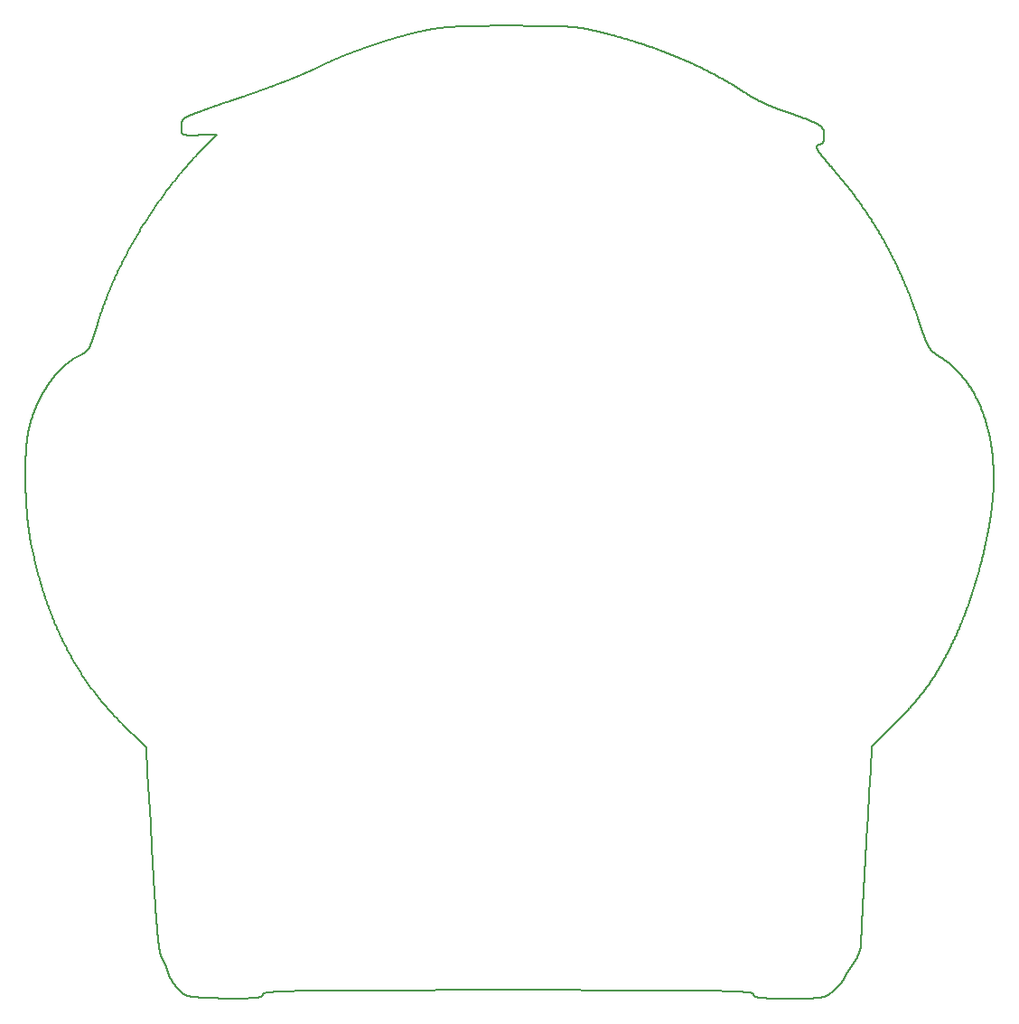
<source format=gbr>
G04 #@! TF.GenerationSoftware,KiCad,Pcbnew,(5.0.2)-1*
G04 #@! TF.CreationDate,2019-02-25T22:43:21-04:00*
G04 #@! TF.ProjectId,MegaBadge,4d656761-4261-4646-9765-2e6b69636164,rev?*
G04 #@! TF.SameCoordinates,Original*
G04 #@! TF.FileFunction,Profile,NP*
%FSLAX46Y46*%
G04 Gerber Fmt 4.6, Leading zero omitted, Abs format (unit mm)*
G04 Created by KiCad (PCBNEW (5.0.2)-1) date 2/25/2019 10:43:21 PM*
%MOMM*%
%LPD*%
G01*
G04 APERTURE LIST*
%ADD10C,0.200000*%
G04 APERTURE END LIST*
D10*
X174590754Y-99248461D02*
X174483477Y-99143533D01*
X177243797Y-111481399D02*
X177234488Y-111315202D01*
X177342280Y-113195401D02*
X177333611Y-113048089D01*
X177401489Y-114180265D02*
X177393183Y-114044479D01*
X177458290Y-115085966D02*
X177450314Y-114961325D01*
X177434226Y-114707330D02*
X177426113Y-114577960D01*
X177271357Y-111969486D02*
X177262231Y-111808533D01*
X177426113Y-114577960D02*
X177417953Y-114446997D01*
X174165532Y-98826130D02*
X174060841Y-98719450D01*
X177262231Y-111808533D02*
X177253044Y-111645840D01*
X174270867Y-98932370D02*
X174165532Y-98826130D01*
X177324887Y-112899098D02*
X177316108Y-112748422D01*
X177350895Y-113341044D02*
X177342280Y-113195401D01*
X177450314Y-114961325D02*
X177442293Y-114835116D01*
X177225116Y-111147242D02*
X177215681Y-110977511D01*
X177367965Y-113627350D02*
X177359456Y-113485024D01*
X174376849Y-99038170D02*
X174270867Y-98932370D01*
X177215681Y-110977511D02*
X177206183Y-110806001D01*
X177253044Y-111645840D02*
X177243797Y-111481399D01*
X177409745Y-114314435D02*
X177401489Y-114180265D01*
X177497521Y-115685907D02*
X177489759Y-115568994D01*
X177505242Y-115801297D02*
X177497521Y-115685907D01*
X177289431Y-112286203D02*
X177280424Y-112128707D01*
X177417953Y-114446997D02*
X177409745Y-114314435D01*
X177316108Y-112748422D02*
X177307273Y-112596053D01*
X177298381Y-112441982D02*
X177289431Y-112286203D01*
X177384828Y-113907070D02*
X177376422Y-113768029D01*
X177512924Y-115915173D02*
X177505242Y-115801297D01*
X177234488Y-111315202D02*
X177225116Y-111147242D01*
X177307273Y-112596053D02*
X177298381Y-112441982D01*
X177481956Y-115450551D02*
X177474110Y-115330571D01*
X177280424Y-112128707D02*
X177271357Y-111969486D01*
X177333611Y-113048089D02*
X177324887Y-112899098D01*
X177466222Y-115209045D02*
X177458290Y-115085966D01*
X177359456Y-113485024D02*
X177350895Y-113341044D01*
X177393183Y-114044479D02*
X177384828Y-113907070D01*
X177474110Y-115330571D02*
X177466222Y-115209045D01*
X177442293Y-114835116D02*
X177434226Y-114707330D01*
X173648505Y-98288270D02*
X173547021Y-98179349D01*
X173750627Y-98396738D02*
X173648505Y-98288270D01*
X173853390Y-98504756D02*
X173750627Y-98396738D01*
X173956794Y-98612325D02*
X173853390Y-98504756D01*
X177376422Y-113768029D02*
X177367965Y-113627350D01*
X174483477Y-99143533D02*
X174376849Y-99038170D01*
X174060841Y-98719450D02*
X173956794Y-98612325D01*
X177489759Y-115568994D02*
X177481956Y-115450551D01*
X177828456Y-119598331D02*
X177821854Y-119544551D01*
X177687074Y-118214103D02*
X177680144Y-118134239D01*
X177520565Y-116027542D02*
X177512924Y-115915173D01*
X177580367Y-116873191D02*
X177573015Y-116772595D01*
X177835050Y-119650954D02*
X177828456Y-119598331D01*
X177755244Y-118941433D02*
X177748509Y-118874418D01*
X177815244Y-119489607D02*
X177808624Y-119433491D01*
X177528168Y-116138413D02*
X177520565Y-116027542D01*
X177808624Y-119433491D02*
X177801994Y-119376195D01*
X177782036Y-119197150D02*
X177775359Y-119135057D01*
X177788701Y-119258032D02*
X177782036Y-119197150D01*
X177535734Y-116247792D02*
X177528168Y-116138413D01*
X177645132Y-117714845D02*
X177638052Y-117626898D01*
X177768669Y-119071745D02*
X177761964Y-119007206D01*
X177680144Y-118134239D02*
X177673191Y-118053046D01*
X177543262Y-116355688D02*
X177535734Y-116247792D01*
X177558208Y-116567062D02*
X177550753Y-116462109D01*
X177594972Y-117070082D02*
X177587686Y-116972351D01*
X177587686Y-116972351D02*
X177580367Y-116873191D01*
X177602227Y-117166392D02*
X177594972Y-117070082D01*
X177565629Y-116670555D02*
X177558208Y-116567062D01*
X177666214Y-117970519D02*
X177659212Y-117886648D01*
X177673191Y-118053046D02*
X177666214Y-117970519D01*
X177734989Y-118736631D02*
X177728203Y-118665843D01*
X177741757Y-118806153D02*
X177734989Y-118736631D01*
X177801994Y-119376195D02*
X177795353Y-119317711D01*
X177609451Y-117261289D02*
X177602227Y-117166392D01*
X177616645Y-117354780D02*
X177609451Y-117261289D01*
X177623810Y-117446873D02*
X177616645Y-117354780D01*
X177652185Y-117801426D02*
X177645132Y-117714845D01*
X177700867Y-118369881D02*
X177693981Y-118292648D01*
X177693981Y-118292648D02*
X177687074Y-118214103D01*
X177761964Y-119007206D02*
X177755244Y-118941433D01*
X177728203Y-118665843D02*
X177721398Y-118593782D01*
X177707731Y-118445809D02*
X177700867Y-118369881D01*
X177795353Y-119317711D02*
X177788701Y-119258032D01*
X177714574Y-118520439D02*
X177707731Y-118445809D01*
X177659212Y-117886648D02*
X177652185Y-117801426D01*
X177775359Y-119135057D02*
X177768669Y-119071745D01*
X177748509Y-118874418D02*
X177741757Y-118806153D01*
X177821854Y-119544551D02*
X177815244Y-119489607D01*
X177550753Y-116462109D02*
X177543262Y-116355688D01*
X177573015Y-116772595D02*
X177565629Y-116670555D01*
X177630945Y-117537577D02*
X177623810Y-117446873D01*
X177721398Y-118593782D02*
X177714574Y-118520439D01*
X177638052Y-117626898D02*
X177630945Y-117537577D01*
X177867926Y-119896994D02*
X177861361Y-119850037D01*
X177874487Y-119942841D02*
X177867926Y-119896994D01*
X178059518Y-120807564D02*
X178052777Y-120789633D01*
X177881044Y-119987586D02*
X177874487Y-119942841D01*
X177913812Y-120195053D02*
X177907259Y-120155701D01*
X178032649Y-120730458D02*
X178025968Y-120708913D01*
X177920367Y-120233350D02*
X177913812Y-120195053D01*
X177926923Y-120270599D02*
X177920367Y-120233350D01*
X177933482Y-120306809D02*
X177926923Y-120270599D01*
X177953182Y-120409275D02*
X177946611Y-120376139D01*
X178019300Y-120686444D02*
X178012644Y-120663045D01*
X178052777Y-120789633D02*
X178046053Y-120770810D01*
X177959758Y-120441403D02*
X177953182Y-120409275D01*
X177972929Y-120502664D02*
X177966340Y-120472530D01*
X177966340Y-120472530D02*
X177959758Y-120441403D01*
X177999367Y-120613422D02*
X177992744Y-120587183D01*
X178079840Y-120856082D02*
X178073048Y-120840780D01*
X178100330Y-120896852D02*
X178093481Y-120884109D01*
X178025968Y-120708913D02*
X178019300Y-120686444D01*
X178134502Y-120951949D02*
X178129380Y-120943778D01*
X177986130Y-120559982D02*
X177979526Y-120531812D01*
X178124271Y-120935701D02*
X178119175Y-120927718D01*
X178039344Y-120751088D02*
X178032649Y-120730458D01*
X177979526Y-120531812D02*
X177972929Y-120502664D01*
X178012644Y-120663045D02*
X178006000Y-120638707D01*
X178073048Y-120840780D02*
X178066274Y-120824610D01*
X177887600Y-120031237D02*
X177881044Y-119987586D01*
X177900707Y-120115286D02*
X177894154Y-120073801D01*
X177907259Y-120155701D02*
X177900707Y-120115286D01*
X177992744Y-120587183D02*
X177986130Y-120559982D01*
X178086651Y-120870522D02*
X178079840Y-120856082D01*
X178107201Y-120908756D02*
X178100330Y-120896852D01*
X178114093Y-120919831D02*
X178107201Y-120908756D01*
X177894154Y-120073801D02*
X177887600Y-120031237D01*
X177940045Y-120341986D02*
X177933482Y-120306809D01*
X177946611Y-120376139D02*
X177940045Y-120341986D01*
X178046053Y-120770810D02*
X178039344Y-120751088D01*
X178093481Y-120884109D02*
X178086651Y-120870522D01*
X178119175Y-120927718D02*
X178114093Y-120919831D01*
X178129380Y-120943778D02*
X178124271Y-120935701D01*
X177841637Y-119702428D02*
X177835050Y-119650954D01*
X178006000Y-120638707D02*
X177999367Y-120613422D01*
X177848217Y-119752762D02*
X177841637Y-119702428D01*
X177854792Y-119801962D02*
X177848217Y-119752762D01*
X177861361Y-119850037D02*
X177854792Y-119801962D01*
X178066274Y-120824610D02*
X178059518Y-120807564D01*
X178322373Y-121296190D02*
X178317190Y-121285605D01*
X178373575Y-121404065D02*
X178368515Y-121393133D01*
X178238719Y-121132727D02*
X178233466Y-121122991D01*
X178254476Y-121162311D02*
X178249224Y-121152389D01*
X178275459Y-121202581D02*
X178270218Y-121192429D01*
X178139637Y-120960210D02*
X178134502Y-120951949D01*
X178144783Y-120968563D02*
X178139637Y-120960210D01*
X178291155Y-121233350D02*
X178285928Y-121223042D01*
X178149940Y-120977004D02*
X178144783Y-120968563D01*
X178337861Y-121328184D02*
X178332709Y-121317480D01*
X178243972Y-121142527D02*
X178238719Y-121132727D01*
X178368515Y-121393133D02*
X178363440Y-121382228D01*
X178296377Y-121243708D02*
X178291155Y-121233350D01*
X178155108Y-120985532D02*
X178149940Y-120977004D01*
X178343002Y-121338925D02*
X178337861Y-121328184D01*
X178201987Y-121065988D02*
X178196753Y-121056736D01*
X178264973Y-121182333D02*
X178259725Y-121172293D01*
X178285928Y-121223042D02*
X178280696Y-121212785D01*
X178160285Y-120994146D02*
X178155108Y-120985532D01*
X178332709Y-121317480D02*
X178327546Y-121306815D01*
X178212469Y-121084711D02*
X178207226Y-121075313D01*
X178165472Y-121002845D02*
X178160285Y-120994146D01*
X178170667Y-121011627D02*
X178165472Y-121002845D01*
X178175871Y-121020491D02*
X178170667Y-121011627D01*
X178186299Y-121038459D02*
X178181082Y-121029435D01*
X178306799Y-121264566D02*
X178301591Y-121254113D01*
X178233466Y-121122991D02*
X178228214Y-121113320D01*
X178353247Y-121360511D02*
X178348131Y-121349701D01*
X178181082Y-121029435D02*
X178175871Y-121020491D01*
X178191523Y-121047559D02*
X178186299Y-121038459D01*
X178196753Y-121056736D02*
X178191523Y-121047559D01*
X178207226Y-121075313D02*
X178201987Y-121065988D01*
X178217715Y-121094178D02*
X178212469Y-121084711D01*
X178259725Y-121172293D02*
X178254476Y-121162311D01*
X178301591Y-121254113D02*
X178296377Y-121243708D01*
X178270218Y-121192429D02*
X178264973Y-121182333D01*
X178348131Y-121349701D02*
X178343002Y-121338925D01*
X178228214Y-121113320D02*
X178222964Y-121103715D01*
X178363440Y-121382228D02*
X178358351Y-121371354D01*
X178280696Y-121212785D02*
X178275459Y-121202581D01*
X178222964Y-121103715D02*
X178217715Y-121094178D01*
X178327546Y-121306815D02*
X178322373Y-121296190D01*
X178249224Y-121152389D02*
X178243972Y-121142527D01*
X178311999Y-121275063D02*
X178306799Y-121264566D01*
X178317190Y-121285605D02*
X178311999Y-121275063D01*
X178358351Y-121371354D02*
X178353247Y-121360511D01*
X178632793Y-122079097D02*
X178629845Y-122069138D01*
X178644048Y-122118321D02*
X178641316Y-122108611D01*
X178586959Y-121934841D02*
X178583330Y-121924190D01*
X178604419Y-121987467D02*
X178601020Y-121977031D01*
X178607770Y-121997857D02*
X178604419Y-121987467D01*
X178620687Y-122038912D02*
X178617532Y-122028726D01*
X178626844Y-122059119D02*
X178623791Y-122049044D01*
X178635688Y-122088997D02*
X178632793Y-122079097D01*
X178611073Y-122008197D02*
X178607770Y-121997857D01*
X178617532Y-122028726D02*
X178614328Y-122018487D01*
X178623791Y-122049044D02*
X178620687Y-122038912D01*
X178649345Y-122137544D02*
X178646725Y-122127967D01*
X178629845Y-122069138D02*
X178626844Y-122059119D01*
X178590542Y-121945452D02*
X178586959Y-121934841D01*
X178594081Y-121956022D02*
X178590542Y-121945452D01*
X178614328Y-122018487D02*
X178611073Y-122008197D01*
X178638529Y-122098835D02*
X178635688Y-122088997D01*
X178601020Y-121977031D02*
X178597573Y-121966549D01*
X178651909Y-122147054D02*
X178649345Y-122137544D01*
X178583330Y-121924190D02*
X178579658Y-121913500D01*
X178597573Y-121966549D02*
X178594081Y-121956022D01*
X178646725Y-122127967D02*
X178644048Y-122118321D01*
X178641316Y-122108611D02*
X178638529Y-122098835D01*
X178560657Y-121859519D02*
X178556733Y-121848627D01*
X178383648Y-121426011D02*
X178378619Y-121415025D01*
X178470692Y-121626544D02*
X178466059Y-121615336D01*
X178388659Y-121437021D02*
X178383648Y-121426011D01*
X178398629Y-121459108D02*
X178393653Y-121448053D01*
X178432904Y-121536971D02*
X178428071Y-121525806D01*
X178506710Y-121716054D02*
X178502315Y-121704893D01*
X178423216Y-121514652D02*
X178418340Y-121503511D01*
X178452000Y-121581721D02*
X178447262Y-121570523D01*
X178428071Y-121525806D02*
X178423216Y-121514652D01*
X178564541Y-121870381D02*
X178560657Y-121859519D01*
X178437714Y-121548147D02*
X178432904Y-121536971D01*
X178393653Y-121448053D02*
X178388659Y-121437021D01*
X178568383Y-121881211D02*
X178564541Y-121870381D01*
X178408524Y-121481275D02*
X178403586Y-121470182D01*
X178497889Y-121693721D02*
X178493431Y-121682541D01*
X178544725Y-121815781D02*
X178540645Y-121804781D01*
X178413442Y-121492385D02*
X178408524Y-121481275D01*
X178447262Y-121570523D02*
X178442500Y-121559331D01*
X178479875Y-121648955D02*
X178475298Y-121637751D01*
X178488942Y-121671352D02*
X178484423Y-121660156D01*
X178493431Y-121682541D02*
X178488942Y-121671352D01*
X178502315Y-121704893D02*
X178497889Y-121693721D01*
X178575942Y-121902772D02*
X178572184Y-121892009D01*
X178579658Y-121913500D02*
X178575942Y-121902772D01*
X178548766Y-121826757D02*
X178544725Y-121815781D01*
X178511072Y-121727202D02*
X178506710Y-121716054D01*
X178572184Y-121892009D02*
X178568383Y-121881211D01*
X178403586Y-121470182D02*
X178398629Y-121459108D01*
X178418340Y-121503511D02*
X178413442Y-121492385D01*
X178442500Y-121559331D02*
X178437714Y-121548147D01*
X178484423Y-121660156D02*
X178479875Y-121648955D01*
X178540645Y-121804781D02*
X178536528Y-121793758D01*
X178556733Y-121848627D02*
X178552769Y-121837706D01*
X178456712Y-121592923D02*
X178452000Y-121581721D01*
X178461399Y-121604129D02*
X178456712Y-121592923D01*
X178466059Y-121615336D02*
X178461399Y-121604129D01*
X178552769Y-121837706D02*
X178548766Y-121826757D01*
X178528183Y-121771646D02*
X178523957Y-121760560D01*
X178532374Y-121782712D02*
X178528183Y-121771646D01*
X178475298Y-121637751D02*
X178470692Y-121626544D01*
X178523957Y-121760560D02*
X178519697Y-121749457D01*
X178515401Y-121738337D02*
X178511072Y-121727202D01*
X178519697Y-121749457D02*
X178515401Y-121738337D01*
X178536528Y-121793758D02*
X178532374Y-121782712D01*
X178378619Y-121415025D02*
X178373575Y-121404065D01*
X178680940Y-122258394D02*
X178674967Y-122236658D01*
X178687186Y-122280237D02*
X178680940Y-122258394D01*
X178730229Y-122413325D02*
X178722407Y-122390921D01*
X178782350Y-122549300D02*
X178773061Y-122526472D01*
X178791874Y-122572186D02*
X178782350Y-122549300D01*
X178707532Y-122346369D02*
X178700485Y-122324228D01*
X178755196Y-122481003D02*
X178746626Y-122458369D01*
X178773061Y-122526472D02*
X178764008Y-122503705D01*
X178693702Y-122302183D02*
X178687186Y-122280237D01*
X178801629Y-122595126D02*
X178791874Y-122572186D01*
X178700485Y-122324228D02*
X178693702Y-122302183D01*
X178714841Y-122368601D02*
X178707532Y-122346369D01*
X178738303Y-122435809D02*
X178730229Y-122413325D01*
X178746626Y-122458369D02*
X178738303Y-122435809D01*
X178764008Y-122503705D02*
X178755196Y-122481003D01*
X178654415Y-122156493D02*
X178651909Y-122147054D01*
X178656863Y-122165861D02*
X178654415Y-122156493D01*
X178659252Y-122175156D02*
X178656863Y-122165861D01*
X178661583Y-122184376D02*
X178659252Y-122175156D01*
X178663853Y-122193521D02*
X178661583Y-122184376D01*
X178722407Y-122390921D02*
X178714841Y-122368601D01*
X178669270Y-122215032D02*
X178663853Y-122193521D01*
X178674967Y-122236658D02*
X178669270Y-122215032D01*
X178999924Y-122989636D02*
X178986699Y-122966364D01*
X179026904Y-123036131D02*
X179013327Y-123012893D01*
X178853767Y-122710496D02*
X178842901Y-122687345D01*
X178876135Y-122756887D02*
X178864846Y-122733678D01*
X178887631Y-122780120D02*
X178876135Y-122756887D01*
X178811613Y-122618115D02*
X178801629Y-122595126D01*
X178821821Y-122641151D02*
X178811613Y-122618115D01*
X178842901Y-122687345D02*
X178832251Y-122664228D01*
X178832251Y-122664228D02*
X178821821Y-122641151D01*
X179054567Y-123082538D02*
X179040651Y-123059347D01*
X178899332Y-122803372D02*
X178887631Y-122780120D01*
X178986699Y-122966364D02*
X178973653Y-122943082D01*
X178864846Y-122733678D02*
X178853767Y-122710496D01*
X178911233Y-122826640D02*
X178899332Y-122803372D01*
X178948115Y-122896501D02*
X178935628Y-122873208D01*
X178923333Y-122849920D02*
X178911233Y-122826640D01*
X178935628Y-122873208D02*
X178923333Y-122849920D01*
X179082892Y-123128826D02*
X179068649Y-123105698D01*
X178960791Y-122919793D02*
X178948115Y-122896501D01*
X179013327Y-123012893D02*
X178999924Y-122989636D01*
X179040651Y-123059347D02*
X179026904Y-123036131D01*
X179068649Y-123105698D02*
X179054567Y-123082538D01*
X178973653Y-122943082D02*
X178960791Y-122919793D01*
X179126565Y-123197968D02*
X179111853Y-123174964D01*
X179141427Y-123220923D02*
X179126565Y-123197968D01*
X179171589Y-123266672D02*
X179156436Y-123243826D01*
X179186883Y-123289458D02*
X179171589Y-123266672D01*
X179448337Y-123642769D02*
X179431193Y-123621461D01*
X179313958Y-123469129D02*
X179297643Y-123446960D01*
X179233583Y-123357418D02*
X179217883Y-123334835D01*
X179281445Y-123424701D02*
X179265366Y-123402355D01*
X179202315Y-123312180D02*
X179186883Y-123289458D01*
X179217883Y-123334835D02*
X179202315Y-123312180D01*
X179397187Y-123578484D02*
X179380331Y-123556825D01*
X179330388Y-123491204D02*
X179313958Y-123469129D01*
X179363577Y-123535055D02*
X179346928Y-123513181D01*
X179414142Y-123600031D02*
X179397187Y-123578484D01*
X179249412Y-123379926D02*
X179233583Y-123357418D01*
X179265366Y-123402355D02*
X179249412Y-123379926D01*
X179297643Y-123446960D02*
X179281445Y-123424701D01*
X179380331Y-123556825D02*
X179363577Y-123535055D01*
X179431193Y-123621461D02*
X179414142Y-123600031D01*
X179156436Y-123243826D02*
X179141427Y-123220923D01*
X179097294Y-123151915D02*
X179082892Y-123128826D01*
X179346928Y-123513181D02*
X179330388Y-123491204D01*
X179111853Y-123174964D02*
X179097294Y-123151915D01*
X179570703Y-123788232D02*
X179552991Y-123767875D01*
X179606332Y-123828490D02*
X179588484Y-123808439D01*
X179696455Y-123926292D02*
X179678322Y-123907071D01*
X179642213Y-123868113D02*
X179624242Y-123848383D01*
X179861458Y-124090823D02*
X179843000Y-124073339D01*
X179660241Y-123887677D02*
X179642213Y-123868113D01*
X179732863Y-123964195D02*
X179714637Y-123945334D01*
X179769439Y-124001358D02*
X179751131Y-123982871D01*
X179787782Y-124019652D02*
X179769439Y-124001358D01*
X179465572Y-123663954D02*
X179448337Y-123642769D01*
X179824566Y-124055646D02*
X179806159Y-124037749D01*
X179482893Y-123685010D02*
X179465572Y-123663954D01*
X179806159Y-124037749D02*
X179787782Y-124019652D01*
X179500299Y-123705934D02*
X179482893Y-123685010D01*
X179678322Y-123907071D02*
X179660241Y-123887677D01*
X179714637Y-123945334D02*
X179696455Y-123926292D01*
X179624242Y-123848383D02*
X179606332Y-123828490D01*
X179517786Y-123726722D02*
X179500299Y-123705934D01*
X179535351Y-123747370D02*
X179517786Y-123726722D01*
X179588484Y-123808439D02*
X179570703Y-123788232D01*
X179843000Y-124073339D02*
X179824566Y-124055646D01*
X179751131Y-123982871D02*
X179732863Y-123964195D01*
X179552991Y-123767875D02*
X179535351Y-123747370D01*
X180212751Y-124378471D02*
X180194405Y-124365658D01*
X180102241Y-124297471D02*
X180083742Y-124283035D01*
X180194405Y-124365658D02*
X180176026Y-124352566D01*
X180176026Y-124352566D02*
X180157617Y-124339197D01*
X180120721Y-124311646D02*
X180102241Y-124297471D01*
X180009630Y-124222758D02*
X179991087Y-124207073D01*
X180157617Y-124339197D02*
X180139181Y-124325556D01*
X180249332Y-124403241D02*
X180231061Y-124391000D01*
X180267561Y-124415190D02*
X180249332Y-124403241D01*
X179879937Y-124108096D02*
X179861458Y-124090823D01*
X179898434Y-124125154D02*
X179879937Y-124108096D01*
X179916946Y-124141992D02*
X179898434Y-124125154D01*
X179954004Y-124174994D02*
X179935471Y-124158606D01*
X180139181Y-124325556D02*
X180120721Y-124311646D01*
X180083742Y-124283035D02*
X180065229Y-124268342D01*
X179972544Y-124191151D02*
X179954004Y-124174994D01*
X179991087Y-124207073D02*
X179972544Y-124191151D01*
X180285746Y-124426845D02*
X180267561Y-124415190D01*
X179935471Y-124158606D02*
X179916946Y-124141992D01*
X180028170Y-124238200D02*
X180009630Y-124222758D01*
X180046704Y-124253396D02*
X180028170Y-124238200D01*
X180231061Y-124391000D02*
X180212751Y-124378471D01*
X180065229Y-124268342D02*
X180046704Y-124253396D01*
X180446890Y-124517827D02*
X180429245Y-124509000D01*
X180464461Y-124526321D02*
X180446890Y-124517827D01*
X180357975Y-124470436D02*
X180340000Y-124460000D01*
X180375890Y-124480557D02*
X180357975Y-124470436D01*
X180411528Y-124499843D02*
X180393742Y-124490361D01*
X180429245Y-124509000D02*
X180411528Y-124499843D01*
X180393742Y-124490361D02*
X180375890Y-124480557D01*
X191671931Y-38063586D02*
X191719373Y-38042908D01*
X191006991Y-38345752D02*
X191061111Y-38323247D01*
X191623927Y-38084423D02*
X191671931Y-38063586D01*
X191114765Y-38300863D02*
X191167945Y-38278605D01*
X190897385Y-38391117D02*
X190952413Y-38368377D01*
X191167945Y-38278605D02*
X191220643Y-38256475D01*
X192503532Y-37684351D02*
X192538077Y-37667502D01*
X192161168Y-37845555D02*
X192201910Y-37826831D01*
X192468268Y-37701421D02*
X192503532Y-37684351D01*
X192320163Y-37771845D02*
X192358230Y-37753923D01*
X192281415Y-37789972D02*
X192320163Y-37771845D01*
X192077745Y-37883581D02*
X192119777Y-37864473D01*
X191812541Y-38002042D02*
X191858251Y-37981859D01*
X191575370Y-38105416D02*
X191623927Y-38084423D01*
X190672932Y-38483174D02*
X190729680Y-38460001D01*
X190383192Y-38600481D02*
X190441913Y-38576838D01*
X191476628Y-38147857D02*
X191526268Y-38126561D01*
X190952413Y-38368377D02*
X191006991Y-38345752D01*
X190441913Y-38576838D02*
X190500255Y-38553282D01*
X190144683Y-38695875D02*
X190204839Y-38671910D01*
X191061111Y-38323247D02*
X191114765Y-38300863D01*
X192119777Y-37864473D02*
X192161168Y-37845555D01*
X191903368Y-37961849D02*
X191947884Y-37942012D01*
X190729680Y-38460001D02*
X190786011Y-38436932D01*
X192201910Y-37826831D02*
X192241995Y-37808302D01*
X191766245Y-38022392D02*
X191812541Y-38002042D01*
X191947884Y-37942012D02*
X191991791Y-37922353D01*
X190841915Y-38413970D02*
X190897385Y-38391117D01*
X191324562Y-38212611D02*
X191375767Y-38190885D01*
X191426458Y-38169299D02*
X191476628Y-38147857D01*
X192035081Y-37902875D02*
X192077745Y-37883581D01*
X190264647Y-38648021D02*
X190324101Y-38624210D01*
X190615773Y-38506447D02*
X190672932Y-38483174D01*
X190558211Y-38529817D02*
X190615773Y-38506447D01*
X192604973Y-37634479D02*
X192637308Y-37618311D01*
X192395608Y-37736210D02*
X192432290Y-37718708D01*
X191719373Y-38042908D02*
X191766245Y-38022392D01*
X191526268Y-38126561D02*
X191575370Y-38105416D01*
X190786011Y-38436932D02*
X190841915Y-38413970D01*
X192571893Y-37650877D02*
X192604973Y-37634479D01*
X192538077Y-37667502D02*
X192571893Y-37650877D01*
X190204839Y-38671910D02*
X190264647Y-38648021D01*
X192432290Y-37718708D02*
X192468268Y-37701421D01*
X191858251Y-37981859D02*
X191903368Y-37961849D01*
X191272851Y-38234476D02*
X191324562Y-38212611D01*
X191991791Y-37922353D02*
X192035081Y-37902875D01*
X190500255Y-38553282D02*
X190558211Y-38529817D01*
X192358230Y-37753923D02*
X192395608Y-37736210D01*
X192241995Y-37808302D02*
X192281415Y-37789972D01*
X191375767Y-38190885D02*
X191426458Y-38169299D01*
X191220643Y-38256475D02*
X191272851Y-38234476D01*
X190324101Y-38624210D02*
X190383192Y-38600481D01*
X215876390Y-33750774D02*
X215942397Y-33754217D01*
X215083676Y-33720353D02*
X215161278Y-33722599D01*
X215387066Y-33729926D02*
X215460078Y-33732573D01*
X215809461Y-33747452D02*
X215876390Y-33750774D01*
X215741586Y-33744249D02*
X215809461Y-33747452D01*
X212196384Y-33686528D02*
X212320058Y-33687028D01*
X214760854Y-33712291D02*
X214843474Y-33714173D01*
X214676911Y-33710493D02*
X214760854Y-33712291D01*
X215460078Y-33732573D02*
X215532010Y-33735326D01*
X214236444Y-33702717D02*
X214327394Y-33704118D01*
X214591621Y-33708777D02*
X214676911Y-33710493D01*
X214327394Y-33704118D02*
X214416889Y-33705592D01*
X212320058Y-33687028D02*
X212441770Y-33687553D01*
X216615381Y-33800759D02*
X216672429Y-33805841D01*
X212679412Y-33688688D02*
X212795395Y-33689302D01*
X217163288Y-33858768D02*
X217215810Y-33865492D01*
X215602887Y-33738188D02*
X215672737Y-33741162D01*
X215312947Y-33727383D02*
X215387066Y-33729926D01*
X214843474Y-33714173D02*
X214924800Y-33716143D01*
X213132316Y-33691367D02*
X213241036Y-33692136D01*
X217110434Y-33852219D02*
X217163288Y-33858768D01*
X215942397Y-33754217D02*
X216007511Y-33757783D01*
X217057221Y-33845843D02*
X217110434Y-33852219D01*
X212909523Y-33689952D02*
X213021821Y-33690639D01*
X216949610Y-33833599D02*
X217003622Y-33839637D01*
X216895159Y-33827726D02*
X216949610Y-33833599D01*
X216784833Y-33816467D02*
X216840242Y-33822016D01*
X216557734Y-33795826D02*
X216615381Y-33800759D01*
X216007511Y-33757783D02*
X216071759Y-33761475D01*
X213556808Y-33694725D02*
X213658691Y-33695689D01*
X213241036Y-33692136D02*
X213348007Y-33692951D01*
X216197759Y-33769245D02*
X216259566Y-33773329D01*
X215161278Y-33722599D02*
X215237693Y-33724941D01*
X215004859Y-33718202D02*
X215083676Y-33720353D01*
X213658691Y-33695689D02*
X213758933Y-33696709D01*
X217003622Y-33839637D02*
X217057221Y-33845843D01*
X216840242Y-33822016D02*
X216895159Y-33827726D01*
X216728904Y-33811076D02*
X216784833Y-33816467D01*
X216672429Y-33805841D02*
X216728904Y-33811076D01*
X213857559Y-33697785D02*
X213954597Y-33698922D01*
X213758933Y-33696709D02*
X213857559Y-33697785D01*
X214416889Y-33705592D02*
X214504956Y-33707141D01*
X216440533Y-33786402D02*
X216499460Y-33791041D01*
X215672737Y-33741162D02*
X215741586Y-33744249D01*
X214924800Y-33716143D02*
X215004859Y-33718202D01*
X214144012Y-33701385D02*
X214236444Y-33702717D01*
X216320612Y-33777548D02*
X216380926Y-33781905D01*
X215237693Y-33724941D02*
X215312947Y-33727383D01*
X213954597Y-33698922D02*
X214050072Y-33700121D01*
X214050072Y-33700121D02*
X214144012Y-33701385D01*
X212561546Y-33688105D02*
X212679412Y-33688688D01*
X213453255Y-33693813D02*
X213556808Y-33694725D01*
X213021821Y-33690639D02*
X213132316Y-33691367D01*
X212070719Y-33686051D02*
X212196384Y-33686528D01*
X213348007Y-33692951D02*
X213453255Y-33693813D01*
X216259566Y-33773329D02*
X216320612Y-33777548D01*
X216499460Y-33791041D02*
X216557734Y-33795826D01*
X215532010Y-33735326D02*
X215602887Y-33738188D01*
X214504956Y-33707141D02*
X214591621Y-33708777D01*
X212441770Y-33687553D02*
X212561546Y-33688105D01*
X216380926Y-33781905D02*
X216440533Y-33786402D01*
X216135166Y-33765295D02*
X216197759Y-33769245D01*
X212795395Y-33689302D02*
X212909523Y-33689952D01*
X216071759Y-33761475D02*
X216135166Y-33765295D01*
X209146570Y-33683852D02*
X209245674Y-33683416D01*
X207460750Y-33702392D02*
X207540772Y-33700899D01*
X210189129Y-33681642D02*
X210299886Y-33681672D01*
X209864107Y-33681815D02*
X209971251Y-33681712D01*
X209245674Y-33683416D02*
X209345893Y-33683029D01*
X207226001Y-33707245D02*
X207303376Y-33705564D01*
X207303376Y-33705564D02*
X207381622Y-33703947D01*
X208302996Y-33690124D02*
X208392561Y-33689211D01*
X206497720Y-33727685D02*
X206566994Y-33725336D01*
X207073820Y-33710801D02*
X207149486Y-33708991D01*
X206228000Y-33737793D02*
X206294345Y-33735159D01*
X209345893Y-33683029D02*
X209447238Y-33682690D01*
X209758144Y-33681964D02*
X209864107Y-33681815D01*
X208214435Y-33691093D02*
X208302996Y-33690124D01*
X206294345Y-33735159D02*
X206361406Y-33732596D01*
X206924990Y-33714618D02*
X206998992Y-33712676D01*
X206637029Y-33723055D02*
X206707835Y-33720844D01*
X209447238Y-33682690D02*
X209549721Y-33682401D01*
X206033146Y-33746134D02*
X206097411Y-33743280D01*
X208667394Y-33686804D02*
X208761087Y-33686109D01*
X206779423Y-33718701D02*
X206851804Y-33716626D01*
X211681521Y-33684729D02*
X211813315Y-33685153D01*
X210990568Y-33682741D02*
X211133112Y-33683129D01*
X210755287Y-33682221D02*
X210872287Y-33682461D01*
X209971251Y-33681712D02*
X210079588Y-33681655D01*
X209549721Y-33682401D02*
X209653353Y-33682159D01*
X207786307Y-33696790D02*
X207870013Y-33695541D01*
X207540772Y-33700899D02*
X207621698Y-33699469D01*
X206162359Y-33740500D02*
X206228000Y-33737793D01*
X210299886Y-33681672D02*
X210411869Y-33681746D01*
X208855841Y-33685467D02*
X208951665Y-33684878D01*
X208574749Y-33687552D02*
X208667394Y-33686804D01*
X207870013Y-33695541D02*
X207954668Y-33694342D01*
X208483142Y-33688354D02*
X208574749Y-33687552D01*
X206429194Y-33730105D02*
X206497720Y-33727685D01*
X208126868Y-33692118D02*
X208214435Y-33691093D01*
X207703539Y-33698099D02*
X207786307Y-33696790D01*
X211943038Y-33685593D02*
X212070719Y-33686051D01*
X211813315Y-33685153D02*
X211943038Y-33685593D01*
X206361406Y-33732596D02*
X206429194Y-33730105D01*
X211547630Y-33684316D02*
X211681521Y-33684729D01*
X211411617Y-33683914D02*
X211547630Y-33684316D01*
X206097411Y-33743280D02*
X206162359Y-33740500D01*
X211273453Y-33683519D02*
X211411617Y-33683914D01*
X211133112Y-33683129D02*
X211273453Y-33683519D01*
X209653353Y-33682159D02*
X209758144Y-33681964D01*
X207621698Y-33699469D02*
X207703539Y-33698099D01*
X207381622Y-33703947D02*
X207460750Y-33702392D01*
X210872287Y-33682461D02*
X210990568Y-33682741D01*
X206851804Y-33716626D02*
X206924990Y-33714618D01*
X209048571Y-33684340D02*
X209146570Y-33683852D01*
X208761087Y-33686109D02*
X208855841Y-33685467D01*
X208040282Y-33693201D02*
X208126868Y-33692118D01*
X208951665Y-33684878D02*
X209048571Y-33684340D01*
X207954668Y-33694342D02*
X208040282Y-33693201D01*
X207149486Y-33708991D02*
X207226001Y-33707245D01*
X206998992Y-33712676D02*
X207073820Y-33710801D01*
X206707835Y-33720844D02*
X206779423Y-33718701D01*
X210639558Y-33682021D02*
X210755287Y-33682221D01*
X210525089Y-33681863D02*
X210639558Y-33682021D01*
X210079588Y-33681655D02*
X210189129Y-33681642D01*
X210411869Y-33681746D02*
X210525089Y-33681863D01*
X208392561Y-33689211D02*
X208483142Y-33688354D01*
X206566994Y-33725336D02*
X206637029Y-33723055D01*
X203224543Y-34034604D02*
X203268376Y-34026746D01*
X203757716Y-33947277D02*
X203803143Y-33940671D01*
X204769481Y-33828805D02*
X204821543Y-33824174D01*
X204515353Y-33853287D02*
X204565391Y-33848211D01*
X204416380Y-33863710D02*
X204465686Y-33858453D01*
X203622555Y-33967705D02*
X203667434Y-33960794D01*
X203268376Y-34026746D02*
X203312281Y-34018996D01*
X204222537Y-33885666D02*
X204270513Y-33880037D01*
X204033572Y-33909131D02*
X204080395Y-33903121D01*
X204318805Y-33874502D02*
X204367423Y-33869060D01*
X203356268Y-34011353D02*
X203400350Y-34003816D01*
X203093363Y-34058828D02*
X203137047Y-34050644D01*
X205969553Y-33749062D02*
X206033146Y-33746134D01*
X205906619Y-33752065D02*
X205969553Y-33749062D01*
X205844334Y-33755144D02*
X205906619Y-33752065D01*
X205782688Y-33758300D02*
X205844334Y-33755144D01*
X204270513Y-33880037D02*
X204318805Y-33874502D01*
X205368091Y-33782564D02*
X205425583Y-33778859D01*
X204174866Y-33891389D02*
X204222537Y-33885666D01*
X203712484Y-33953985D02*
X203757716Y-33947277D01*
X203667434Y-33960794D02*
X203712484Y-33953985D01*
X203577837Y-33974720D02*
X203622555Y-33967705D01*
X203180770Y-34042570D02*
X203224543Y-34034604D01*
X202831441Y-34110261D02*
X202875128Y-34101408D01*
X204874043Y-33819631D02*
X204926992Y-33815174D01*
X205721668Y-33761532D02*
X205782688Y-33758300D01*
X205661264Y-33764841D02*
X205721668Y-33761532D01*
X203987010Y-33915242D02*
X204033572Y-33909131D01*
X205601465Y-33768227D02*
X205661264Y-33764841D01*
X205143504Y-33798200D02*
X205198866Y-33794167D01*
X203049706Y-34067122D02*
X203093363Y-34058828D01*
X205542259Y-33771691D02*
X205601465Y-33768227D01*
X204926992Y-33815174D02*
X204980402Y-33810803D01*
X204615812Y-33843226D02*
X204666626Y-33838330D01*
X204666626Y-33838330D02*
X204717846Y-33833523D01*
X203006065Y-34075526D02*
X203049706Y-34067122D01*
X205483635Y-33775235D02*
X205542259Y-33771691D01*
X205425583Y-33778859D02*
X205483635Y-33775235D01*
X205311149Y-33786349D02*
X205368091Y-33782564D01*
X202962429Y-34084042D02*
X203006065Y-34075526D01*
X202918787Y-34092669D02*
X202962429Y-34084042D01*
X203533269Y-33981837D02*
X203577837Y-33974720D01*
X205198866Y-33794167D02*
X205254744Y-33790217D01*
X205254744Y-33790217D02*
X205311149Y-33786349D01*
X204717846Y-33833523D02*
X204769481Y-33828805D01*
X204465686Y-33858453D02*
X204515353Y-33853287D01*
X203400350Y-34003816D02*
X203444536Y-33996385D01*
X204980402Y-33810803D02*
X205034283Y-33806517D01*
X204821543Y-33824174D02*
X204874043Y-33819631D01*
X204080395Y-33903121D02*
X204127489Y-33897207D01*
X203488839Y-33989059D02*
X203533269Y-33981837D01*
X205034283Y-33806517D02*
X205088647Y-33802316D01*
X203894622Y-33927758D02*
X203940697Y-33921450D01*
X202875128Y-34101408D02*
X202918787Y-34092669D01*
X204565391Y-33848211D02*
X204615812Y-33843226D01*
X204367423Y-33869060D02*
X204416380Y-33863710D01*
X204127489Y-33897207D02*
X204174866Y-33891389D01*
X203848774Y-33934164D02*
X203894622Y-33927758D01*
X203803143Y-33940671D02*
X203848774Y-33934164D01*
X203137047Y-34050644D02*
X203180770Y-34042570D01*
X203444536Y-33996385D02*
X203488839Y-33989059D01*
X203312281Y-34018996D02*
X203356268Y-34011353D01*
X203940697Y-33921450D02*
X203987010Y-33915242D01*
X205088647Y-33802316D02*
X205143504Y-33798200D01*
X200704530Y-34621110D02*
X200788193Y-34598600D01*
X200536758Y-34666789D02*
X200620716Y-34643840D01*
X199860656Y-34857975D02*
X199945541Y-34833359D01*
X198666016Y-35222437D02*
X198751542Y-35195243D01*
X198580492Y-35249799D02*
X198666016Y-35222437D01*
X198494977Y-35277326D02*
X198580492Y-35249799D01*
X197726763Y-35532150D02*
X197811917Y-35503234D01*
X201696715Y-34366176D02*
X201778072Y-34346485D01*
X198409477Y-35305017D02*
X198494977Y-35277326D01*
X197641681Y-35561210D02*
X197726763Y-35532150D01*
X199178976Y-35061864D02*
X199264380Y-35035722D01*
X199520310Y-34958402D02*
X199605505Y-34933005D01*
X199945541Y-34833359D02*
X200030332Y-34808944D01*
X202656188Y-34146811D02*
X202700099Y-34137501D01*
X202419988Y-34198109D02*
X202499014Y-34180740D01*
X202261088Y-34233646D02*
X202340677Y-34215746D01*
X201940079Y-34307852D02*
X202020717Y-34288914D01*
X199690632Y-34907800D02*
X199775684Y-34882790D01*
X199435053Y-34983989D02*
X199520310Y-34958402D01*
X201859196Y-34327043D02*
X201940079Y-34307852D01*
X201778072Y-34346485D02*
X201859196Y-34327043D01*
X201121210Y-34510809D02*
X201204024Y-34489435D01*
X198238545Y-35360878D02*
X198323997Y-35332868D01*
X201615130Y-34386115D02*
X201696715Y-34366176D01*
X201533325Y-34406298D02*
X201615130Y-34386115D01*
X198751542Y-35195243D02*
X198837063Y-35168219D01*
X201451306Y-34426724D02*
X201533325Y-34406298D01*
X200871699Y-34576313D02*
X200955042Y-34554250D01*
X198067748Y-35417366D02*
X198153126Y-35389045D01*
X201369078Y-34447390D02*
X201451306Y-34426724D01*
X201038214Y-34532415D02*
X201121210Y-34510809D01*
X200368434Y-34713333D02*
X200452662Y-34689954D01*
X201204024Y-34489435D02*
X201286649Y-34468295D01*
X198837063Y-35168219D02*
X198922573Y-35141367D01*
X200452662Y-34689954D02*
X200536758Y-34666789D01*
X199605505Y-34933005D02*
X199690632Y-34907800D01*
X198153126Y-35389045D02*
X198238545Y-35360878D01*
X200284080Y-34736923D02*
X200368434Y-34713333D01*
X199008067Y-35114689D02*
X199093536Y-35088187D01*
X197982416Y-35445839D02*
X198067748Y-35417366D01*
X200199608Y-34760724D02*
X200284080Y-34736923D01*
X199775684Y-34882790D02*
X199860656Y-34857975D01*
X198922573Y-35141367D02*
X199008067Y-35114689D01*
X198323997Y-35332868D02*
X198409477Y-35305017D01*
X197811917Y-35503234D02*
X197897137Y-35474463D01*
X199093536Y-35088187D02*
X199178976Y-35061864D01*
X201286649Y-34468295D02*
X201369078Y-34447390D01*
X200788193Y-34598600D02*
X200871699Y-34576313D01*
X197897137Y-35474463D02*
X197982416Y-35445839D01*
X200030332Y-34808944D02*
X200115023Y-34784731D01*
X199264380Y-35035722D02*
X199349741Y-35009762D01*
X199349741Y-35009762D02*
X199435053Y-34983989D01*
X202787714Y-34119227D02*
X202831441Y-34110261D01*
X202499014Y-34180740D02*
X202577750Y-34163640D01*
X202340677Y-34215746D02*
X202419988Y-34198109D01*
X202743937Y-34128306D02*
X202787714Y-34119227D01*
X202700099Y-34137501D02*
X202743937Y-34128306D01*
X202020717Y-34288914D02*
X202101102Y-34270233D01*
X200620716Y-34643840D02*
X200704530Y-34621110D01*
X202577750Y-34163640D02*
X202656188Y-34146811D01*
X202181228Y-34251809D02*
X202261088Y-34233646D01*
X200115023Y-34784731D02*
X200199608Y-34760724D01*
X202101102Y-34270233D02*
X202181228Y-34251809D01*
X200955042Y-34554250D02*
X201038214Y-34532415D01*
X193915757Y-37014790D02*
X193990650Y-36981519D01*
X194915988Y-36586171D02*
X194995125Y-36553618D01*
X196880229Y-35828836D02*
X196964378Y-35798585D01*
X195882847Y-36200676D02*
X195964948Y-36169115D01*
X193047808Y-37416501D02*
X193117828Y-37382900D01*
X197556677Y-35590411D02*
X197641681Y-35561210D01*
X195800958Y-36232331D02*
X195882847Y-36200676D01*
X197471758Y-35619751D02*
X197556677Y-35590411D01*
X197386930Y-35649228D02*
X197471758Y-35619751D01*
X197302199Y-35678839D02*
X197386930Y-35649228D01*
X192840459Y-37517376D02*
X192909117Y-37483741D01*
X194602385Y-36717049D02*
X194680331Y-36684235D01*
X193188289Y-37349314D02*
X193259185Y-37315746D01*
X195394915Y-36391955D02*
X195475649Y-36359858D01*
X196628624Y-35920307D02*
X196712346Y-35889699D01*
X196461649Y-35981865D02*
X196545056Y-35951030D01*
X195154240Y-36488725D02*
X195234204Y-36456390D01*
X192637308Y-37618311D02*
X192704548Y-37584663D01*
X194217490Y-36881968D02*
X194293804Y-36848879D01*
X193402255Y-37248671D02*
X193474416Y-37215169D01*
X193259185Y-37315746D02*
X193330509Y-37282197D01*
X192978236Y-37450116D02*
X193047808Y-37416501D01*
X194141523Y-36915106D02*
X194217490Y-36881968D01*
X197048655Y-35768458D02*
X197133055Y-35738456D01*
X196796217Y-35859208D02*
X196880229Y-35828836D01*
X196545056Y-35951030D02*
X196628624Y-35920307D01*
X193767091Y-37081448D02*
X193841235Y-37048100D01*
X195234204Y-36456390D02*
X195314431Y-36424133D01*
X195556626Y-36327845D02*
X195637841Y-36295918D01*
X194065907Y-36948291D02*
X194141523Y-36915106D01*
X196295345Y-36043864D02*
X196378410Y-36012811D01*
X196047255Y-36137651D02*
X196129761Y-36106287D01*
X192704548Y-37584663D02*
X192772267Y-37551017D01*
X195964948Y-36169115D02*
X196047255Y-36137651D01*
X192772267Y-37551017D02*
X192840459Y-37517376D01*
X197217572Y-35708583D02*
X197302199Y-35678839D01*
X197133055Y-35738456D02*
X197217572Y-35708583D01*
X194370456Y-36815840D02*
X194447442Y-36782853D01*
X194293804Y-36848879D02*
X194370456Y-36815840D01*
X194680331Y-36684235D02*
X194758585Y-36651482D01*
X195637841Y-36295918D02*
X195719287Y-36264079D01*
X194837139Y-36618793D02*
X194915988Y-36586171D01*
X193330509Y-37282197D02*
X193402255Y-37248671D01*
X192909117Y-37483741D02*
X192978236Y-37450116D01*
X194758585Y-36651482D02*
X194837139Y-36618793D01*
X194524753Y-36749922D02*
X194602385Y-36717049D01*
X193841235Y-37048100D02*
X193915757Y-37014790D01*
X193693331Y-37114830D02*
X193767091Y-37081448D01*
X193474416Y-37215169D02*
X193546987Y-37181693D01*
X194447442Y-36782853D02*
X194524753Y-36749922D01*
X193990650Y-36981519D02*
X194065907Y-36948291D01*
X193546987Y-37181693D02*
X193619961Y-37148246D01*
X196129761Y-36106287D02*
X196212460Y-36075024D01*
X196712346Y-35889699D02*
X196796217Y-35859208D01*
X196212460Y-36075024D02*
X196295345Y-36043864D01*
X193117828Y-37382900D02*
X193188289Y-37349314D01*
X195314431Y-36424133D02*
X195394915Y-36391955D01*
X196378410Y-36012811D02*
X196461649Y-35981865D01*
X196964378Y-35798585D02*
X197048655Y-35768458D01*
X194995125Y-36553618D02*
X195074545Y-36521135D01*
X193619961Y-37148246D02*
X193693331Y-37114830D01*
X195719287Y-36264079D02*
X195800958Y-36232331D01*
X195475649Y-36359858D02*
X195556626Y-36327845D01*
X195074545Y-36521135D02*
X195154240Y-36488725D01*
X181360871Y-41839459D02*
X181399879Y-41824726D01*
X180400517Y-42227873D02*
X180417549Y-42219960D01*
X180906095Y-42015116D02*
X180937479Y-42002705D01*
X182141983Y-41550870D02*
X182189956Y-41533504D01*
X180758685Y-42074231D02*
X180786880Y-42062807D01*
X181774863Y-41684997D02*
X181819080Y-41668717D01*
X181103596Y-41937824D02*
X181138619Y-41924297D01*
X180339911Y-42257132D02*
X180353923Y-42250180D01*
X181520160Y-41779551D02*
X181561321Y-41764174D01*
X180513699Y-42176914D02*
X180535087Y-42167622D01*
X182094460Y-41568108D02*
X182141983Y-41550870D01*
X182047392Y-41585215D02*
X182094460Y-41568108D01*
X182000784Y-41602189D02*
X182047392Y-41585215D01*
X180535087Y-42167622D02*
X180557183Y-42158108D01*
X181954644Y-41619028D02*
X182000784Y-41602189D01*
X181908976Y-41635731D02*
X181954644Y-41619028D01*
X181645206Y-41732956D02*
X181687920Y-41717118D01*
X181322415Y-41854026D02*
X181360871Y-41839459D01*
X181035333Y-41964333D02*
X181069165Y-41951170D01*
X180603469Y-42138421D02*
X180627648Y-42128251D01*
X181863786Y-41652295D02*
X181908976Y-41635731D01*
X181819080Y-41668717D02*
X181863786Y-41652295D01*
X181731141Y-41701131D02*
X181774863Y-41684997D01*
X181687920Y-41717118D02*
X181731141Y-41701131D01*
X180678053Y-42107272D02*
X180704266Y-42096465D01*
X180652512Y-42117867D02*
X180678053Y-42107272D01*
X181603004Y-41748642D02*
X181645206Y-41732956D01*
X180815724Y-42051181D02*
X180845212Y-42039356D01*
X180579978Y-42148374D02*
X180603469Y-42138421D01*
X181561321Y-41764174D02*
X181603004Y-41748642D01*
X181479530Y-41794770D02*
X181520160Y-41779551D01*
X180417549Y-42219960D02*
X180435320Y-42211813D01*
X180384232Y-42235548D02*
X180400517Y-42227873D01*
X180557183Y-42158108D02*
X180579978Y-42148374D01*
X180368699Y-42242985D02*
X180384232Y-42235548D01*
X181002104Y-41977311D02*
X181035333Y-41964333D01*
X181439434Y-41809829D02*
X181479530Y-41794770D01*
X181399879Y-41824726D02*
X181439434Y-41809829D01*
X181210418Y-41896710D02*
X181247183Y-41882654D01*
X181247183Y-41882654D02*
X181284517Y-41868425D01*
X181284517Y-41868425D02*
X181322415Y-41854026D01*
X181138619Y-41924297D02*
X181174228Y-41910592D01*
X180937479Y-42002705D02*
X180969484Y-41990102D01*
X180353923Y-42250180D02*
X180368699Y-42242985D01*
X180786880Y-42062807D02*
X180815724Y-42051181D01*
X180704266Y-42096465D02*
X180731145Y-42085451D01*
X180875337Y-42027334D02*
X180906095Y-42015116D01*
X180845212Y-42039356D02*
X180875337Y-42027334D01*
X180731145Y-42085451D02*
X180758685Y-42074231D01*
X180493022Y-42185981D02*
X180513699Y-42176914D01*
X181174228Y-41910592D02*
X181210418Y-41896710D01*
X181069165Y-41951170D02*
X181103596Y-41937824D01*
X180627648Y-42128251D02*
X180652512Y-42117867D01*
X180969484Y-41990102D02*
X181002104Y-41977311D01*
X180453827Y-42203432D02*
X180473063Y-42194821D01*
X180435320Y-42211813D02*
X180453827Y-42203432D01*
X180473063Y-42194821D02*
X180493022Y-42185981D01*
X187612973Y-39656703D02*
X187680447Y-39632191D01*
X186069266Y-40201059D02*
X186135386Y-40178426D01*
X188084244Y-39484290D02*
X188151295Y-39459530D01*
X186736101Y-39969892D02*
X186803327Y-39946241D01*
X188351862Y-39385126D02*
X188418497Y-39360292D01*
X189525812Y-38939011D02*
X189588997Y-38914459D01*
X189462368Y-38963606D02*
X189525812Y-38939011D01*
X186937971Y-39898689D02*
X187005373Y-39874793D01*
X189206158Y-39062343D02*
X189270560Y-39037612D01*
X186534904Y-40040305D02*
X186601881Y-40016927D01*
X189270560Y-39037612D02*
X189334734Y-39012910D01*
X189141537Y-39087101D02*
X189206158Y-39062343D01*
X189776916Y-38841083D02*
X189838985Y-38816728D01*
X189714557Y-38865491D02*
X189776916Y-38841083D01*
X186201653Y-40155676D02*
X186268058Y-40132815D01*
X189398673Y-38988240D02*
X189462368Y-38963606D01*
X188218253Y-39434748D02*
X188285112Y-39409945D01*
X186870619Y-39922506D02*
X186937971Y-39898689D01*
X187275333Y-39778486D02*
X187342870Y-39754243D01*
X188749648Y-39236028D02*
X188815419Y-39211177D01*
X186803327Y-39946241D02*
X186870619Y-39922506D01*
X186668950Y-39993455D02*
X186736101Y-39969892D01*
X189334734Y-39012910D02*
X189398673Y-38988240D01*
X187680447Y-39632191D02*
X187747884Y-39607634D01*
X188617623Y-39285741D02*
X188683714Y-39260884D01*
X188285112Y-39409945D02*
X188351862Y-39385126D01*
X188151295Y-39459530D02*
X188218253Y-39434748D01*
X187949897Y-39533728D02*
X188017109Y-39509023D01*
X186003300Y-40223574D02*
X186069266Y-40201059D01*
X188881018Y-39186334D02*
X188946437Y-39161501D01*
X187545470Y-39681167D02*
X187612973Y-39656703D01*
X190084189Y-38719913D02*
X190144683Y-38695875D01*
X189651914Y-38889951D02*
X189714557Y-38865491D01*
X187410411Y-39729941D02*
X187477947Y-39705581D01*
X188551385Y-39310597D02*
X188617623Y-39285741D01*
X188683714Y-39260884D02*
X188749648Y-39236028D01*
X187140299Y-39826778D02*
X187207806Y-39802665D01*
X188946437Y-39161501D02*
X189011669Y-39136683D01*
X186334594Y-40109844D02*
X186401252Y-40086766D01*
X185937496Y-40245967D02*
X186003300Y-40223574D01*
X187005373Y-39874793D02*
X187072819Y-39850822D01*
X186268058Y-40132815D02*
X186334594Y-40109844D01*
X187342870Y-39754243D02*
X187410411Y-39729941D01*
X188815419Y-39211177D02*
X188881018Y-39186334D01*
X190023364Y-38744020D02*
X190084189Y-38719913D01*
X189011669Y-39136683D02*
X189076705Y-39111882D01*
X186601881Y-40016927D02*
X186668950Y-39993455D01*
X187207806Y-39802665D02*
X187275333Y-39778486D01*
X187747884Y-39607634D02*
X187815277Y-39583036D01*
X189962217Y-38768194D02*
X190023364Y-38744020D01*
X186401252Y-40086766D02*
X186468025Y-40063585D01*
X187882617Y-39558400D02*
X187949897Y-39533728D01*
X187072819Y-39850822D02*
X187140299Y-39826778D01*
X189900754Y-38792431D02*
X189962217Y-38768194D01*
X189588997Y-38914459D02*
X189651914Y-38889951D01*
X187815277Y-39583036D02*
X187882617Y-39558400D01*
X187477947Y-39705581D02*
X187545470Y-39681167D01*
X189076705Y-39111882D02*
X189141537Y-39087101D01*
X189838985Y-38816728D02*
X189900754Y-38792431D01*
X188485007Y-39335448D02*
X188551385Y-39310597D01*
X186468025Y-40063585D02*
X186534904Y-40040305D01*
X188418497Y-39360292D02*
X188485007Y-39335448D01*
X186135386Y-40178426D02*
X186201653Y-40155676D01*
X188017109Y-39509023D02*
X188084244Y-39484290D01*
X185871862Y-40268236D02*
X185937496Y-40245967D01*
X185806406Y-40290376D02*
X185871862Y-40268236D01*
X184972499Y-40568649D02*
X185035675Y-40547520D01*
X185417858Y-40420361D02*
X185482078Y-40399053D01*
X182851915Y-41297004D02*
X182905583Y-41278059D01*
X182436364Y-41444820D02*
X182486914Y-41426727D01*
X185162496Y-40505200D02*
X185226130Y-40484011D01*
X185741137Y-40312386D02*
X185806406Y-40290376D01*
X182641000Y-41371773D02*
X182693154Y-41353237D01*
X182693154Y-41353237D02*
X182745695Y-41334596D01*
X185676061Y-40334261D02*
X185741137Y-40312386D01*
X184168243Y-40840365D02*
X184228838Y-40819712D01*
X183751074Y-40983380D02*
X183809880Y-40963130D01*
X183576348Y-41043727D02*
X183634302Y-41023681D01*
X183068746Y-41220647D02*
X183123835Y-41201325D01*
X184597096Y-40694840D02*
X184659200Y-40673887D01*
X185611187Y-40356000D02*
X185676061Y-40334261D01*
X185546524Y-40377598D02*
X185611187Y-40356000D01*
X185482078Y-40399053D02*
X185546524Y-40377598D01*
X185353817Y-40441590D02*
X185417858Y-40420361D01*
X185289905Y-40462808D02*
X185353817Y-40441590D01*
X185226130Y-40484011D02*
X185289905Y-40462808D01*
X184535190Y-40715755D02*
X184597096Y-40694840D01*
X182745695Y-41334596D02*
X182798618Y-41315851D01*
X182238372Y-41516012D02*
X182287227Y-41498395D01*
X182189956Y-41533504D02*
X182238372Y-41516012D01*
X182336515Y-41480656D02*
X182386229Y-41462797D01*
X183928304Y-40922441D02*
X183987911Y-40902006D01*
X182798618Y-41315851D02*
X182851915Y-41297004D01*
X183014004Y-41239878D02*
X183068746Y-41220647D01*
X184721497Y-40652900D02*
X184783981Y-40631881D01*
X185099009Y-40526370D02*
X185162496Y-40505200D01*
X183347545Y-41123170D02*
X183404283Y-41103425D01*
X184659200Y-40673887D02*
X184721497Y-40652900D01*
X185035675Y-40547520D02*
X185099009Y-40526370D01*
X184289666Y-40799011D02*
X184350721Y-40778262D01*
X184909488Y-40589753D02*
X184972499Y-40568649D01*
X182959614Y-41259016D02*
X183014004Y-41239878D01*
X184846647Y-40610831D02*
X184909488Y-40589753D01*
X184473488Y-40736633D02*
X184535190Y-40715755D01*
X184107886Y-40860966D02*
X184168243Y-40840365D01*
X183868959Y-40942816D02*
X183928304Y-40922441D01*
X183809880Y-40963130D02*
X183868959Y-40942816D01*
X183461333Y-41083601D02*
X183518690Y-41063701D01*
X183518690Y-41063701D02*
X183576348Y-41043727D01*
X183404283Y-41103425D02*
X183461333Y-41083601D01*
X184411997Y-40757469D02*
X184473488Y-40736633D01*
X184228838Y-40819712D02*
X184289666Y-40799011D01*
X184047774Y-40881514D02*
X184107886Y-40860966D01*
X183634302Y-41023681D02*
X183692546Y-41003564D01*
X183179265Y-41181914D02*
X183235031Y-41162417D01*
X183123835Y-41201325D02*
X183179265Y-41181914D01*
X182905583Y-41278059D02*
X182959614Y-41259016D01*
X182537874Y-41408520D02*
X182589238Y-41390202D01*
X182386229Y-41462797D02*
X182436364Y-41444820D01*
X183987911Y-40902006D02*
X184047774Y-40881514D01*
X182589238Y-41390202D02*
X182641000Y-41371773D01*
X182486914Y-41426727D02*
X182537874Y-41408520D01*
X183235031Y-41162417D02*
X183291126Y-41142835D01*
X184783981Y-40631881D02*
X184846647Y-40610831D01*
X183291126Y-41142835D02*
X183347545Y-41123170D01*
X182287227Y-41498395D02*
X182336515Y-41480656D01*
X184350721Y-40778262D02*
X184411997Y-40757469D01*
X183692546Y-41003564D02*
X183751074Y-40983380D01*
X166735835Y-68552376D02*
X166770216Y-68486200D01*
X167732857Y-66939692D02*
X167775019Y-66882847D01*
X166947281Y-68159701D02*
X166983698Y-68095319D01*
X167607885Y-67112803D02*
X167649286Y-67054676D01*
X167946074Y-66659927D02*
X167989420Y-66605341D01*
X166770216Y-68486200D02*
X166804946Y-68420308D01*
X167649286Y-67054676D02*
X167690945Y-66996970D01*
X167020440Y-68031257D02*
X167057504Y-67967522D01*
X167444929Y-67349411D02*
X167485262Y-67289656D01*
X166569312Y-68887309D02*
X166601886Y-68819802D01*
X167404873Y-67409558D02*
X167444929Y-67349411D01*
X166911193Y-68224397D02*
X166947281Y-68159701D01*
X168343956Y-66186061D02*
X168389184Y-66135917D01*
X167690945Y-66996970D02*
X167732857Y-66939692D01*
X167365098Y-67470090D02*
X167404873Y-67409558D01*
X168209448Y-66339575D02*
X168254084Y-66287896D01*
X168165016Y-66391753D02*
X168209448Y-66339575D01*
X168298922Y-66236723D02*
X168343956Y-66186061D01*
X168254084Y-66287896D02*
X168298922Y-66236723D01*
X167325609Y-67531002D02*
X167365098Y-67470090D01*
X167094885Y-67904118D02*
X167132579Y-67841052D01*
X166634829Y-68752550D02*
X166668138Y-68685557D01*
X167566744Y-67171346D02*
X167607885Y-67112803D01*
X166983698Y-68095319D02*
X167020440Y-68031257D01*
X167247501Y-67653942D02*
X167286408Y-67592288D01*
X168120794Y-66444424D02*
X168165016Y-66391753D01*
X167286408Y-67592288D02*
X167325609Y-67531002D01*
X167057504Y-67967522D02*
X167094885Y-67904118D01*
X168076784Y-66497584D02*
X168120794Y-66444424D01*
X168032992Y-66551225D02*
X168076784Y-66497584D01*
X167989420Y-66605341D02*
X168032992Y-66551225D01*
X167902956Y-66714977D02*
X167946074Y-66659927D01*
X167860072Y-66770484D02*
X167902956Y-66714977D01*
X167817425Y-66826443D02*
X167860072Y-66770484D01*
X167775019Y-66882847D02*
X167817425Y-66826443D01*
X167525869Y-67230299D02*
X167566744Y-67171346D01*
X167485262Y-67289656D02*
X167525869Y-67230299D01*
X167132579Y-67841052D02*
X167170582Y-67778330D01*
X167208891Y-67715958D02*
X167247501Y-67653942D01*
X166668138Y-68685557D02*
X166701808Y-68618831D01*
X167170582Y-67778330D02*
X167208891Y-67715958D01*
X166804946Y-68420308D02*
X166840022Y-68354706D01*
X166875439Y-68289400D02*
X166911193Y-68224397D01*
X166701808Y-68618831D02*
X166735835Y-68552376D01*
X166840022Y-68354706D02*
X166875439Y-68289400D01*
X166601886Y-68819802D02*
X166634829Y-68752550D01*
X166236531Y-69644949D02*
X166264776Y-69575041D01*
X165908802Y-70568178D02*
X165931306Y-70496365D01*
X165886768Y-70640096D02*
X165908802Y-70568178D01*
X165844125Y-70784221D02*
X165865208Y-70712112D01*
X165803409Y-70928693D02*
X165823524Y-70856417D01*
X165599624Y-71815404D02*
X165610587Y-71755282D01*
X165633222Y-71638473D02*
X165644894Y-71581821D01*
X165977707Y-70353077D02*
X166001596Y-70281614D01*
X165865208Y-70712112D02*
X165886768Y-70640096D01*
X166381852Y-69297353D02*
X166412125Y-69228446D01*
X165764652Y-71073463D02*
X165783784Y-71001044D01*
X166264776Y-69575041D02*
X166293435Y-69505321D01*
X166127766Y-69926346D02*
X166154317Y-69855744D01*
X166025939Y-70210279D02*
X166050731Y-70139079D01*
X165783784Y-71001044D02*
X165803409Y-70928693D01*
X165621786Y-71696299D02*
X165633222Y-71638473D01*
X165568147Y-72002438D02*
X165578404Y-71938999D01*
X165588896Y-71876649D02*
X165599624Y-71815404D01*
X166101648Y-69997106D02*
X166127766Y-69926346D01*
X165746018Y-71145946D02*
X165764652Y-71073463D01*
X166181297Y-69785306D02*
X166208703Y-69715039D01*
X166154317Y-69855744D02*
X166181297Y-69785306D01*
X165710260Y-71291074D02*
X165727886Y-71218485D01*
X165558124Y-72066947D02*
X165568147Y-72002438D01*
X166050731Y-70139079D02*
X166075969Y-70068019D01*
X165931306Y-70496365D02*
X165954276Y-70424663D01*
X165693144Y-71363709D02*
X165710260Y-71291074D01*
X165644894Y-71581821D02*
X165660457Y-71509088D01*
X166351977Y-69366471D02*
X166381852Y-69297353D01*
X166208703Y-69715039D02*
X166236531Y-69644949D01*
X165954276Y-70424663D02*
X165977707Y-70353077D01*
X166537112Y-68955064D02*
X166569312Y-68887309D01*
X166412125Y-69228446D02*
X166442792Y-69159758D01*
X166075969Y-70068019D02*
X166101648Y-69997106D01*
X165676541Y-71436382D02*
X165693144Y-71363709D01*
X165578404Y-71938999D02*
X165588896Y-71876649D01*
X166505289Y-69023061D02*
X166537112Y-68955064D01*
X166473847Y-69091295D02*
X166505289Y-69023061D01*
X166442792Y-69159758D02*
X166473847Y-69091295D01*
X166001596Y-70281614D02*
X166025939Y-70210279D01*
X166322503Y-69435796D02*
X166351977Y-69366471D01*
X165823524Y-70856417D02*
X165844125Y-70784221D01*
X165727886Y-71218485D02*
X165746018Y-71145946D01*
X165660457Y-71509088D02*
X165676541Y-71436382D01*
X165610587Y-71755282D02*
X165621786Y-71696299D01*
X166293435Y-69505321D02*
X166322503Y-69435796D01*
X165463240Y-72842342D02*
X165470708Y-72767182D01*
X165429337Y-73230780D02*
X165435660Y-73151465D01*
X165386926Y-73891934D02*
X165391436Y-73806861D01*
X165350235Y-74958022D02*
X165352072Y-74866371D01*
X165345086Y-75328825D02*
X165346044Y-75235529D01*
X165456001Y-72918367D02*
X165463240Y-72842342D01*
X165423241Y-73310876D02*
X165429337Y-73230780D01*
X165343568Y-75800485D02*
X165343436Y-75705519D01*
X165411733Y-73473337D02*
X165417374Y-73391734D01*
X165347221Y-75142619D02*
X165348618Y-75050111D01*
X165548335Y-72132511D02*
X165558124Y-72066947D01*
X165538780Y-72199111D02*
X165548335Y-72132511D01*
X165529458Y-72266731D02*
X165538780Y-72199111D01*
X165367741Y-74326594D02*
X165371130Y-74238480D01*
X165478407Y-72692904D02*
X165486337Y-72619526D01*
X165371130Y-74238480D02*
X165374743Y-74150940D01*
X165520370Y-72335354D02*
X165529458Y-72266731D01*
X165511514Y-72404962D02*
X165520370Y-72335354D01*
X165486337Y-72619526D02*
X165494498Y-72547065D01*
X165343436Y-75705519D02*
X165343522Y-75610853D01*
X165406320Y-73555668D02*
X165411733Y-73473337D01*
X165401133Y-73638711D02*
X165406320Y-73555668D01*
X165391436Y-73806861D02*
X165396172Y-73722448D01*
X165382641Y-73977650D02*
X165386926Y-73891934D01*
X165352072Y-74866371D02*
X165354129Y-74775173D01*
X165502890Y-72475538D02*
X165511514Y-72404962D01*
X165361630Y-74504475D02*
X165364574Y-74415265D01*
X165417374Y-73391734D02*
X165423241Y-73310876D01*
X165356408Y-74684447D02*
X165358908Y-74594208D01*
X165396172Y-73722448D02*
X165401133Y-73638711D01*
X165374743Y-74150940D02*
X165378580Y-74063991D01*
X165354129Y-74775173D02*
X165356408Y-74684447D01*
X165343916Y-75895733D02*
X165343568Y-75800485D01*
X165346044Y-75235529D02*
X165347221Y-75142619D01*
X165358908Y-74594208D02*
X165361630Y-74504475D01*
X165494498Y-72547065D02*
X165502890Y-72475538D01*
X165470708Y-72767182D02*
X165478407Y-72692904D01*
X165448991Y-72995241D02*
X165456001Y-72918367D01*
X165343522Y-75610853D02*
X165343825Y-75516504D01*
X165442211Y-73072946D02*
X165448991Y-72995241D01*
X165343825Y-75516504D02*
X165344346Y-75422489D01*
X165435660Y-73151465D02*
X165442211Y-73072946D01*
X165364574Y-74415265D02*
X165367741Y-74326594D01*
X165344346Y-75422489D02*
X165345086Y-75328825D01*
X165348618Y-75050111D02*
X165350235Y-74958022D01*
X165378580Y-74063991D02*
X165382641Y-73977650D01*
X165497605Y-79368164D02*
X165489708Y-79274164D01*
X165549229Y-79924172D02*
X165540122Y-79832540D01*
X165531216Y-79740471D02*
X165522511Y-79647981D01*
X165348897Y-76375611D02*
X165347470Y-76279208D01*
X165558537Y-80015349D02*
X165549229Y-79924172D01*
X165350538Y-76472194D02*
X165348897Y-76375611D01*
X165352393Y-76568940D02*
X165350538Y-76472194D01*
X165354462Y-76665831D02*
X165352393Y-76568940D01*
X165356744Y-76762849D02*
X165354462Y-76665831D01*
X165482014Y-79179830D02*
X165474523Y-79085179D01*
X165359240Y-76859979D02*
X165356744Y-76762849D01*
X165361947Y-76957202D02*
X165359240Y-76859979D01*
X165364867Y-77054502D02*
X165361947Y-76957202D01*
X165410882Y-78124969D02*
X165405654Y-78027956D01*
X165433869Y-78511561D02*
X165427812Y-78415167D01*
X165587656Y-80285980D02*
X165577750Y-80196270D01*
X165522511Y-79647981D02*
X165514007Y-79555089D01*
X165371342Y-77249265D02*
X165367999Y-77151862D01*
X165440132Y-78607758D02*
X165433869Y-78511561D01*
X165446600Y-78703740D02*
X165440132Y-78607758D01*
X165540122Y-79832540D02*
X165531216Y-79740471D01*
X165378662Y-77444128D02*
X165374897Y-77346692D01*
X165514007Y-79555089D02*
X165505705Y-79461811D01*
X165453274Y-78799491D02*
X165446600Y-78703740D01*
X165382637Y-77541555D02*
X165378662Y-77444128D01*
X165421962Y-78318592D02*
X165416319Y-78221853D01*
X165505705Y-79461811D02*
X165497605Y-79368164D01*
X165374897Y-77346692D02*
X165371342Y-77249265D01*
X165386822Y-77638956D02*
X165382637Y-77541555D01*
X165395820Y-77833611D02*
X165391217Y-77736314D01*
X165474523Y-79085179D02*
X165467236Y-78990227D01*
X165427812Y-78415167D02*
X165421962Y-78318592D01*
X165568044Y-80106054D02*
X165558537Y-80015349D01*
X165577750Y-80196270D02*
X165568044Y-80106054D01*
X165391217Y-77736314D02*
X165386822Y-77638956D01*
X165400633Y-77930831D02*
X165395820Y-77833611D01*
X165460153Y-78894992D02*
X165453274Y-78799491D01*
X165489708Y-79274164D02*
X165482014Y-79179830D01*
X165405654Y-78027956D02*
X165400633Y-77930831D01*
X165467236Y-78990227D02*
X165460153Y-78894992D01*
X165344481Y-75991246D02*
X165343916Y-75895733D01*
X165345262Y-76087008D02*
X165344481Y-75991246D01*
X165367999Y-77151862D02*
X165364867Y-77054502D01*
X165416319Y-78221853D02*
X165410882Y-78124969D01*
X165346258Y-76183001D02*
X165345262Y-76087008D01*
X165347470Y-76279208D02*
X165346258Y-76183001D01*
X165674023Y-80983383D02*
X165662538Y-80898339D01*
X165697579Y-81151473D02*
X165685703Y-81067767D01*
X165747026Y-81479178D02*
X165734373Y-81398353D01*
X165855176Y-82096853D02*
X165840987Y-82022615D01*
X166031022Y-82937748D02*
X165993528Y-82765012D01*
X165920080Y-82417446D02*
X165884124Y-82242611D01*
X166307957Y-84127551D02*
X166266836Y-83959636D01*
X166565700Y-85120834D02*
X166521426Y-84956967D01*
X165629262Y-80639416D02*
X165618563Y-80551902D01*
X165651249Y-80812652D02*
X165640157Y-80726339D01*
X165685703Y-81067767D02*
X165674023Y-80983383D01*
X165709649Y-81234484D02*
X165697579Y-81151473D01*
X165772911Y-81638519D02*
X165759872Y-81559239D01*
X165826989Y-81947494D02*
X165813182Y-81871507D01*
X165786143Y-81717002D02*
X165772911Y-81638519D01*
X165799567Y-81794670D02*
X165786143Y-81717002D01*
X166610503Y-85284034D02*
X166565700Y-85120834D01*
X166795034Y-85930211D02*
X166748101Y-85769656D01*
X165813182Y-81871507D02*
X165799567Y-81794670D01*
X166266836Y-83959636D02*
X166226236Y-83791040D01*
X166186157Y-83621759D02*
X166146597Y-83451791D01*
X166391769Y-84461342D02*
X166349601Y-84294785D01*
X166107555Y-83281135D02*
X166069031Y-83109788D01*
X165608063Y-80463813D02*
X165597760Y-80375167D01*
X165884124Y-82242611D02*
X165869555Y-82170191D01*
X165662538Y-80898339D02*
X165651249Y-80812652D01*
X165734373Y-81398353D02*
X165721914Y-81316783D01*
X166226236Y-83791040D02*
X166186157Y-83621759D01*
X166521426Y-84956967D02*
X166477680Y-84792430D01*
X165840987Y-82022615D02*
X165826989Y-81947494D01*
X165956548Y-82591579D02*
X165920080Y-82417446D01*
X166701703Y-85608443D02*
X166655837Y-85446570D01*
X165721914Y-81316783D02*
X165709649Y-81234484D01*
X165759872Y-81559239D02*
X165747026Y-81479178D01*
X165869555Y-82170191D02*
X165855176Y-82096853D01*
X166748101Y-85769656D02*
X166701703Y-85608443D01*
X165993528Y-82765012D02*
X165956548Y-82591579D01*
X166655837Y-85446570D02*
X166610503Y-85284034D01*
X166146597Y-83451791D02*
X166107555Y-83281135D01*
X166477680Y-84792430D02*
X166434461Y-84627223D01*
X166069031Y-83109788D02*
X166031022Y-82937748D01*
X166434461Y-84627223D02*
X166391769Y-84461342D01*
X166349601Y-84294785D02*
X166307957Y-84127551D01*
X165640157Y-80726339D02*
X165629262Y-80639416D01*
X165597760Y-80375167D02*
X165587656Y-80285980D01*
X165618563Y-80551902D02*
X165608063Y-80463813D01*
X167087902Y-86879842D02*
X167037743Y-86723190D01*
X167138603Y-87035852D02*
X167087902Y-86879842D01*
X167189846Y-87191221D02*
X167138603Y-87035852D01*
X167241634Y-87345951D02*
X167189846Y-87191221D01*
X168330447Y-90167454D02*
X168268111Y-90024437D01*
X168393349Y-90309876D02*
X168330447Y-90167454D01*
X167293967Y-87500046D02*
X167241634Y-87345951D01*
X167400272Y-87806336D02*
X167346846Y-87653507D01*
X167619473Y-88411378D02*
X167563847Y-88261054D01*
X167563847Y-88261054D02*
X167508771Y-88110108D01*
X167675653Y-88561080D02*
X167619473Y-88411378D01*
X167964886Y-89300356D02*
X167905925Y-89153725D01*
X168024407Y-89446379D02*
X167964886Y-89300356D01*
X167789676Y-88858632D02*
X167732387Y-88710164D01*
X168206340Y-89880823D02*
X168145133Y-89736610D01*
X167847522Y-89006484D02*
X167789676Y-88858632D01*
X168917095Y-91428110D02*
X168849621Y-91290366D01*
X167905925Y-89153725D02*
X167847522Y-89006484D01*
X169405617Y-92376343D02*
X169334084Y-92242577D01*
X168145133Y-89736610D02*
X168084489Y-89591796D01*
X169192767Y-91973358D02*
X169122980Y-91837901D01*
X168985145Y-91565279D02*
X168917095Y-91428110D01*
X168585467Y-90733597D02*
X168520858Y-90592945D01*
X168268111Y-90024437D02*
X168206340Y-89880823D01*
X168456819Y-90451706D02*
X168393349Y-90309876D01*
X168716397Y-91013144D02*
X168650646Y-90873662D01*
X168849621Y-91290366D02*
X168782722Y-91152045D01*
X169477735Y-92509549D02*
X169405617Y-92376343D01*
X169263134Y-92108250D02*
X169192767Y-91973358D01*
X168782722Y-91152045D02*
X168716397Y-91013144D01*
X169334084Y-92242577D02*
X169263134Y-92108250D01*
X169550437Y-92642197D02*
X169477735Y-92509549D01*
X169053773Y-91701875D02*
X168985145Y-91565279D01*
X169122980Y-91837901D02*
X169053773Y-91701875D01*
X168650646Y-90873662D02*
X168585467Y-90733597D01*
X167346846Y-87653507D02*
X167293967Y-87500046D01*
X168084489Y-89591796D02*
X168024407Y-89446379D01*
X167454247Y-87958536D02*
X167400272Y-87806336D01*
X167732387Y-88710164D02*
X167675653Y-88561080D01*
X168520858Y-90592945D02*
X168456819Y-90451706D01*
X166842501Y-86090110D02*
X166795034Y-85930211D01*
X166890504Y-86249355D02*
X166842501Y-86090110D01*
X166939045Y-86407949D02*
X166890504Y-86249355D01*
X166988124Y-86565893D02*
X166939045Y-86407949D01*
X167037743Y-86723190D02*
X166988124Y-86565893D01*
X167508771Y-88110108D02*
X167454247Y-87958536D01*
X171918526Y-96256379D02*
X171828358Y-96138942D01*
X173345968Y-97960143D02*
X173246396Y-97849853D01*
X173446176Y-98069975D02*
X173345968Y-97960143D01*
X170877045Y-94814063D02*
X170794218Y-94690555D01*
X172472576Y-96950747D02*
X172378677Y-96836228D01*
X172854444Y-97404059D02*
X172758034Y-97291441D01*
X173547021Y-98179349D02*
X173446176Y-98069975D01*
X173147459Y-97739101D02*
X173049155Y-97627887D01*
X170630376Y-94441977D02*
X170549360Y-94316902D01*
X173246396Y-97849853D02*
X173147459Y-97739101D01*
X170960477Y-94937053D02*
X170877045Y-94814063D01*
X171738808Y-96021012D02*
X171649874Y-95902586D01*
X172009314Y-96373323D02*
X171918526Y-96256379D01*
X172100721Y-96489778D02*
X172009314Y-96373323D01*
X172285402Y-96721229D02*
X172192750Y-96605746D01*
X172378677Y-96836228D02*
X172285402Y-96721229D01*
X169623727Y-92774291D02*
X169550437Y-92642197D01*
X171473853Y-95664236D02*
X171386763Y-95544308D01*
X170711995Y-94566527D02*
X170630376Y-94441977D01*
X171300286Y-95423875D02*
X171214419Y-95302936D01*
X170153270Y-93683582D02*
X170075844Y-93555314D01*
X171561556Y-95783661D02*
X171473853Y-95664236D01*
X170075844Y-93555314D02*
X169999011Y-93426506D01*
X169697604Y-92905831D02*
X169623727Y-92774291D01*
X171828358Y-96138942D02*
X171738808Y-96021012D01*
X172662254Y-97178351D02*
X172567102Y-97064787D01*
X169772070Y-93036821D02*
X169697604Y-92905831D01*
X169847126Y-93167262D02*
X169772070Y-93036821D01*
X172567102Y-97064787D02*
X172472576Y-96950747D01*
X172951484Y-97516206D02*
X172854444Y-97404059D01*
X169922772Y-93297156D02*
X169847126Y-93167262D01*
X171129163Y-95181487D02*
X171044516Y-95059526D01*
X172758034Y-97291441D02*
X172662254Y-97178351D01*
X169999011Y-93426506D02*
X169922772Y-93297156D01*
X170231293Y-93811313D02*
X170153270Y-93683582D01*
X171044516Y-95059526D02*
X170960477Y-94937053D01*
X170309912Y-93938508D02*
X170231293Y-93811313D01*
X171386763Y-95544308D02*
X171300286Y-95423875D01*
X171649874Y-95902586D02*
X171561556Y-95783661D01*
X170794218Y-94690555D02*
X170711995Y-94566527D01*
X170389128Y-94065170D02*
X170309912Y-93938508D01*
X171214419Y-95302936D02*
X171129163Y-95181487D01*
X170468944Y-94191300D02*
X170389128Y-94065170D01*
X173049155Y-97627887D02*
X172951484Y-97516206D01*
X170549360Y-94316902D02*
X170468944Y-94191300D01*
X172192750Y-96605746D02*
X172100721Y-96489778D01*
X244063328Y-111946622D02*
X244057093Y-112057343D01*
X243996439Y-113142235D02*
X243990555Y-113248258D01*
X243944804Y-114077881D02*
X243939258Y-114179103D01*
X244014296Y-112821326D02*
X244008310Y-112928758D01*
X243973118Y-113563341D02*
X243967379Y-113667337D01*
X244114190Y-111048665D02*
X244107742Y-111161995D01*
X243881041Y-115251503D02*
X243876016Y-115344986D01*
X243956014Y-113873718D02*
X243950389Y-113976082D01*
X243896392Y-114966877D02*
X243891229Y-115062438D01*
X244101319Y-111275036D02*
X244094921Y-111387778D01*
X244057093Y-112057343D02*
X244050887Y-112167690D01*
X244026367Y-112605128D02*
X244020315Y-112713446D01*
X243886112Y-115157317D02*
X243881041Y-115251503D01*
X244094921Y-111387778D02*
X244088548Y-111500210D01*
X244082202Y-111612320D02*
X244075883Y-111724100D01*
X244008310Y-112928758D02*
X244002357Y-113035732D01*
X243901599Y-114870644D02*
X243896392Y-114966877D01*
X243961678Y-113770800D02*
X243956014Y-113873718D01*
X244120663Y-110935057D02*
X244114190Y-111048665D01*
X243906850Y-114773750D02*
X243901599Y-114870644D01*
X244069592Y-111835537D02*
X244063328Y-111946622D01*
X243912146Y-114676206D02*
X243906850Y-114773750D01*
X244002357Y-113035732D02*
X243996439Y-113142235D01*
X243922865Y-114479210D02*
X243917484Y-114578022D01*
X243917484Y-114578022D02*
X243912146Y-114676206D01*
X243928288Y-114379778D02*
X243922865Y-114479210D01*
X243933753Y-114279740D02*
X243928288Y-114379778D01*
X243939258Y-114179103D02*
X243933753Y-114279740D01*
X243967379Y-113667337D02*
X243961678Y-113770800D01*
X243978894Y-113458822D02*
X243973118Y-113563341D01*
X244075883Y-111724100D02*
X244069592Y-111835537D01*
X243990555Y-113248258D02*
X243984707Y-113353791D01*
X244050887Y-112167690D02*
X244044711Y-112277653D01*
X244020315Y-112713446D02*
X244014296Y-112821326D01*
X244038565Y-112387221D02*
X244032450Y-112496382D01*
X244044711Y-112277653D02*
X244038565Y-112387221D01*
X244127158Y-110821180D02*
X244120663Y-110935057D01*
X243984707Y-113353791D02*
X243978894Y-113458822D01*
X244107742Y-111161995D02*
X244101319Y-111275036D01*
X244088548Y-111500210D02*
X244082202Y-111612320D01*
X244032450Y-112496382D02*
X244026367Y-112605128D01*
X243891229Y-115062438D02*
X243886112Y-115157317D01*
X243950389Y-113976082D02*
X243944804Y-114077881D01*
X182687793Y-44488651D02*
X182997753Y-44175551D01*
X246883519Y-98990715D02*
X246820766Y-99053891D01*
X247917779Y-97920775D02*
X247864732Y-97977318D01*
X249018598Y-96681523D02*
X248974953Y-96733697D01*
X249189918Y-96473595D02*
X249147564Y-96525479D01*
X248886640Y-96838336D02*
X248841960Y-96890818D01*
X248751519Y-96996153D02*
X248705746Y-97049022D01*
X247068242Y-98803806D02*
X247007250Y-98865681D01*
X248074073Y-97752824D02*
X248022443Y-97808537D01*
X247479464Y-98381854D02*
X247422358Y-98440996D01*
X248422967Y-97369620D02*
X248374421Y-97423698D01*
X249231964Y-96421761D02*
X249189918Y-96473595D01*
X247364715Y-98500503D02*
X247306531Y-98560383D01*
X248566138Y-97208544D02*
X248518819Y-97262051D01*
X248613062Y-97155209D02*
X248566138Y-97208544D01*
X248796921Y-96943421D02*
X248751519Y-96996153D01*
X244133677Y-110707047D02*
X244127158Y-110821180D01*
X244159971Y-110248157D02*
X244153366Y-110363212D01*
X244173242Y-110017446D02*
X244166597Y-110132898D01*
X247422358Y-98440996D02*
X247364715Y-98500503D01*
X247247798Y-98620645D02*
X247188509Y-98681297D01*
X247811200Y-98034156D02*
X247757177Y-98091297D01*
X247757177Y-98091297D02*
X247702655Y-98148749D01*
X248226230Y-97587211D02*
X248175960Y-97642170D01*
X247970348Y-97864517D02*
X247917779Y-97920775D01*
X248175960Y-97642170D02*
X248125243Y-97697372D01*
X248659595Y-97102038D02*
X248613062Y-97155209D01*
X248325454Y-97477983D02*
X248276059Y-97532484D01*
X248374421Y-97423698D02*
X248325454Y-97477983D01*
X249273710Y-96369969D02*
X249231964Y-96421761D01*
X248705746Y-97049022D02*
X248659595Y-97102038D01*
X247188509Y-98681297D02*
X247128660Y-98742347D01*
X248125243Y-97697372D02*
X248074073Y-97752824D01*
X244140218Y-110592668D02*
X244133677Y-110707047D01*
X182080211Y-43908851D02*
X181671043Y-43924251D01*
X247592093Y-98264625D02*
X247536040Y-98323066D01*
X247702655Y-98148749D02*
X247647629Y-98206523D01*
X247536040Y-98323066D02*
X247479464Y-98381854D01*
X247007250Y-98865681D02*
X246945678Y-98927981D01*
X244153366Y-110363212D02*
X244146782Y-110478052D01*
X247128660Y-98742347D02*
X247068242Y-98803806D01*
X249061911Y-96629435D02*
X249018598Y-96681523D01*
X247647629Y-98206523D02*
X247592093Y-98264625D01*
X248518819Y-97262051D02*
X248471097Y-97315740D01*
X249104897Y-96577423D02*
X249061911Y-96629435D01*
X182377833Y-44801741D02*
X182687793Y-44488651D01*
X247864732Y-97977318D02*
X247811200Y-98034156D01*
X182067873Y-45114841D02*
X182377833Y-44801741D01*
X244146782Y-110478052D02*
X244140218Y-110592668D01*
X248974953Y-96733697D02*
X248930969Y-96785965D01*
X249147564Y-96525479D02*
X249104897Y-96577423D01*
X247306531Y-98560383D02*
X247247798Y-98620645D01*
X248022443Y-97808537D02*
X247970348Y-97864517D01*
X248841960Y-96890818D02*
X248796921Y-96943421D01*
X182898545Y-43877951D02*
X182489378Y-43893351D01*
X182489378Y-43893351D02*
X182080211Y-43908851D01*
X248276059Y-97532484D02*
X248226230Y-97587211D01*
X248930969Y-96785965D02*
X248886640Y-96838336D01*
X183307713Y-43862451D02*
X182898545Y-43877951D01*
X244166597Y-110132898D02*
X244159971Y-110248157D01*
X244179906Y-109901811D02*
X244173242Y-110017446D01*
X182997753Y-44175551D02*
X183307713Y-43862451D01*
X246945678Y-98927981D02*
X246883519Y-98990715D01*
X248471097Y-97315740D02*
X248422967Y-97369620D01*
X251575502Y-92811145D02*
X251539870Y-92877855D01*
X249636943Y-95904289D02*
X249597617Y-95956096D01*
X251539870Y-92877855D02*
X251504339Y-92944058D01*
X251433552Y-93074979D02*
X251398283Y-93139714D01*
X250310453Y-94955605D02*
X250274420Y-95009557D01*
X249518227Y-96059609D02*
X249478152Y-96111333D01*
X250559613Y-94571798D02*
X250524304Y-94627346D01*
X249791942Y-95696521D02*
X249753526Y-95748562D01*
X250665100Y-94403539D02*
X250630005Y-94459903D01*
X249558047Y-96007866D02*
X249518227Y-96059609D01*
X249597617Y-95956096D02*
X249558047Y-96007866D01*
X251468902Y-93009763D02*
X251433552Y-93074979D01*
X251327964Y-93267776D02*
X251292900Y-93331122D01*
X251257892Y-93394021D02*
X251222933Y-93456483D01*
X249714891Y-95800530D02*
X249676032Y-95852437D01*
X250417844Y-94792502D02*
X250382159Y-94847086D01*
X250453425Y-94737690D02*
X250417844Y-94792502D01*
X250944272Y-93941491D02*
X250909470Y-94000411D01*
X251118288Y-93641335D02*
X251083463Y-93702136D01*
X251504339Y-92944058D02*
X251468902Y-93009763D01*
X250909470Y-94000411D02*
X250874654Y-94058981D01*
X249753526Y-95748562D02*
X249714891Y-95800530D01*
X249980978Y-95434949D02*
X249943556Y-95487476D01*
X250128933Y-95223521D02*
X250092192Y-95276594D01*
X249830147Y-95644401D02*
X249791942Y-95696521D01*
X249943556Y-95487476D02*
X249905948Y-95539887D01*
X251363089Y-93203977D02*
X251327964Y-93267776D01*
X250804953Y-94175106D02*
X250770056Y-94232678D01*
X250165520Y-95170289D02*
X250128933Y-95223521D01*
X250979066Y-93882212D02*
X250944272Y-93941491D01*
X251013858Y-93822566D02*
X250979066Y-93882212D01*
X250018221Y-95382299D02*
X249980978Y-95434949D01*
X250735119Y-94289935D02*
X250700136Y-94346886D01*
X250055290Y-95329517D02*
X250018221Y-95382299D01*
X250346364Y-94901451D02*
X250310453Y-94955605D01*
X250382159Y-94847086D02*
X250346364Y-94901451D01*
X250488910Y-94682641D02*
X250453425Y-94737690D01*
X251188017Y-93518517D02*
X251153137Y-93580132D01*
X250630005Y-94459903D02*
X250594845Y-94515986D01*
X251083463Y-93702136D02*
X251048655Y-93762543D01*
X250700136Y-94346886D02*
X250665100Y-94403539D01*
X250238257Y-95063316D02*
X250201960Y-95116891D01*
X250274420Y-95009557D02*
X250238257Y-95063316D01*
X250524304Y-94627346D02*
X250488910Y-94682641D01*
X250839817Y-94117210D02*
X250804953Y-94175106D01*
X250874654Y-94058981D02*
X250839817Y-94117210D01*
X251222933Y-93456483D02*
X251188017Y-93518517D01*
X251398283Y-93139714D02*
X251363089Y-93203977D01*
X249905948Y-95539887D02*
X249868147Y-95592193D01*
X249676032Y-95852437D02*
X249636943Y-95904289D01*
X250092192Y-95276594D02*
X250055290Y-95329517D01*
X251292900Y-93331122D02*
X251257892Y-93394021D01*
X250770056Y-94232678D02*
X250735119Y-94289935D01*
X250594845Y-94515986D02*
X250559613Y-94571798D01*
X249315161Y-96318210D02*
X249273710Y-96369969D01*
X249356325Y-96266476D02*
X249315161Y-96318210D01*
X249397207Y-96214757D02*
X249356325Y-96266476D01*
X251048655Y-93762543D02*
X251013858Y-93822566D01*
X249868147Y-95592193D02*
X249830147Y-95644401D01*
X251153137Y-93580132D02*
X251118288Y-93641335D01*
X251611239Y-92743920D02*
X251575502Y-92811145D01*
X249437814Y-96163046D02*
X249397207Y-96214757D01*
X249478152Y-96111333D02*
X249437814Y-96163046D01*
X250201960Y-95116891D02*
X250165520Y-95170289D01*
X252955412Y-89918742D02*
X252904113Y-90041052D01*
X254270048Y-86278043D02*
X254227650Y-86413286D01*
X253107712Y-89547840D02*
X253057216Y-89672120D01*
X253501413Y-88532382D02*
X253453236Y-88661231D01*
X253965589Y-87218919D02*
X253920672Y-87352075D01*
X253157932Y-89422933D02*
X253107712Y-89547840D01*
X253207872Y-89297417D02*
X253157932Y-89422933D01*
X253306897Y-89044617D02*
X253257528Y-89171306D01*
X254184880Y-86548277D02*
X254141742Y-86683002D01*
X254312070Y-86142564D02*
X254270048Y-86278043D01*
X254353712Y-86006865D02*
X254312070Y-86142564D01*
X251683060Y-92607888D02*
X251647090Y-92676171D01*
X251864920Y-92258179D02*
X251828259Y-92329256D01*
X252696358Y-90523256D02*
X252643799Y-90641970D01*
X252852554Y-90162674D02*
X252800739Y-90283592D01*
X253355974Y-88917364D02*
X253306897Y-89044617D01*
X254394970Y-85870961D02*
X254353712Y-86006865D01*
X254435840Y-85734869D02*
X254394970Y-85870961D01*
X253404755Y-88789563D02*
X253355974Y-88917364D01*
X253783870Y-87749316D02*
X253737600Y-87880936D01*
X253829808Y-87617289D02*
X253783870Y-87749316D01*
X253920672Y-87352075D02*
X253875410Y-87484870D01*
X251647090Y-92676171D02*
X251611239Y-92743920D01*
X251828259Y-92329256D02*
X251791748Y-92399757D01*
X252160467Y-91674057D02*
X252105691Y-91784410D01*
X253549282Y-88403032D02*
X253501413Y-88532382D01*
X251719155Y-92539064D02*
X251683060Y-92607888D01*
X251755383Y-92469690D02*
X251719155Y-92539064D01*
X251791748Y-92399757D02*
X251755383Y-92469690D01*
X251975875Y-92041401D02*
X251938722Y-92114260D01*
X254556081Y-85325613D02*
X254516399Y-85462179D01*
X253737600Y-87880936D02*
X253691003Y-88012133D01*
X252591001Y-90759918D02*
X252537968Y-90877085D01*
X252904113Y-90041052D02*
X252852554Y-90162674D01*
X252269403Y-91450648D02*
X252215039Y-91562798D01*
X251901739Y-92186516D02*
X251864920Y-92258179D01*
X252377492Y-91223739D02*
X252323555Y-91337623D01*
X253691003Y-88012133D02*
X253644081Y-88142891D01*
X251938722Y-92114260D02*
X251901739Y-92186516D01*
X252013204Y-91967931D02*
X251975875Y-92041401D01*
X252050716Y-91893841D02*
X252013204Y-91967931D01*
X254476318Y-85598603D02*
X254435840Y-85734869D01*
X253644081Y-88142891D02*
X253596840Y-88273196D01*
X254010159Y-87085418D02*
X253965589Y-87218919D01*
X252323555Y-91337623D02*
X252269403Y-91450648D01*
X253875410Y-87484870D02*
X253829808Y-87617289D01*
X254054377Y-86951588D02*
X254010159Y-87085418D01*
X252748672Y-90403791D02*
X252696358Y-90523256D01*
X254141742Y-86683002D02*
X254098239Y-86817444D01*
X253596840Y-88273196D02*
X253549282Y-88403032D01*
X254227650Y-86413286D02*
X254184880Y-86548277D01*
X254516399Y-85462179D02*
X254476318Y-85598603D01*
X253257528Y-89171306D02*
X253207872Y-89297417D01*
X252484702Y-90993454D02*
X252431209Y-91109011D01*
X254098239Y-86817444D02*
X254054377Y-86951588D01*
X253006448Y-89795759D02*
X252955412Y-89918742D01*
X252105691Y-91784410D02*
X252050716Y-91893841D01*
X252215039Y-91562798D02*
X252160467Y-91674057D01*
X252431209Y-91109011D02*
X252377492Y-91223739D01*
X253057216Y-89672120D02*
X253006448Y-89795759D01*
X252537968Y-90877085D02*
X252484702Y-90993454D01*
X252643799Y-90641970D02*
X252591001Y-90759918D01*
X253453236Y-88661231D02*
X253404755Y-88789563D01*
X252800739Y-90283592D02*
X252748672Y-90403791D01*
X240169730Y-124643507D02*
X240149094Y-124649884D01*
X240668753Y-124392528D02*
X240652085Y-124404148D01*
X240928526Y-124191179D02*
X240910232Y-124206249D01*
X240965730Y-124160299D02*
X240947021Y-124175863D01*
X240602125Y-124437734D02*
X240585448Y-124448511D01*
X240685448Y-124380691D02*
X240668753Y-124392528D01*
X240718966Y-124356361D02*
X240702182Y-124368636D01*
X240568740Y-124459081D02*
X240551989Y-124469447D01*
X240947021Y-124175863D02*
X240928526Y-124191179D01*
X240249401Y-124616374D02*
X240229891Y-124623405D01*
X240449932Y-124527473D02*
X240432556Y-124536467D01*
X240535183Y-124479612D02*
X240518312Y-124489575D01*
X240652085Y-124404148D02*
X240635431Y-124415555D01*
X240415044Y-124545273D02*
X240397384Y-124553893D01*
X239822322Y-124723428D02*
X239795810Y-124727635D01*
X239873937Y-124714618D02*
X239848360Y-124719091D01*
X239848360Y-124719091D02*
X239822322Y-124723428D01*
X240128148Y-124656102D02*
X240106880Y-124662164D01*
X240287677Y-124601804D02*
X240268659Y-124609174D01*
X239899064Y-124710011D02*
X239873937Y-124714618D01*
X240501363Y-124499341D02*
X240484324Y-124508911D01*
X239923752Y-124705267D02*
X239899064Y-124710011D01*
X240585448Y-124448511D02*
X240568740Y-124459081D01*
X240752732Y-124331144D02*
X240735812Y-124343865D01*
X240635431Y-124415555D02*
X240618782Y-124426750D01*
X239948014Y-124700385D02*
X239923752Y-124705267D01*
X240910232Y-124206249D02*
X240892128Y-124221075D01*
X240106880Y-124662164D02*
X240085279Y-124668072D01*
X240379565Y-124562327D02*
X240361576Y-124570580D01*
X240874202Y-124235659D02*
X240856443Y-124250004D01*
X240618782Y-124426750D02*
X240602125Y-124437734D01*
X240735812Y-124343865D02*
X240718966Y-124356361D01*
X240804047Y-124291617D02*
X240786838Y-124305022D01*
X240838838Y-124264110D02*
X240821377Y-124277981D01*
X240018357Y-124684888D02*
X239995305Y-124690197D01*
X240041029Y-124679432D02*
X240018357Y-124684888D01*
X240063333Y-124673827D02*
X240041029Y-124679432D01*
X240149094Y-124649884D02*
X240128148Y-124656102D01*
X240210116Y-124630269D02*
X240190066Y-124636969D01*
X240229891Y-124623405D02*
X240210116Y-124630269D01*
X240325038Y-124586545D02*
X240306466Y-124594262D01*
X240484324Y-124508911D02*
X240467185Y-124518288D01*
X240306466Y-124594262D02*
X240287677Y-124601804D01*
X240432556Y-124536467D02*
X240415044Y-124545273D01*
X240769736Y-124318197D02*
X240752732Y-124331144D01*
X240268659Y-124609174D02*
X240249401Y-124616374D01*
X240397384Y-124553893D02*
X240379565Y-124562327D01*
X240551989Y-124469447D02*
X240535183Y-124479612D01*
X240892128Y-124221075D02*
X240874202Y-124235659D01*
X240786838Y-124305022D02*
X240769736Y-124318197D01*
X240361576Y-124570580D02*
X240343404Y-124578652D01*
X240821377Y-124277981D02*
X240804047Y-124291617D01*
X240702182Y-124368636D02*
X240685448Y-124380691D01*
X239741321Y-124735666D02*
X239713321Y-124739494D01*
X239768814Y-124731714D02*
X239741321Y-124735666D01*
X240190066Y-124636969D02*
X240169730Y-124643507D01*
X240467185Y-124518288D02*
X240449932Y-124527473D01*
X240856443Y-124250004D02*
X240838838Y-124264110D01*
X239795810Y-124727635D02*
X239768814Y-124731714D01*
X240343404Y-124578652D02*
X240325038Y-124586545D01*
X239971862Y-124695363D02*
X239948014Y-124700385D01*
X240518312Y-124489575D02*
X240501363Y-124499341D01*
X239995305Y-124690197D02*
X239971862Y-124695363D01*
X240085279Y-124668072D02*
X240063333Y-124673827D01*
X241619169Y-123529938D02*
X241609210Y-123541043D01*
X241301954Y-123859727D02*
X241290908Y-123870386D01*
X241485866Y-123674314D02*
X241475304Y-123685379D01*
X241323988Y-123838307D02*
X241312981Y-123849034D01*
X241378678Y-123784217D02*
X241367790Y-123795091D01*
X241454067Y-123707468D02*
X241443395Y-123718490D01*
X241648712Y-123496666D02*
X241638921Y-123507748D01*
X241658444Y-123485596D02*
X241648712Y-123496666D01*
X241367790Y-123795091D02*
X241356876Y-123805938D01*
X241558636Y-123596620D02*
X241548373Y-123607735D01*
X241629073Y-123518839D02*
X241619169Y-123529938D01*
X241638921Y-123507748D02*
X241629073Y-123518839D01*
X241496389Y-123663238D02*
X241485866Y-123674314D01*
X241568851Y-123585502D02*
X241558636Y-123596620D01*
X241056699Y-124083685D02*
X241045540Y-124093224D01*
X241213159Y-123943899D02*
X241202005Y-123954228D01*
X241134953Y-124015157D02*
X241123767Y-124025125D01*
X241389540Y-123773318D02*
X241378678Y-123784217D01*
X241609210Y-123541043D02*
X241599197Y-123552154D01*
X241235438Y-123923105D02*
X241224304Y-123933524D01*
X241067865Y-124074081D02*
X241056699Y-124083685D01*
X241290908Y-123870386D02*
X241279845Y-123881008D01*
X241090216Y-124054681D02*
X241079038Y-124064412D01*
X241527711Y-123629956D02*
X241517313Y-123641058D01*
X241146137Y-124005134D02*
X241134953Y-124015157D01*
X241345936Y-123816758D02*
X241334973Y-123827548D01*
X241599197Y-123552154D02*
X241589133Y-123563268D01*
X241668117Y-123474537D02*
X241658444Y-123485596D01*
X241421948Y-123740482D02*
X241411175Y-123751449D01*
X241123767Y-124025125D02*
X241112581Y-124035036D01*
X241190843Y-123964509D02*
X241179674Y-123974742D01*
X241548373Y-123607735D02*
X241538065Y-123618848D01*
X241246560Y-123912642D02*
X241235438Y-123923105D01*
X241268765Y-123891592D02*
X241257670Y-123902137D01*
X241677729Y-123463491D02*
X241668117Y-123474537D01*
X241579017Y-123574385D02*
X241568851Y-123585502D01*
X241400372Y-123762394D02*
X241389540Y-123773318D01*
X241517313Y-123641058D02*
X241506872Y-123652152D01*
X240984663Y-124144486D02*
X240965730Y-124160299D01*
X241257670Y-123902137D02*
X241246560Y-123912642D01*
X241003832Y-124128420D02*
X240984663Y-124144486D01*
X241023249Y-124112101D02*
X241003832Y-124128420D01*
X241168499Y-123984925D02*
X241157320Y-123995056D01*
X241202005Y-123954228D02*
X241190843Y-123964509D01*
X241411175Y-123751449D02*
X241400372Y-123762394D01*
X241432688Y-123729495D02*
X241421948Y-123740482D01*
X241589133Y-123563268D02*
X241579017Y-123574385D01*
X241045540Y-124093224D02*
X241034390Y-124102697D01*
X241034390Y-124102697D02*
X241023249Y-124112101D01*
X241079038Y-124064412D02*
X241067865Y-124074081D01*
X241334973Y-123827548D02*
X241323988Y-123838307D01*
X241464704Y-123696431D02*
X241454067Y-123707468D01*
X241157320Y-123995056D02*
X241146137Y-124005134D01*
X241443395Y-123718490D02*
X241432688Y-123729495D01*
X241475304Y-123685379D02*
X241464704Y-123696431D01*
X241506872Y-123652152D02*
X241496389Y-123663238D01*
X241101397Y-124044888D02*
X241090216Y-124054681D01*
X241112581Y-124035036D02*
X241101397Y-124044888D01*
X241356876Y-123805938D02*
X241345936Y-123816758D01*
X241179674Y-123974742D02*
X241168499Y-123984925D01*
X241224304Y-123933524D02*
X241213159Y-123943899D01*
X241279845Y-123881008D02*
X241268765Y-123891592D01*
X241312981Y-123849034D02*
X241301954Y-123859727D01*
X241538065Y-123618848D02*
X241527711Y-123629956D01*
X241813811Y-123300382D02*
X241805254Y-123311058D01*
X241839001Y-123268572D02*
X241830686Y-123279138D01*
X241847232Y-123258047D02*
X241839001Y-123268572D01*
X242004787Y-123039355D02*
X241998694Y-123048654D01*
X241894799Y-123195805D02*
X241887094Y-123206063D01*
X242044261Y-122976343D02*
X242038970Y-122985112D01*
X242064219Y-122942094D02*
X242059413Y-122950529D01*
X241743214Y-123386673D02*
X241734060Y-123397585D01*
X242022394Y-123011892D02*
X242016638Y-123020972D01*
X241752297Y-123375787D02*
X241743214Y-123386673D01*
X241879298Y-123216369D02*
X241871412Y-123226722D01*
X242105263Y-122862737D02*
X242101751Y-122870243D01*
X241770248Y-123354092D02*
X241761309Y-123364926D01*
X241805254Y-123311058D02*
X241796617Y-123321769D01*
X241902413Y-123185597D02*
X241894799Y-123195805D01*
X241761309Y-123364926D02*
X241752297Y-123375787D01*
X242028036Y-123002888D02*
X242022394Y-123011892D01*
X242101751Y-122870243D02*
X242098104Y-122877848D01*
X241779113Y-123343287D02*
X241770248Y-123354092D01*
X242059413Y-122950529D02*
X242054484Y-122959050D01*
X241787903Y-123332512D02*
X241779113Y-123343287D01*
X242073459Y-122925484D02*
X242068902Y-122933745D01*
X241822289Y-123289741D02*
X241813811Y-123300382D01*
X241924692Y-123155281D02*
X241917360Y-123165333D01*
X241953039Y-123115638D02*
X241946101Y-123125461D01*
X242010768Y-123030127D02*
X242004787Y-123039355D01*
X241959875Y-123105876D02*
X241953039Y-123115638D01*
X242111999Y-122847910D02*
X242108639Y-122855331D01*
X241979762Y-123076967D02*
X241973238Y-123086539D01*
X242054484Y-122959050D02*
X242049433Y-122967655D01*
X241992492Y-123058023D02*
X241986181Y-123067462D01*
X241796617Y-123321769D02*
X241787903Y-123332512D01*
X241830686Y-123279138D02*
X241822289Y-123289741D01*
X241917360Y-123165333D02*
X241909934Y-123175439D01*
X241855378Y-123247562D02*
X241847232Y-123258047D01*
X241973238Y-123086539D02*
X241966608Y-123096176D01*
X242082192Y-122909233D02*
X242077889Y-122917313D01*
X241871412Y-123226722D02*
X241863439Y-123237120D01*
X241939063Y-123135344D02*
X241931926Y-123145285D01*
X242094323Y-122885551D02*
X242090410Y-122893350D01*
X241863439Y-123237120D02*
X241855378Y-123247562D01*
X241998694Y-123048654D02*
X241992492Y-123058023D01*
X241946101Y-123125461D02*
X241939063Y-123135344D01*
X241887094Y-123206063D02*
X241879298Y-123216369D01*
X241909934Y-123175439D02*
X241902413Y-123185597D01*
X242108639Y-122855331D02*
X242105263Y-122862737D01*
X241931926Y-123145285D02*
X241924692Y-123155281D01*
X241966608Y-123096176D02*
X241959875Y-123105876D01*
X242068902Y-122933745D02*
X242064219Y-122942094D01*
X242033561Y-122993961D02*
X242028036Y-123002888D01*
X242077889Y-122917313D02*
X242073459Y-122925484D01*
X242086366Y-122901245D02*
X242082192Y-122909233D01*
X242098104Y-122877848D02*
X242094323Y-122885551D01*
X241986181Y-123067462D02*
X241979762Y-123076967D01*
X242016638Y-123020972D02*
X242010768Y-123030127D01*
X242049433Y-122967655D02*
X242044261Y-122976343D01*
X241734060Y-123397585D02*
X241724837Y-123408519D01*
X242038970Y-122985112D02*
X242033561Y-122993961D01*
X242090410Y-122893350D02*
X242086366Y-122901245D01*
X241687279Y-123452461D02*
X241677729Y-123463491D01*
X241696766Y-123441448D02*
X241687279Y-123452461D01*
X241706189Y-123430452D02*
X241696766Y-123441448D01*
X241715547Y-123419475D02*
X241706189Y-123430452D01*
X241724837Y-123408519D02*
X241715547Y-123419475D01*
X242146811Y-122775251D02*
X242142549Y-122783827D01*
X242160167Y-122748807D02*
X242155621Y-122757740D01*
X242179262Y-122711939D02*
X242174353Y-122721324D01*
X242184259Y-122702445D02*
X242179262Y-122711939D01*
X242307850Y-122480697D02*
X242301227Y-122492113D01*
X242194515Y-122683136D02*
X242189344Y-122692844D01*
X242216043Y-122643279D02*
X242210536Y-122653394D01*
X242377570Y-122362733D02*
X242370327Y-122374816D01*
X242288185Y-122514717D02*
X242281768Y-122525902D01*
X242468607Y-122213664D02*
X242460752Y-122226338D01*
X242328113Y-122446012D02*
X242321294Y-122457645D01*
X242407096Y-122313834D02*
X242399633Y-122326140D01*
X242384869Y-122350591D02*
X242377570Y-122362733D01*
X242476507Y-122200951D02*
X242468607Y-122213664D01*
X242437463Y-122264111D02*
X242429796Y-122276613D01*
X242122701Y-122824846D02*
X242119031Y-122832666D01*
X242126472Y-122816895D02*
X242122701Y-122824846D01*
X242130343Y-122808817D02*
X242126472Y-122816895D01*
X242275421Y-122537006D02*
X242269145Y-122548028D01*
X242363142Y-122386841D02*
X242356015Y-122398803D01*
X242500464Y-122162596D02*
X242492436Y-122175416D01*
X242134314Y-122800611D02*
X242130343Y-122808817D01*
X242199771Y-122673324D02*
X242194515Y-122683136D01*
X242227299Y-122622757D02*
X242221631Y-122633066D01*
X242205112Y-122663410D02*
X242199771Y-122673324D01*
X242429796Y-122276613D02*
X242422178Y-122289069D01*
X242314539Y-122469207D02*
X242307850Y-122480697D01*
X242250756Y-122580588D02*
X242244776Y-122591267D01*
X242356015Y-122398803D02*
X242348948Y-122410704D01*
X242169534Y-122730598D02*
X242164805Y-122739760D01*
X242244776Y-122591267D02*
X242238873Y-122601855D01*
X242262942Y-122558967D02*
X242256812Y-122569821D01*
X242460752Y-122226338D02*
X242452942Y-122238971D01*
X242269145Y-122548028D02*
X242262942Y-122558967D01*
X242334996Y-122434309D02*
X242328113Y-122446012D01*
X242210536Y-122653394D02*
X242205112Y-122663410D01*
X242115463Y-122840355D02*
X242111999Y-122847910D01*
X242189344Y-122692844D02*
X242184259Y-122702445D01*
X242138383Y-122792281D02*
X242134314Y-122800611D01*
X242221631Y-122633066D02*
X242216043Y-122643279D01*
X242492436Y-122175416D02*
X242484450Y-122188201D01*
X242348948Y-122410704D02*
X242341941Y-122422539D01*
X242422178Y-122289069D02*
X242414611Y-122301477D01*
X242301227Y-122492113D02*
X242294672Y-122503454D01*
X242399633Y-122326140D02*
X242392224Y-122338393D01*
X242392224Y-122338393D02*
X242384869Y-122350591D01*
X242142549Y-122783827D02*
X242138383Y-122792281D01*
X242155621Y-122757740D02*
X242151169Y-122766555D01*
X242256812Y-122569821D02*
X242250756Y-122580588D01*
X242484450Y-122188201D02*
X242476507Y-122200951D01*
X242119031Y-122832666D02*
X242115463Y-122840355D01*
X242164805Y-122739760D02*
X242160167Y-122748807D01*
X242151169Y-122766555D02*
X242146811Y-122775251D01*
X242233047Y-122612353D02*
X242227299Y-122622757D01*
X242321294Y-122457645D02*
X242314539Y-122469207D01*
X242174353Y-122721324D02*
X242169534Y-122730598D01*
X242452942Y-122238971D02*
X242445179Y-122251563D01*
X242281768Y-122525902D02*
X242275421Y-122537006D01*
X242238873Y-122601855D02*
X242233047Y-122612353D01*
X242294672Y-122503454D02*
X242288185Y-122514717D01*
X242370327Y-122374816D02*
X242363142Y-122386841D01*
X242341941Y-122422539D02*
X242334996Y-122434309D01*
X242445179Y-122251563D02*
X242437463Y-122264111D01*
X242414611Y-122301477D02*
X242407096Y-122313834D01*
X243040959Y-121363157D02*
X243031335Y-121376724D01*
X242582809Y-122032887D02*
X242574420Y-122045957D01*
X242591228Y-122019799D02*
X242582809Y-122032887D01*
X242659568Y-121914703D02*
X242650939Y-121927864D01*
X242720522Y-121822613D02*
X242711762Y-121835754D01*
X242976928Y-121452012D02*
X242968145Y-121464237D01*
X243060026Y-121335850D02*
X243050523Y-121349532D01*
X242599677Y-122006697D02*
X242591228Y-122019799D01*
X242668219Y-121901541D02*
X242659568Y-121914703D01*
X242703018Y-121848903D02*
X242694291Y-121862057D01*
X242835379Y-121653196D02*
X242826505Y-121666093D01*
X242959349Y-121476517D02*
X242950540Y-121488848D01*
X242994451Y-121427729D02*
X242985697Y-121439842D01*
X242738085Y-121796361D02*
X242729297Y-121809482D01*
X242746886Y-121783252D02*
X242738085Y-121796361D01*
X242773356Y-121744015D02*
X242764522Y-121757077D01*
X242799905Y-121704947D02*
X242791048Y-121717948D01*
X242817634Y-121679018D02*
X242808767Y-121691970D01*
X242950540Y-121488848D02*
X242941721Y-121501231D01*
X242826505Y-121666093D02*
X242817634Y-121679018D01*
X242968145Y-121464237D02*
X242959349Y-121476517D01*
X243011909Y-121403681D02*
X243003188Y-121415675D01*
X243003188Y-121415675D02*
X242994451Y-121427729D01*
X242608155Y-121993582D02*
X242599677Y-122006697D01*
X242906351Y-121551236D02*
X242897491Y-121563848D01*
X242616661Y-121980455D02*
X242608155Y-121993582D01*
X242932891Y-121513662D02*
X242924052Y-121526141D01*
X243021652Y-121390232D02*
X243011909Y-121403681D01*
X242625193Y-121967318D02*
X242616661Y-121980455D01*
X242711762Y-121835754D02*
X242703018Y-121848903D01*
X242897491Y-121563848D02*
X242888625Y-121576501D01*
X242676890Y-121888378D02*
X242668219Y-121901541D01*
X242844255Y-121640329D02*
X242835379Y-121653196D01*
X242791048Y-121717948D02*
X242782198Y-121730971D01*
X242870883Y-121601925D02*
X242862008Y-121614692D01*
X243050523Y-121349532D02*
X243040959Y-121363157D01*
X242985697Y-121439842D02*
X242976928Y-121452012D01*
X242915205Y-121538666D02*
X242906351Y-121551236D01*
X242524786Y-122123950D02*
X242516640Y-122136862D01*
X242650939Y-121927864D02*
X242642333Y-121941021D01*
X242685581Y-121875216D02*
X242676890Y-121888378D01*
X242508532Y-122149744D02*
X242500464Y-122162596D01*
X242924052Y-121526141D02*
X242915205Y-121538666D01*
X242516640Y-122136862D02*
X242508532Y-122149744D01*
X242764522Y-121757077D02*
X242755699Y-121770156D01*
X242532970Y-122111011D02*
X242524786Y-122123950D01*
X242541191Y-122098046D02*
X242532970Y-122111011D01*
X242549447Y-122085056D02*
X242541191Y-122098046D01*
X242557738Y-122072044D02*
X242549447Y-122085056D01*
X242566063Y-122059010D02*
X242557738Y-122072044D01*
X242941721Y-121501231D02*
X242932891Y-121513662D01*
X242574420Y-122045957D02*
X242566063Y-122059010D01*
X242633751Y-121954173D02*
X242625193Y-121967318D01*
X242694291Y-121862057D02*
X242685581Y-121875216D01*
X243031335Y-121376724D02*
X243021652Y-121390232D01*
X242782198Y-121730971D02*
X242773356Y-121744015D01*
X242642333Y-121941021D02*
X242633751Y-121954173D01*
X242808767Y-121691970D02*
X242799905Y-121704947D01*
X242879756Y-121589194D02*
X242870883Y-121601925D01*
X242853131Y-121627494D02*
X242844255Y-121640329D01*
X242729297Y-121809482D02*
X242720522Y-121822613D01*
X242755699Y-121770156D02*
X242746886Y-121783252D01*
X242862008Y-121614692D02*
X242853131Y-121627494D01*
X242888625Y-121576501D02*
X242879756Y-121589194D01*
X243451608Y-120598386D02*
X243445508Y-120613806D01*
X243323079Y-120888215D02*
X243315595Y-120903230D01*
X243345109Y-120842998D02*
X243337836Y-120858098D01*
X243475248Y-120536588D02*
X243469453Y-120552053D01*
X243413880Y-120690685D02*
X243407331Y-120706011D01*
X243486606Y-120505631D02*
X243480966Y-120521114D01*
X243186578Y-121138811D02*
X243177950Y-121153199D01*
X243480966Y-120521114D02*
X243475248Y-120536588D01*
X243463581Y-120567509D02*
X243457633Y-120582953D01*
X243115765Y-121252612D02*
X243106629Y-121266617D01*
X243133849Y-121224449D02*
X243124838Y-121238556D01*
X243169258Y-121167542D02*
X243160501Y-121181840D01*
X243308042Y-120918215D02*
X243300419Y-120933169D01*
X243330493Y-120873171D02*
X243323079Y-120888215D01*
X243352310Y-120827872D02*
X243345109Y-120842998D01*
X243177950Y-121153199D02*
X243169258Y-121167542D01*
X243269239Y-120992661D02*
X243261273Y-121007449D01*
X243503060Y-120459144D02*
X243497654Y-120474645D01*
X243195141Y-121124379D02*
X243186578Y-121138811D01*
X243394012Y-120736606D02*
X243387243Y-120751873D01*
X243300419Y-120933169D02*
X243292727Y-120948091D01*
X243518806Y-120412614D02*
X243513636Y-120428128D01*
X243400708Y-120721318D02*
X243394012Y-120736606D01*
X243420355Y-120675342D02*
X243413880Y-120690685D01*
X243373486Y-120782343D02*
X243366499Y-120797543D01*
X243492169Y-120490141D02*
X243486606Y-120505631D01*
X243284966Y-120962981D02*
X243277137Y-120977838D01*
X243445508Y-120613806D02*
X243439332Y-120629212D01*
X243078851Y-121308319D02*
X243069469Y-121322112D01*
X243124838Y-121238556D02*
X243115765Y-121252612D01*
X243142796Y-121210294D02*
X243133849Y-121224449D01*
X243228738Y-121066231D02*
X243220438Y-121080829D01*
X243261273Y-121007449D02*
X243253240Y-121022201D01*
X243407331Y-120706011D02*
X243400708Y-120721318D01*
X243380401Y-120767119D02*
X243373486Y-120782343D01*
X243253240Y-121022201D02*
X243245140Y-121036916D01*
X243277137Y-120977838D02*
X243269239Y-120992661D01*
X243366499Y-120797543D02*
X243359440Y-120812720D01*
X243469453Y-120552053D02*
X243463581Y-120567509D01*
X243212071Y-121095388D02*
X243203639Y-121109905D01*
X243088172Y-121294472D02*
X243078851Y-121308319D01*
X243151680Y-121196091D02*
X243142796Y-121210294D01*
X243203639Y-121109905D02*
X243195141Y-121124379D01*
X243359440Y-120812720D02*
X243352310Y-120827872D01*
X243160501Y-121181840D02*
X243151680Y-121196091D01*
X243245140Y-121036916D02*
X243236972Y-121051592D01*
X243220438Y-121080829D02*
X243212071Y-121095388D01*
X243236972Y-121051592D02*
X243228738Y-121066231D01*
X243439332Y-120629212D02*
X243433081Y-120644604D01*
X243513636Y-120428128D02*
X243508388Y-120443638D01*
X243497654Y-120474645D02*
X243492169Y-120490141D01*
X243292727Y-120948091D02*
X243284966Y-120962981D01*
X243387243Y-120751873D02*
X243380401Y-120767119D01*
X243508388Y-120443638D02*
X243503060Y-120459144D01*
X243523895Y-120397099D02*
X243518806Y-120412614D01*
X243528905Y-120381582D02*
X243523895Y-120397099D01*
X243315595Y-120903230D02*
X243308042Y-120918215D01*
X243337836Y-120858098D02*
X243330493Y-120873171D01*
X243457633Y-120582953D02*
X243451608Y-120598386D01*
X243069469Y-121322112D02*
X243060026Y-121335850D01*
X243433081Y-120644604D02*
X243426755Y-120659981D01*
X243426755Y-120659981D02*
X243420355Y-120675342D01*
X243097432Y-121280571D02*
X243088172Y-121294472D01*
X243106629Y-121266617D02*
X243097432Y-121280571D01*
X243673497Y-119489066D02*
X243673115Y-119506898D01*
X243557271Y-120288503D02*
X243552747Y-120304009D01*
X243666719Y-119696083D02*
X243665620Y-119710759D01*
X243578656Y-120211060D02*
X243574545Y-120226534D01*
X243566073Y-120257505D02*
X243561713Y-120273001D01*
X243657073Y-119799575D02*
X243655325Y-119814497D01*
X243574545Y-120226534D02*
X243570351Y-120242016D01*
X243611860Y-120072313D02*
X243608512Y-120087673D01*
X243651555Y-119844435D02*
X243649533Y-119859449D01*
X243665620Y-119710759D02*
X243664428Y-119725472D01*
X243672100Y-119580146D02*
X243671761Y-119594488D01*
X243655325Y-119814497D02*
X243653485Y-119829450D01*
X243674518Y-119449072D02*
X243673965Y-119469788D01*
X243615122Y-120056970D02*
X243611860Y-120072313D01*
X243663143Y-119740222D02*
X243661764Y-119755008D01*
X243672819Y-119523271D02*
X243672609Y-119538176D01*
X243672609Y-119538176D02*
X243672487Y-119551601D01*
X243673965Y-119469788D02*
X243673497Y-119489066D01*
X243647421Y-119874493D02*
X243645219Y-119889564D01*
X243640545Y-119919789D02*
X243638074Y-119934940D01*
X243649533Y-119859449D02*
X243647421Y-119874493D01*
X243533835Y-120366065D02*
X243528905Y-120381582D01*
X243538685Y-120350548D02*
X243533835Y-120366065D01*
X243638074Y-119934940D02*
X243635513Y-119950117D01*
X243543453Y-120335033D02*
X243538685Y-120350548D01*
X243621386Y-120026338D02*
X243618298Y-120041644D01*
X243548141Y-120319519D02*
X243543453Y-120335033D01*
X243552747Y-120304009D02*
X243548141Y-120319519D01*
X243561713Y-120273001D02*
X243557271Y-120288503D01*
X243570351Y-120242016D02*
X243566073Y-120257505D01*
X243664428Y-119725472D02*
X243663143Y-119740222D01*
X243661764Y-119755008D02*
X243660292Y-119769830D01*
X243675156Y-119426930D02*
X243674518Y-119449072D01*
X243653485Y-119829450D02*
X243651555Y-119844435D01*
X243671761Y-119594488D02*
X243671327Y-119608874D01*
X243627301Y-119995785D02*
X243624387Y-120011051D01*
X243670797Y-119623304D02*
X243670171Y-119637778D01*
X243586628Y-120180141D02*
X243582684Y-120195596D01*
X243671327Y-119608874D02*
X243670797Y-119623304D01*
X243594262Y-120149265D02*
X243590487Y-120164697D01*
X243597953Y-120133846D02*
X243594262Y-120149265D01*
X243669450Y-119652293D02*
X243668634Y-119666850D01*
X243632864Y-119965316D02*
X243630126Y-119980539D01*
X243601558Y-120118440D02*
X243597953Y-120133846D01*
X243645219Y-119889564D02*
X243642927Y-119904664D01*
X243670171Y-119637778D02*
X243669450Y-119652293D01*
X243582684Y-120195596D02*
X243578656Y-120211060D01*
X243605078Y-120103049D02*
X243601558Y-120118440D01*
X243618298Y-120041644D02*
X243615122Y-120056970D01*
X243630126Y-119980539D02*
X243627301Y-119995785D01*
X243642927Y-119904664D02*
X243640545Y-119919789D01*
X243590487Y-120164697D02*
X243586628Y-120180141D01*
X243624387Y-120011051D02*
X243621386Y-120026338D01*
X243658729Y-119784686D02*
X243657073Y-119799575D01*
X243660292Y-119769830D02*
X243658729Y-119784686D01*
X243668634Y-119666850D02*
X243667724Y-119681447D01*
X243672487Y-119551601D02*
X243672342Y-119565850D01*
X243675877Y-119403373D02*
X243675156Y-119426930D01*
X243676682Y-119378411D02*
X243675877Y-119403373D01*
X243667724Y-119681447D02*
X243666719Y-119696083D01*
X243673115Y-119506898D02*
X243672819Y-119523271D01*
X243635513Y-119950117D02*
X243632864Y-119965316D01*
X243608512Y-120087673D02*
X243605078Y-120103049D01*
X243672342Y-119565850D02*
X243672100Y-119580146D01*
X243767135Y-117422362D02*
X243763515Y-117493825D01*
X243837558Y-116066250D02*
X243832977Y-116152923D01*
X243700440Y-118796627D02*
X243698378Y-118842622D01*
X243707069Y-118651340D02*
X243704787Y-118700975D01*
X243709424Y-118600512D02*
X243707069Y-118651340D01*
X243861226Y-115621107D02*
X243856393Y-115711670D01*
X243714347Y-118495321D02*
X243711850Y-118548502D01*
X243727881Y-118212219D02*
X243725037Y-118271096D01*
X243832977Y-116152923D02*
X243828448Y-116238787D01*
X243786140Y-117050561D02*
X243782220Y-117126817D01*
X243770816Y-117349919D02*
X243767135Y-117422362D01*
X243802395Y-116736376D02*
X243798246Y-116816275D01*
X243733772Y-118091152D02*
X243730793Y-118152234D01*
X243759957Y-117564298D02*
X243756460Y-117633770D01*
X243736818Y-118028985D02*
X243733772Y-118091152D01*
X243753027Y-117702230D02*
X243749656Y-117769668D01*
X243806600Y-116655593D02*
X243802395Y-116736376D01*
X243739930Y-117965742D02*
X243736818Y-118028985D01*
X243756460Y-117633770D02*
X243753027Y-117702230D01*
X243782220Y-117126817D02*
X243778359Y-117202135D01*
X243842191Y-115978777D02*
X243837558Y-116066250D01*
X243819547Y-116408045D02*
X243815177Y-116491417D01*
X243778359Y-117202135D02*
X243774558Y-117276506D01*
X243677570Y-119352055D02*
X243676682Y-119378411D01*
X243678540Y-119324315D02*
X243677570Y-119352055D01*
X243743107Y-117901435D02*
X243739930Y-117965742D01*
X243683231Y-119199732D02*
X243681937Y-119232900D01*
X243694477Y-118930897D02*
X243692639Y-118973155D01*
X243790117Y-116973378D02*
X243786140Y-117050561D01*
X243689192Y-119053861D02*
X243687585Y-119092287D01*
X243692639Y-118973155D02*
X243690877Y-119014147D01*
X243698378Y-118842622D02*
X243696390Y-118887382D01*
X243749656Y-117769668D02*
X243746350Y-117836073D01*
X243702577Y-118749408D02*
X243700440Y-118796627D01*
X243716915Y-118440979D02*
X243714347Y-118495321D01*
X243794153Y-116895279D02*
X243790117Y-116973378D01*
X243810861Y-116573936D02*
X243806600Y-116655593D01*
X243823971Y-116323831D02*
X243819547Y-116408045D01*
X243719553Y-118385487D02*
X243716915Y-118440979D01*
X243679591Y-119295202D02*
X243678540Y-119324315D01*
X243680724Y-119264727D02*
X243679591Y-119295202D01*
X243686055Y-119129415D02*
X243684603Y-119165234D01*
X243711850Y-118548502D02*
X243709424Y-118600512D01*
X243815177Y-116491417D02*
X243810861Y-116573936D01*
X243725037Y-118271096D02*
X243722260Y-118328856D01*
X243704787Y-118700975D02*
X243702577Y-118749408D01*
X243722260Y-118328856D02*
X243719553Y-118385487D01*
X243684603Y-119165234D02*
X243683231Y-119199732D01*
X243730793Y-118152234D02*
X243727881Y-118212219D01*
X243681937Y-119232900D02*
X243680724Y-119264727D01*
X243828448Y-116238787D02*
X243823971Y-116323831D01*
X243851609Y-115801476D02*
X243846875Y-115890516D01*
X243763515Y-117493825D02*
X243759957Y-117564298D01*
X243856393Y-115711670D02*
X243851609Y-115801476D01*
X243876016Y-115344986D02*
X243871038Y-115437755D01*
X243798246Y-116816275D02*
X243794153Y-116895279D01*
X243774558Y-117276506D02*
X243770816Y-117349919D01*
X243687585Y-119092287D02*
X243686055Y-119129415D01*
X243871038Y-115437755D02*
X243866108Y-115529799D01*
X243746350Y-117836073D02*
X243743107Y-117901435D01*
X243866108Y-115529799D02*
X243861226Y-115621107D01*
X243690877Y-119014147D02*
X243689192Y-119053861D01*
X243846875Y-115890516D02*
X243842191Y-115978777D01*
X243696390Y-118887382D02*
X243694477Y-118930897D01*
X180018234Y-43648562D02*
X180014870Y-43638569D01*
X180086259Y-43775171D02*
X180080530Y-43768028D01*
X179980164Y-43489432D02*
X179978019Y-43476420D01*
X179989347Y-43539227D02*
X179986951Y-43527112D01*
X180008491Y-43617967D02*
X180005468Y-43607355D01*
X180098311Y-43788933D02*
X180092184Y-43782139D01*
X180011624Y-43628371D02*
X180008491Y-43617967D01*
X180064473Y-43745525D02*
X180059482Y-43737660D01*
X180059482Y-43737660D02*
X180054662Y-43729610D01*
X179969899Y-43422067D02*
X179967959Y-43407894D01*
X179952866Y-43283668D02*
X179951974Y-43274501D01*
X179973877Y-43449708D02*
X179971870Y-43436005D01*
X179978019Y-43476420D02*
X179975925Y-43463179D01*
X180069642Y-43753206D02*
X180064473Y-43745525D01*
X180029090Y-43677336D02*
X180025340Y-43667944D01*
X179953824Y-43292812D02*
X179952866Y-43283668D01*
X180139571Y-43826136D02*
X180132134Y-43820350D01*
X179954848Y-43301931D02*
X179953824Y-43292812D01*
X179966046Y-43393483D02*
X179964154Y-43378833D01*
X179982364Y-43502217D02*
X179980164Y-43489432D01*
X180005468Y-43607355D02*
X180002549Y-43596534D01*
X180037009Y-43695530D02*
X180032978Y-43686531D01*
X179971870Y-43436005D02*
X179969899Y-43422067D01*
X179994369Y-43562797D02*
X179991818Y-43551121D01*
X180045521Y-43712950D02*
X180041189Y-43704336D01*
X180124928Y-43814400D02*
X180117947Y-43808286D01*
X179975925Y-43463179D02*
X179973877Y-43449708D01*
X179984625Y-43514776D02*
X179982364Y-43502217D01*
X180132134Y-43820350D02*
X180124928Y-43814400D01*
X179956705Y-43317804D02*
X179954848Y-43301931D01*
X180104644Y-43795554D02*
X180098311Y-43788933D01*
X179967959Y-43407894D02*
X179966046Y-43393483D01*
X179986951Y-43527112D02*
X179984625Y-43514776D01*
X180002549Y-43596534D02*
X179999730Y-43585502D01*
X180021723Y-43658354D02*
X180018234Y-43648562D01*
X180032978Y-43686531D02*
X180029090Y-43677336D01*
X180080530Y-43768028D02*
X180074992Y-43760707D01*
X180050010Y-43721375D02*
X180045521Y-43712950D01*
X180074992Y-43760707D02*
X180069642Y-43753206D01*
X179958559Y-43333429D02*
X179956705Y-43317804D01*
X179997004Y-43574257D02*
X179994369Y-43562797D01*
X180014870Y-43638569D02*
X180011624Y-43628371D01*
X180111187Y-43802004D02*
X180104644Y-43795554D01*
X180025340Y-43667944D02*
X180021723Y-43658354D01*
X180092184Y-43782139D02*
X180086259Y-43775171D01*
X180054662Y-43729610D02*
X180050010Y-43721375D01*
X180041189Y-43704336D02*
X180037009Y-43695530D01*
X179949692Y-43246868D02*
X179949062Y-43237617D01*
X179960416Y-43348808D02*
X179958559Y-43333429D01*
X179991818Y-43551121D02*
X179989347Y-43539227D01*
X180117947Y-43808286D02*
X180111187Y-43802004D01*
X179950388Y-43256099D02*
X179949692Y-43246868D01*
X179999730Y-43585502D02*
X179997004Y-43574257D01*
X179951148Y-43265311D02*
X179950388Y-43256099D01*
X179951974Y-43274501D02*
X179951148Y-43265311D01*
X179962279Y-43363942D02*
X179960416Y-43348808D01*
X179964154Y-43378833D02*
X179962279Y-43363942D01*
X180204726Y-42347579D02*
X180209361Y-42342894D01*
X180139020Y-42429342D02*
X180143168Y-42423259D01*
X180195548Y-42357251D02*
X180200122Y-42352365D01*
X180092073Y-42508617D02*
X180095779Y-42501593D01*
X180155816Y-42405528D02*
X180160100Y-42399794D01*
X180063838Y-42567297D02*
X180067226Y-42559730D01*
X180050699Y-42598178D02*
X180053921Y-42590367D01*
X180029353Y-42654437D02*
X180032271Y-42646238D01*
X180118816Y-42461003D02*
X180122785Y-42454508D01*
X180084775Y-42522880D02*
X180088404Y-42515714D01*
X180186494Y-42367317D02*
X180191006Y-42362235D01*
X180164417Y-42394150D02*
X180168767Y-42388597D01*
X180160100Y-42399794D02*
X180164417Y-42394150D01*
X180038240Y-42629998D02*
X180041290Y-42621959D01*
X180232978Y-42321019D02*
X180237788Y-42316961D01*
X180041290Y-42621959D02*
X180044383Y-42613975D01*
X180223444Y-42329455D02*
X180228196Y-42325183D01*
X180070655Y-42552228D02*
X180074125Y-42544791D01*
X180209361Y-42342894D02*
X180214025Y-42338311D01*
X180081186Y-42530116D02*
X180084775Y-42522880D01*
X180044383Y-42613975D02*
X180047520Y-42606048D01*
X180168767Y-42388597D02*
X180173151Y-42383136D01*
X180130832Y-42441761D02*
X180134908Y-42435510D01*
X180032271Y-42646238D02*
X180035234Y-42638091D01*
X180110988Y-42474228D02*
X180114883Y-42467576D01*
X180122785Y-42454508D02*
X180126790Y-42448094D01*
X180200122Y-42352365D02*
X180204726Y-42347579D01*
X180147349Y-42417262D02*
X180151565Y-42411351D01*
X180326668Y-42263839D02*
X180339911Y-42257132D01*
X180314200Y-42270299D02*
X180326668Y-42263839D01*
X180302512Y-42276509D02*
X180314200Y-42270299D01*
X180243027Y-42312821D02*
X180249092Y-42308415D01*
X180291610Y-42282467D02*
X180302512Y-42276509D01*
X180281500Y-42288172D02*
X180291610Y-42282467D01*
X180255978Y-42303745D02*
X180263678Y-42298813D01*
X180077635Y-42537420D02*
X180081186Y-42530116D01*
X180214025Y-42338311D02*
X180218720Y-42333831D01*
X180088404Y-42515714D02*
X180092073Y-42508617D01*
X180177566Y-42377768D02*
X180182014Y-42372495D01*
X180114883Y-42467576D02*
X180118816Y-42461003D01*
X180103308Y-42487761D02*
X180107129Y-42480957D01*
X180060490Y-42574925D02*
X180063838Y-42567297D01*
X180107129Y-42480957D02*
X180110988Y-42474228D01*
X180095779Y-42501593D02*
X180099525Y-42494640D01*
X180067226Y-42559730D02*
X180070655Y-42552228D01*
X180035234Y-42638091D02*
X180038240Y-42629998D01*
X180047520Y-42606048D02*
X180050699Y-42598178D01*
X180182014Y-42372495D02*
X180186494Y-42367317D01*
X180272187Y-42293621D02*
X180281500Y-42288172D01*
X180191006Y-42362235D02*
X180195548Y-42357251D01*
X180173151Y-42383136D02*
X180177566Y-42377768D01*
X180053921Y-42590367D02*
X180057185Y-42582616D01*
X180237788Y-42316961D02*
X180243027Y-42312821D01*
X180074125Y-42544791D02*
X180077635Y-42537420D01*
X180218720Y-42333831D02*
X180223444Y-42329455D01*
X180126790Y-42448094D02*
X180130832Y-42441761D01*
X180099525Y-42494640D02*
X180103308Y-42487761D01*
X180134908Y-42435510D02*
X180139020Y-42429342D01*
X180151565Y-42411351D02*
X180155816Y-42405528D01*
X180263678Y-42298813D02*
X180272187Y-42293621D01*
X180143168Y-42423259D02*
X180147349Y-42417262D01*
X180249092Y-42308415D02*
X180255978Y-42303745D01*
X180057185Y-42582616D02*
X180060490Y-42574925D01*
X180228196Y-42325183D02*
X180232978Y-42321019D01*
X179970061Y-42882328D02*
X179971718Y-42873158D01*
X179948496Y-43228347D02*
X179947995Y-43219061D01*
X179957562Y-42965735D02*
X179958733Y-42956403D01*
X179968457Y-42891521D02*
X179970061Y-42882328D01*
X179959959Y-42947085D02*
X179961240Y-42937781D01*
X179954384Y-42993802D02*
X179955388Y-42984436D01*
X179946439Y-43125483D02*
X179946622Y-43116078D01*
X179958733Y-42956403D02*
X179959959Y-42947085D01*
X179947557Y-43209758D02*
X179947183Y-43200440D01*
X179946438Y-43172407D02*
X179946315Y-43163040D01*
X179946624Y-43181764D02*
X179946438Y-43172407D01*
X179962575Y-42928493D02*
X179963965Y-42919222D01*
X179977001Y-42845795D02*
X179978865Y-42836726D01*
X179947183Y-43200440D02*
X179946872Y-43191108D01*
X179949576Y-43050176D02*
X179950233Y-43040765D01*
X179946872Y-43191108D02*
X179946624Y-43181764D01*
X179947169Y-43097255D02*
X179947532Y-43087839D01*
X179946254Y-43153663D02*
X179946254Y-43144277D01*
X179971718Y-42873158D02*
X179973427Y-42864012D01*
X180012794Y-42704667D02*
X180015439Y-42696177D01*
X180000271Y-42747760D02*
X180002680Y-42739061D01*
X179963965Y-42919222D02*
X179965409Y-42909968D01*
X179948977Y-43059590D02*
X179949576Y-43050176D01*
X180005138Y-42730401D02*
X180007643Y-42721780D01*
X179991115Y-42782939D02*
X179993330Y-42774090D01*
X179975188Y-42854890D02*
X179977001Y-42845795D01*
X179950233Y-43040765D02*
X179950947Y-43031358D01*
X179947955Y-43078423D02*
X179948437Y-43069006D01*
X179980780Y-42827685D02*
X179982747Y-42818673D01*
X179965409Y-42909968D02*
X179966906Y-42900734D01*
X179946315Y-43163040D02*
X179946254Y-43153663D01*
X179950947Y-43031358D02*
X179951719Y-43021956D01*
X179946622Y-43116078D02*
X179946866Y-43106668D01*
X180026480Y-42662687D02*
X180029353Y-42654437D01*
X180023652Y-42670987D02*
X180026480Y-42662687D01*
X179982747Y-42818673D02*
X179984764Y-42809691D01*
X179955388Y-42984436D02*
X179956447Y-42975080D01*
X180020869Y-42679336D02*
X180023652Y-42670987D01*
X179973427Y-42864012D02*
X179975188Y-42854890D01*
X180018131Y-42687733D02*
X180020869Y-42679336D01*
X180015439Y-42696177D02*
X180018131Y-42687733D01*
X179946254Y-43144277D02*
X179946316Y-43134883D01*
X180010195Y-42713202D02*
X180012794Y-42704667D01*
X180007643Y-42721780D02*
X180010195Y-42713202D01*
X180002680Y-42739061D02*
X180005138Y-42730401D01*
X179997909Y-42756499D02*
X180000271Y-42747760D01*
X179995595Y-42765276D02*
X179997909Y-42756499D01*
X179993330Y-42774090D02*
X179995595Y-42765276D01*
X179966906Y-42900734D02*
X179968457Y-42891521D01*
X179951719Y-43021956D02*
X179952548Y-43012561D01*
X179947995Y-43219061D02*
X179947557Y-43209758D01*
X179946316Y-43134883D02*
X179946439Y-43125483D01*
X179946866Y-43106668D02*
X179947169Y-43097255D01*
X179953438Y-43003178D02*
X179954384Y-42993802D01*
X179988948Y-42791823D02*
X179991115Y-42782939D01*
X179986831Y-42800741D02*
X179988948Y-42791823D01*
X179984764Y-42809691D02*
X179986831Y-42800741D01*
X179952548Y-43012561D02*
X179953438Y-43003178D01*
X179947532Y-43087839D02*
X179947955Y-43078423D01*
X179956447Y-42975080D02*
X179957562Y-42965735D01*
X179961240Y-42937781D02*
X179962575Y-42928493D01*
X179978865Y-42836726D02*
X179980780Y-42827685D01*
X179948437Y-43069006D02*
X179948977Y-43059590D01*
X179949062Y-43237617D02*
X179948496Y-43228347D01*
X180344190Y-43910196D02*
X180331123Y-43907317D01*
X180621164Y-43941245D02*
X180601784Y-43940270D01*
X180912651Y-43945783D02*
X180887495Y-43945928D01*
X180991007Y-43944913D02*
X180964402Y-43945274D01*
X180357589Y-43912949D02*
X180344190Y-43910196D01*
X180429743Y-43924874D02*
X180414608Y-43922728D01*
X180461102Y-43928820D02*
X180445239Y-43926904D01*
X180661175Y-43942909D02*
X180640959Y-43942123D01*
X180546085Y-43936757D02*
X180528316Y-43935383D01*
X180564249Y-43938028D02*
X180546085Y-43936757D01*
X181018105Y-43944483D02*
X180991007Y-43944913D01*
X180768721Y-43945486D02*
X180746333Y-43945151D01*
X180582814Y-43939199D02*
X180564249Y-43938028D01*
X180189304Y-43857515D02*
X180180382Y-43852673D01*
X180198490Y-43862205D02*
X180189304Y-43857515D01*
X180528316Y-43935383D02*
X180510939Y-43933904D01*
X180207945Y-43866746D02*
X180198490Y-43862205D01*
X180227684Y-43875387D02*
X180217675Y-43871139D01*
X180282084Y-43894493D02*
X180270607Y-43890951D01*
X180399830Y-43920464D02*
X180385404Y-43918081D01*
X180862813Y-43945998D02*
X180838599Y-43945990D01*
X180293869Y-43897898D02*
X180282084Y-43894493D01*
X180510939Y-43933904D02*
X180493947Y-43932318D01*
X180724389Y-43944721D02*
X180702885Y-43944206D01*
X180791558Y-43945736D02*
X180768721Y-43945486D01*
X180964402Y-43945274D02*
X180938285Y-43945564D01*
X181073798Y-43943426D02*
X181045700Y-43943987D01*
X180887495Y-43945928D02*
X180862813Y-43945998D01*
X181045700Y-43943987D02*
X181018105Y-43944483D01*
X180702885Y-43944206D02*
X180681815Y-43943602D01*
X180385404Y-43918081D02*
X180371325Y-43915577D01*
X180493947Y-43932318D02*
X180477337Y-43930624D01*
X180477337Y-43930624D02*
X180461102Y-43928820D01*
X180938285Y-43945564D02*
X180912651Y-43945783D01*
X180601784Y-43940270D02*
X180582814Y-43939199D01*
X180640959Y-43942123D02*
X180621164Y-43941245D01*
X180838599Y-43945990D02*
X180814849Y-43945904D01*
X181102404Y-43942802D02*
X181073798Y-43943426D01*
X180171720Y-43847679D02*
X180163313Y-43842529D01*
X180147243Y-43831760D02*
X180139571Y-43826136D01*
X180155155Y-43837224D02*
X180147243Y-43831760D01*
X180163313Y-43842529D02*
X180155155Y-43837224D01*
X180180382Y-43852673D02*
X180171720Y-43847679D01*
X180371325Y-43915577D02*
X180357589Y-43912949D01*
X180318384Y-43904309D02*
X180305967Y-43901170D01*
X180259433Y-43887271D02*
X180248558Y-43883451D01*
X180270607Y-43890951D02*
X180259433Y-43887271D01*
X180445239Y-43926904D02*
X180429743Y-43924874D01*
X180217675Y-43871139D02*
X180207945Y-43866746D01*
X180237976Y-43879490D02*
X180227684Y-43875387D01*
X180305967Y-43901170D02*
X180293869Y-43897898D01*
X180248558Y-43883451D02*
X180237976Y-43879490D01*
X180331123Y-43907317D02*
X180318384Y-43904309D01*
X180746333Y-43945151D02*
X180724389Y-43944721D01*
X180814849Y-43945904D02*
X180791558Y-43945736D01*
X180414608Y-43922728D02*
X180399830Y-43920464D01*
X180681815Y-43943602D02*
X180661175Y-43942909D01*
X181487019Y-43931034D02*
X181451945Y-43932277D01*
X181522663Y-43929750D02*
X181487019Y-43931034D01*
X181671043Y-43924251D02*
X181633068Y-43925677D01*
X181851446Y-45335356D02*
X181959514Y-45224772D01*
X181529027Y-45670955D02*
X181636199Y-45558454D01*
X178861977Y-48796281D02*
X178959869Y-48669663D01*
X179555629Y-47919845D02*
X179656286Y-47796586D01*
X179255972Y-48292595D02*
X179355468Y-48167856D01*
X178093971Y-49824983D02*
X178188463Y-49694925D01*
X180474848Y-46829302D02*
X180578771Y-46710840D01*
X178764496Y-48923352D02*
X178861977Y-48796281D01*
X180268046Y-47067899D02*
X180371271Y-46948324D01*
X179757322Y-47673834D02*
X179858733Y-47551594D01*
X175635199Y-100264861D02*
X175112976Y-99756661D01*
X181422163Y-45784083D02*
X181529027Y-45670955D01*
X178474558Y-49307219D02*
X178570782Y-49178828D01*
X177074548Y-108424811D02*
X176942913Y-106043621D01*
X180062664Y-47308680D02*
X180165175Y-47188020D01*
X181131522Y-43942116D02*
X181102404Y-43942802D01*
X179355468Y-48167856D02*
X179455355Y-48043604D01*
X181221998Y-43939709D02*
X181191314Y-43940568D01*
X181253213Y-43938796D02*
X181221998Y-43939709D01*
X180371271Y-46948324D02*
X180474848Y-46829302D01*
X180165175Y-47188020D02*
X180268046Y-47067899D01*
X180683037Y-46592944D02*
X180787642Y-46475621D01*
X180578771Y-46710840D02*
X180683037Y-46592944D01*
X181317259Y-43936814D02*
X181284966Y-43937830D01*
X181350099Y-43935749D02*
X181317259Y-43936814D01*
X181633068Y-43925677D02*
X181595683Y-43927070D01*
X178570782Y-49178828D02*
X178667429Y-49050870D01*
X178188463Y-49694925D02*
X178283395Y-49565274D01*
X181103449Y-46127154D02*
X181209370Y-46012189D01*
X181417437Y-43933478D02*
X181383490Y-43934636D01*
X181451945Y-43932277D02*
X181417437Y-43933478D01*
X178378761Y-49436037D02*
X178474558Y-49307219D01*
X176157421Y-100773051D02*
X175635199Y-100264861D01*
X181595683Y-43927070D02*
X181558883Y-43928428D01*
X178667429Y-49050870D02*
X178764496Y-48923352D01*
X176942913Y-106043621D02*
X176811278Y-103662441D01*
X181209370Y-46012189D02*
X181315609Y-45897829D01*
X181315609Y-45897829D02*
X181422163Y-45784083D01*
X180787642Y-46475621D02*
X180892581Y-46358877D01*
X179960515Y-47429874D02*
X180062664Y-47308680D01*
X175112976Y-99756661D02*
X174590754Y-99248461D01*
X179156871Y-48417813D02*
X179255972Y-48292595D01*
X179858733Y-47551594D02*
X179960515Y-47429874D01*
X179656286Y-47796586D02*
X179757322Y-47673834D01*
X178283395Y-49565274D02*
X178378761Y-49436037D01*
X179058169Y-48543505D02*
X179156871Y-48417813D01*
X179455355Y-48043604D02*
X179555629Y-47919845D01*
X177206183Y-110806001D02*
X177074548Y-108424811D01*
X181558883Y-43928428D02*
X181522663Y-43929750D01*
X178959869Y-48669663D02*
X179058169Y-48543505D01*
X176679643Y-101281251D02*
X176157421Y-100773051D01*
X180997852Y-46242719D02*
X181103449Y-46127154D01*
X176811278Y-103662441D02*
X176679643Y-101281251D01*
X181959514Y-45224772D02*
X182067873Y-45114841D01*
X181743673Y-45446585D02*
X181851446Y-45335356D01*
X181636199Y-45558454D02*
X181743673Y-45446585D01*
X181161157Y-43941371D02*
X181131522Y-43942116D01*
X181284966Y-43937830D02*
X181253213Y-43938796D01*
X181191314Y-43940568D02*
X181161157Y-43941371D01*
X180892581Y-46358877D02*
X180997852Y-46242719D01*
X181383490Y-43934636D02*
X181350099Y-43935749D01*
X173501770Y-57836743D02*
X173563941Y-57694469D01*
X174793954Y-55143604D02*
X174868198Y-55002869D01*
X174085144Y-56557599D02*
X174153213Y-56415755D01*
X175326021Y-54161792D02*
X175404348Y-54022229D01*
X173754466Y-57267801D02*
X173819299Y-57125652D01*
X174291255Y-56132317D02*
X174361219Y-55990736D01*
X175094484Y-54581577D02*
X175171085Y-54441472D01*
X173379458Y-58121328D02*
X173440274Y-57979032D01*
X174221919Y-56273992D02*
X174291255Y-56132317D01*
X174153213Y-56415755D02*
X174221919Y-56273992D01*
X174647269Y-55425489D02*
X174720310Y-55284479D01*
X174431807Y-55849256D02*
X174503013Y-55707884D01*
X173201128Y-58548198D02*
X173259881Y-58405918D01*
X174017713Y-56699517D02*
X174085144Y-56557599D01*
X174868198Y-55002869D02*
X174943037Y-54862282D01*
X175248266Y-54301542D02*
X175326021Y-54161792D01*
X175968294Y-53051095D02*
X176051047Y-52913271D01*
X174943037Y-54862282D02*
X175018467Y-54721849D01*
X175804410Y-53327459D02*
X175886081Y-53189160D01*
X174503013Y-55707884D02*
X174574836Y-55566626D01*
X174574836Y-55566626D02*
X174647269Y-55425489D01*
X173259881Y-58405918D02*
X173319326Y-58263626D01*
X177999922Y-49955441D02*
X178093971Y-49824983D01*
X177445157Y-50746216D02*
X177536463Y-50613498D01*
X177906320Y-50086292D02*
X177999922Y-49955441D01*
X177813170Y-50217530D02*
X177906320Y-50086292D01*
X176134335Y-52775694D02*
X176218154Y-52638370D01*
X177720474Y-50349148D02*
X177813170Y-50217530D01*
X175562699Y-53743693D02*
X175642716Y-53604732D01*
X174720310Y-55284479D02*
X174793954Y-55143604D01*
X177628237Y-50481140D02*
X177720474Y-50349148D01*
X177536463Y-50613498D02*
X177628237Y-50481140D01*
X177354321Y-50879288D02*
X177445157Y-50746216D01*
X177263961Y-51012707D02*
X177354321Y-50879288D01*
X176907351Y-51549718D02*
X176995771Y-51414978D01*
X173884787Y-56983550D02*
X173950926Y-56841503D01*
X175642716Y-53604732D02*
X175723287Y-53465985D01*
X175483242Y-53882861D02*
X175562699Y-53743693D01*
X176819426Y-51684772D02*
X176907351Y-51549718D01*
X176732001Y-51820132D02*
X176819426Y-51684772D01*
X173819299Y-57125652D02*
X173884787Y-56983550D01*
X176645079Y-51955793D02*
X176732001Y-51820132D01*
X175018467Y-54721849D02*
X175094484Y-54581577D01*
X177174080Y-51146466D02*
X177263961Y-51012707D01*
X176995771Y-51414978D02*
X177084682Y-51280559D01*
X176302501Y-52501307D02*
X176387370Y-52364512D01*
X173440274Y-57979032D02*
X173501770Y-57836743D01*
X176218154Y-52638370D02*
X176302501Y-52501307D01*
X176387370Y-52364512D02*
X176472759Y-52227990D01*
X173626783Y-57552216D02*
X173690293Y-57409991D01*
X173319326Y-58263626D02*
X173379458Y-58121328D01*
X177084682Y-51280559D02*
X177174080Y-51146466D01*
X176558663Y-52091748D02*
X176645079Y-51955793D01*
X176472759Y-52227990D02*
X176558663Y-52091748D01*
X176051047Y-52913271D02*
X176134335Y-52775694D01*
X175723287Y-53465985D02*
X175804410Y-53327459D01*
X174361219Y-55990736D02*
X174431807Y-55849256D01*
X173143070Y-58690460D02*
X173201128Y-58548198D01*
X175171085Y-54441472D02*
X175248266Y-54301542D01*
X173950926Y-56841503D02*
X174017713Y-56699517D01*
X173563941Y-57694469D02*
X173626783Y-57552216D01*
X175886081Y-53189160D02*
X175968294Y-53051095D01*
X173690293Y-57409991D02*
X173754466Y-57267801D01*
X175404348Y-54022229D02*
X175483242Y-53882861D01*
X171793983Y-62630568D02*
X171807181Y-62589260D01*
X171768014Y-62711107D02*
X171780929Y-62671180D01*
X171834027Y-62504529D02*
X171847685Y-62461090D01*
X171669122Y-63006748D02*
X171681098Y-62972029D01*
X171948118Y-62136230D02*
X171963213Y-62086757D01*
X171903993Y-62279989D02*
X171918513Y-62232838D01*
X171730054Y-62826844D02*
X171742581Y-62788931D01*
X171861506Y-62416924D02*
X171875494Y-62372024D01*
X171657243Y-63040851D02*
X171669122Y-63006748D01*
X172009724Y-61933564D02*
X172025652Y-61880883D01*
X171994011Y-61985432D02*
X172009724Y-61933564D01*
X171742581Y-62788931D02*
X171755233Y-62750354D01*
X171978509Y-62036493D02*
X171994011Y-61985432D01*
X171933220Y-62184921D02*
X171948118Y-62136230D01*
X171633753Y-63107242D02*
X171645455Y-63074346D01*
X171681098Y-62972029D02*
X171693174Y-62936687D01*
X171645455Y-63074346D02*
X171657243Y-63040851D01*
X172704126Y-59827082D02*
X172756475Y-59685209D01*
X171918513Y-62232838D02*
X171933220Y-62184921D01*
X171889655Y-62326382D02*
X171903993Y-62279989D01*
X173085711Y-58832696D02*
X173143070Y-58690460D01*
X172058173Y-61773048D02*
X172074776Y-61717877D01*
X172551483Y-60252202D02*
X172601625Y-60110585D01*
X171780929Y-62671180D02*
X171793983Y-62630568D01*
X173029056Y-58974900D02*
X173085711Y-58832696D01*
X172453432Y-60535134D02*
X172502083Y-60393721D01*
X172863353Y-59401255D02*
X172917873Y-59259186D01*
X172809552Y-59543264D02*
X172863353Y-59401255D01*
X172973109Y-59117066D02*
X173029056Y-58974900D01*
X172917873Y-59259186D02*
X172973109Y-59117066D01*
X171963213Y-62086757D02*
X171978509Y-62036493D01*
X172756475Y-59685209D02*
X172809552Y-59543264D01*
X172652508Y-59968876D02*
X172704126Y-59827082D01*
X172074776Y-61717877D02*
X172091614Y-61661861D01*
X171847685Y-62461090D02*
X171861506Y-62416924D01*
X172221528Y-61240393D02*
X172266382Y-61099605D01*
X171807181Y-62589260D02*
X171820527Y-62547250D01*
X171755233Y-62750354D02*
X171768014Y-62711107D01*
X172601625Y-60110585D02*
X172652508Y-59968876D01*
X172502083Y-60393721D02*
X172551483Y-60252202D01*
X172405532Y-60676436D02*
X172453432Y-60535134D01*
X171610590Y-63171268D02*
X171622133Y-63139547D01*
X171599119Y-63202414D02*
X171610590Y-63171268D01*
X172358388Y-60817620D02*
X172405532Y-60676436D01*
X172266382Y-61099605D02*
X172312003Y-60958678D01*
X172041800Y-61827380D02*
X172058173Y-61773048D01*
X171875494Y-62372024D02*
X171889655Y-62326382D01*
X171820527Y-62547250D02*
X171834027Y-62504529D01*
X172025652Y-61880883D02*
X172041800Y-61827380D01*
X171622133Y-63139547D02*
X171633753Y-63107242D01*
X171693174Y-62936687D02*
X171705355Y-62900715D01*
X171717647Y-62864103D02*
X171730054Y-62826844D01*
X172312003Y-60958678D02*
X172358388Y-60817620D01*
X172177447Y-61381036D02*
X172221528Y-61240393D01*
X172134140Y-61521528D02*
X172177447Y-61381036D01*
X172091614Y-61661861D02*
X172134140Y-61521528D01*
X171705355Y-62900715D02*
X171717647Y-62864103D01*
X170796191Y-64362341D02*
X170812990Y-64351499D01*
X170924305Y-64273284D02*
X170939367Y-64261684D01*
X171276329Y-63891024D02*
X171287789Y-63873111D01*
X171241503Y-63942774D02*
X171253191Y-63925848D01*
X171253191Y-63925848D02*
X171264798Y-63908601D01*
X171217865Y-63975694D02*
X171229729Y-63959387D01*
X170997710Y-64213900D02*
X171011842Y-64201568D01*
X171144514Y-64067571D02*
X171157021Y-64052929D01*
X170877896Y-64307381D02*
X170893574Y-64296124D01*
X171119124Y-64096114D02*
X171131883Y-64081963D01*
X170862003Y-64318539D02*
X170877896Y-64307381D01*
X171053229Y-64163519D02*
X171066703Y-64150458D01*
X171454380Y-63558558D02*
X171465349Y-63534171D01*
X171264798Y-63908601D02*
X171276329Y-63891024D01*
X171443416Y-63582482D02*
X171454380Y-63558558D01*
X171421485Y-63628968D02*
X171432453Y-63605949D01*
X171410508Y-63651546D02*
X171421485Y-63628968D01*
X171377474Y-63716718D02*
X171388507Y-63695413D01*
X171093199Y-64123722D02*
X171106231Y-64110031D01*
X171388507Y-63695413D02*
X171399517Y-63673692D01*
X171066703Y-64150458D02*
X171080025Y-64137195D01*
X170812990Y-64351499D02*
X170829555Y-64340590D01*
X171229729Y-63959387D02*
X171241503Y-63942774D01*
X171131883Y-64081963D02*
X171144514Y-64067571D01*
X170909042Y-64284761D02*
X170924305Y-64273284D01*
X171565091Y-63292478D02*
X171576374Y-63263011D01*
X171587715Y-63232992D02*
X171599119Y-63202414D01*
X171553860Y-63321402D02*
X171565091Y-63292478D01*
X171576374Y-63263011D02*
X171587715Y-63232992D01*
X171025803Y-64189066D02*
X171039597Y-64176385D01*
X171157021Y-64052929D02*
X171169409Y-64038029D01*
X171333011Y-63797929D02*
X171344186Y-63778211D01*
X171432453Y-63605949D02*
X171443416Y-63582482D01*
X171287789Y-63873111D02*
X171299182Y-63854853D01*
X171542678Y-63349789D02*
X171553860Y-63321402D01*
X171531539Y-63377649D02*
X171542678Y-63349789D01*
X171520438Y-63404990D02*
X171531539Y-63377649D01*
X171509372Y-63431818D02*
X171520438Y-63404990D01*
X171498334Y-63458142D02*
X171509372Y-63431818D01*
X171106231Y-64110031D02*
X171119124Y-64096114D01*
X171039597Y-64176385D02*
X171053229Y-64163519D01*
X171011842Y-64201568D02*
X171025803Y-64189066D01*
X171487321Y-63483970D02*
X171498334Y-63458142D01*
X171310514Y-63836241D02*
X171321789Y-63817269D01*
X171205906Y-63991704D02*
X171217865Y-63975694D01*
X171169409Y-64038029D02*
X171181683Y-64022864D01*
X170983401Y-64226070D02*
X170997710Y-64213900D01*
X170829555Y-64340590D02*
X170845891Y-64329606D01*
X170893574Y-64296124D02*
X170909042Y-64284761D01*
X170968911Y-64238085D02*
X170983401Y-64226070D01*
X171476328Y-63509311D02*
X171487321Y-63483970D01*
X171080025Y-64137195D02*
X171093199Y-64123722D01*
X171465349Y-63534171D02*
X171476328Y-63509311D01*
X171399517Y-63673692D02*
X171410508Y-63651546D01*
X171181683Y-64022864D02*
X171193847Y-64007425D01*
X170845891Y-64329606D02*
X170862003Y-64318539D01*
X171299182Y-63854853D02*
X171310514Y-63836241D01*
X171366413Y-63737614D02*
X171377474Y-63716718D01*
X171355318Y-63758109D02*
X171366413Y-63737614D01*
X171344186Y-63778211D02*
X171355318Y-63758109D01*
X170939367Y-64261684D02*
X170954234Y-64249954D01*
X171321789Y-63817269D02*
X171333011Y-63797929D01*
X171193847Y-64007425D02*
X171205906Y-63991704D01*
X170954234Y-64249954D02*
X170968911Y-64238085D01*
X169815829Y-64901866D02*
X169865048Y-64870730D01*
X169914331Y-64840302D02*
X169963675Y-64810590D01*
X169668599Y-64999468D02*
X169717600Y-64966241D01*
X169328073Y-65250902D02*
X169376425Y-65213006D01*
X168618075Y-65893167D02*
X168664375Y-65846253D01*
X170013076Y-64781598D02*
X170062530Y-64753333D01*
X170448377Y-64555105D02*
X170470202Y-64544109D01*
X170426228Y-64566184D02*
X170448377Y-64555105D01*
X170403749Y-64577356D02*
X170426228Y-64566184D01*
X170380936Y-64588627D02*
X170403749Y-64577356D01*
X168664375Y-65846253D02*
X168710841Y-65799898D01*
X168757468Y-65754109D02*
X168804251Y-65708891D01*
X170357784Y-64600007D02*
X170380936Y-64588627D01*
X169717600Y-64966241D02*
X169766678Y-64933705D01*
X168434600Y-66086296D02*
X168480201Y-66037205D01*
X169473441Y-65139167D02*
X169522095Y-65103236D01*
X168389184Y-66135917D02*
X168434600Y-66086296D01*
X169040380Y-65491576D02*
X169088020Y-65449911D01*
X168945502Y-65576722D02*
X168992873Y-65533848D01*
X169231698Y-65328618D02*
X169279829Y-65289442D01*
X168804251Y-65708891D02*
X168851187Y-65664249D01*
X170594602Y-64479456D02*
X170614288Y-64468826D01*
X169766678Y-64933705D02*
X169815829Y-64901866D01*
X169376425Y-65213006D02*
X169424883Y-65175759D01*
X168525984Y-65988649D02*
X168571943Y-65940634D01*
X170310444Y-64623121D02*
X170334288Y-64611502D01*
X170779153Y-64373124D02*
X170796191Y-64362341D01*
X170761872Y-64383856D02*
X170779153Y-64373124D01*
X170744343Y-64394545D02*
X170761872Y-64383856D01*
X170671649Y-64437028D02*
X170690218Y-64426432D01*
X170726560Y-64405198D02*
X170744343Y-64394545D01*
X170614288Y-64468826D02*
X170633688Y-64458217D01*
X170260788Y-64647662D02*
X170310444Y-64623121D01*
X168710841Y-65799898D02*
X168757468Y-65754109D01*
X170633688Y-64458217D02*
X170652807Y-64447620D01*
X170652807Y-64447620D02*
X170671649Y-64437028D01*
X169279829Y-65289442D02*
X169328073Y-65250902D01*
X170334288Y-64611502D02*
X170357784Y-64600007D01*
X170708521Y-64415825D02*
X170726560Y-64405198D01*
X170161578Y-64699008D02*
X170211165Y-64672960D01*
X169183683Y-65368426D02*
X169231698Y-65328618D01*
X170062530Y-64753333D02*
X170112031Y-64725801D01*
X169570842Y-65067971D02*
X169619678Y-65033380D01*
X168992873Y-65533848D02*
X169040380Y-65491576D01*
X169522095Y-65103236D02*
X169570842Y-65067971D01*
X169619678Y-65033380D02*
X169668599Y-64999468D01*
X170690218Y-64426432D02*
X170708521Y-64415825D01*
X169088020Y-65449911D02*
X169135789Y-65408859D01*
X170112031Y-64725801D02*
X170161578Y-64699008D01*
X170574624Y-64490114D02*
X170594602Y-64479456D01*
X168480201Y-66037205D02*
X168525984Y-65988649D01*
X170554351Y-64500809D02*
X170574624Y-64490114D01*
X169865048Y-64870730D02*
X169914331Y-64840302D01*
X170533777Y-64511548D02*
X170554351Y-64500809D01*
X170512897Y-64522339D02*
X170533777Y-64511548D01*
X170491707Y-64533190D02*
X170512897Y-64522339D01*
X170470202Y-64544109D02*
X170491707Y-64533190D01*
X169424883Y-65175759D02*
X169473441Y-65139167D01*
X169135789Y-65408859D02*
X169183683Y-65368426D01*
X170211165Y-64672960D02*
X170260788Y-64647662D01*
X168851187Y-65664249D02*
X168898272Y-65620191D01*
X168898272Y-65620191D02*
X168945502Y-65576722D01*
X168571943Y-65940634D02*
X168618075Y-65893167D01*
X169963675Y-64810590D02*
X170013076Y-64781598D01*
X255827073Y-79539992D02*
X255808385Y-79667923D01*
X255349128Y-82181206D02*
X255319754Y-82316739D01*
X255033715Y-83544408D02*
X254999599Y-83681404D01*
X255845185Y-79412606D02*
X255827073Y-79539992D01*
X254748349Y-84641195D02*
X254710728Y-84778238D01*
X255808385Y-79667923D02*
X255789125Y-79796381D01*
X255941526Y-78660581D02*
X255926957Y-78784377D01*
X254785546Y-84504103D02*
X254748349Y-84641195D01*
X255165579Y-82997341D02*
X255133311Y-83133939D01*
X255789125Y-79796381D02*
X255769296Y-79925353D01*
X255461623Y-81641547D02*
X255434257Y-81776059D01*
X255565921Y-81106599D02*
X255540629Y-81239840D01*
X255769296Y-79925353D02*
X255748903Y-80054822D01*
X254858652Y-84229836D02*
X254822315Y-84366978D01*
X254930014Y-83955561D02*
X254894553Y-84092691D01*
X254894553Y-84092691D02*
X254858652Y-84229836D01*
X254965031Y-83818460D02*
X254930014Y-83955561D01*
X255197374Y-82860881D02*
X255165579Y-82997341D01*
X255706440Y-80315189D02*
X255684377Y-80446056D01*
X255862716Y-79285779D02*
X255845185Y-79412606D01*
X254999599Y-83681404D02*
X254965031Y-83818460D01*
X255911788Y-78908811D02*
X255896022Y-79033866D01*
X255133311Y-83133939D02*
X255100575Y-83270660D01*
X255228693Y-82724576D02*
X255197374Y-82860881D01*
X255289887Y-82452489D02*
X255259532Y-82588440D01*
X255896022Y-79033866D02*
X255879663Y-79159527D01*
X255406384Y-81910850D02*
X255378006Y-82045904D01*
X255434257Y-81776059D02*
X255406384Y-81910850D01*
X255514813Y-81373422D02*
X255488476Y-81507330D01*
X255661767Y-80577358D02*
X255638612Y-80709078D01*
X255748903Y-80054822D02*
X255727949Y-80184773D01*
X255614917Y-80841202D02*
X255590685Y-80973714D01*
X255488476Y-81507330D02*
X255461623Y-81641547D01*
X255727949Y-80184773D02*
X255706440Y-80315189D01*
X255926957Y-78784377D02*
X255911788Y-78908811D01*
X255378006Y-82045904D02*
X255349128Y-82181206D01*
X255259532Y-82588440D02*
X255228693Y-82724576D01*
X255879663Y-79159527D02*
X255862716Y-79285779D01*
X255540629Y-81239840D02*
X255514813Y-81373422D01*
X255684377Y-80446056D02*
X255661767Y-80577358D01*
X255955491Y-78537439D02*
X255941526Y-78660581D01*
X255638612Y-80709078D02*
X255614917Y-80841202D01*
X254595359Y-85188920D02*
X254556081Y-85325613D01*
X254822315Y-84366978D02*
X254785546Y-84504103D01*
X255067376Y-83407488D02*
X255033715Y-83544408D01*
X254634229Y-85052116D02*
X254595359Y-85188920D01*
X255100575Y-83270660D02*
X255067376Y-83407488D01*
X254710728Y-84778238D02*
X254672686Y-84915217D01*
X255590685Y-80973714D02*
X255565921Y-81106599D01*
X255968847Y-78414964D02*
X255955491Y-78537439D01*
X254672686Y-84915217D02*
X254634229Y-85052116D01*
X255319754Y-82316739D02*
X255289887Y-82452489D01*
X255884233Y-73104561D02*
X255901167Y-73219875D01*
X256016108Y-77932065D02*
X256005225Y-78051709D01*
X256026362Y-77813168D02*
X256016108Y-77932065D01*
X256035983Y-77695033D02*
X256026362Y-77813168D01*
X255522832Y-71330377D02*
X255550350Y-71437223D01*
X256053312Y-77461111D02*
X256044968Y-77577675D01*
X256085286Y-76890737D02*
X256080204Y-77003101D01*
X256098927Y-76450309D02*
X256096528Y-76559031D01*
X255947920Y-73568808D02*
X255962149Y-73686105D01*
X255678150Y-71979701D02*
X255701743Y-72089823D01*
X255436393Y-71013200D02*
X255465852Y-71118362D01*
X256012254Y-74160131D02*
X256023070Y-74279831D01*
X255653900Y-71870116D02*
X255678150Y-71979701D01*
X256068063Y-77230426D02*
X256061012Y-77345356D01*
X256089703Y-76779261D02*
X256085286Y-76890737D01*
X256093192Y-75502149D02*
X256096368Y-75626839D01*
X255494666Y-71224089D02*
X255522832Y-71330377D01*
X255901167Y-73219875D02*
X255917427Y-73335690D01*
X256042639Y-74520638D02*
X256051388Y-74641739D01*
X255988567Y-73922157D02*
X256000753Y-74040906D01*
X256000753Y-74040906D02*
X256012254Y-74160131D01*
X255848349Y-72875449D02*
X255866627Y-72989751D01*
X256044968Y-77577675D02*
X256035983Y-77695033D01*
X256101680Y-76235728D02*
X256100646Y-76342536D01*
X256100610Y-75877517D02*
X256101672Y-76003497D01*
X255724676Y-72200479D02*
X255746949Y-72311666D01*
X256098841Y-75751963D02*
X256100610Y-75877517D01*
X256089314Y-75377896D02*
X256093192Y-75502149D01*
X255603432Y-71652574D02*
X255628993Y-71761073D01*
X256059447Y-74763301D02*
X256066812Y-74885319D01*
X255933012Y-73452002D02*
X255947920Y-73568808D01*
X256033199Y-74400001D02*
X256042639Y-74520638D01*
X255550350Y-71437223D02*
X255577217Y-71544623D01*
X255975699Y-73803889D02*
X255988567Y-73922157D01*
X255768559Y-72423381D02*
X255789506Y-72535620D01*
X255628993Y-71761073D02*
X255653900Y-71870116D01*
X255465852Y-71118362D02*
X255494666Y-71224089D01*
X255829402Y-72761657D02*
X255848349Y-72875449D01*
X255809787Y-72648380D02*
X255829402Y-72761657D01*
X255789506Y-72535620D02*
X255809787Y-72648380D01*
X255577217Y-71544623D02*
X255603432Y-71652574D01*
X256096368Y-75626839D02*
X256098841Y-75751963D01*
X256079458Y-75130714D02*
X256084735Y-75254083D01*
X255866627Y-72989751D02*
X255884233Y-73104561D01*
X256074462Y-77116335D02*
X256068063Y-77230426D01*
X256096528Y-76559031D02*
X256093452Y-76668687D01*
X256100646Y-76342536D02*
X256098927Y-76450309D01*
X256084735Y-75254083D02*
X256089314Y-75377896D01*
X256101672Y-76003497D02*
X256102026Y-76129901D01*
X255917427Y-73335690D02*
X255933012Y-73452002D01*
X255701743Y-72089823D02*
X255724676Y-72200479D01*
X255746949Y-72311666D02*
X255768559Y-72423381D01*
X256102026Y-76129901D02*
X256101680Y-76235728D01*
X255981591Y-78293174D02*
X255968847Y-78414964D01*
X255993719Y-78172084D02*
X255981591Y-78293174D01*
X256005225Y-78051709D02*
X255993719Y-78172084D01*
X256073483Y-75007791D02*
X256079458Y-75130714D01*
X256051388Y-74641739D02*
X256059447Y-74763301D01*
X256066812Y-74885319D02*
X256073483Y-75007791D01*
X256080204Y-77003101D02*
X256074462Y-77116335D01*
X256061012Y-77345356D02*
X256053312Y-77461111D01*
X256023070Y-74279831D02*
X256033199Y-74400001D01*
X255962149Y-73686105D02*
X255975699Y-73803889D01*
X256093452Y-76668687D02*
X256089703Y-76779261D01*
X255177633Y-70192627D02*
X255212208Y-70293153D01*
X255312122Y-70598263D02*
X255344152Y-70701134D01*
X255279454Y-70495974D02*
X255312122Y-70598263D01*
X255212208Y-70293153D02*
X255246149Y-70394269D01*
X254402140Y-68399481D02*
X254448488Y-68488131D01*
X253232040Y-66621731D02*
X253291357Y-66695118D01*
X254755861Y-69126843D02*
X254797317Y-69220641D01*
X255142425Y-70092697D02*
X255177633Y-70192627D01*
X252274389Y-65610703D02*
X252342142Y-65672751D01*
X254307631Y-68224159D02*
X254355187Y-68311489D01*
X254838154Y-69315068D02*
X254878372Y-69410119D01*
X254713789Y-69033676D02*
X254755861Y-69126843D01*
X254671102Y-68941145D02*
X254713789Y-69033676D01*
X252737011Y-66061287D02*
X252800869Y-66128721D01*
X254355187Y-68311489D02*
X254402140Y-68399481D01*
X254259473Y-68137494D02*
X254307631Y-68224159D01*
X253172150Y-66549077D02*
X253232040Y-66621731D01*
X252926894Y-66265851D02*
X252989060Y-66335542D01*
X252800869Y-66128721D02*
X252864163Y-66196910D01*
X254060849Y-67797555D02*
X254111401Y-67881525D01*
X252542081Y-65863557D02*
X252607616Y-65928702D01*
X252409342Y-65735578D02*
X252475989Y-65799181D01*
X253852711Y-67468529D02*
X253905632Y-67549750D01*
X253690420Y-67229050D02*
X253745104Y-67308175D01*
X253635153Y-67150630D02*
X253690420Y-67229050D01*
X252475989Y-65799181D02*
X252542081Y-65863557D01*
X253905632Y-67549750D02*
X253957964Y-67631664D01*
X254161356Y-67966174D02*
X254210714Y-68051498D01*
X254009703Y-67714267D02*
X254060849Y-67797555D01*
X253522870Y-66995921D02*
X253579302Y-67072920D01*
X254797317Y-69220641D02*
X254838154Y-69315068D01*
X255406288Y-70908605D02*
X255436393Y-71013200D01*
X253579302Y-67072920D02*
X253635153Y-67150630D01*
X254956943Y-69602084D02*
X254995293Y-69698990D01*
X253465858Y-66919638D02*
X253522870Y-66995921D01*
X253111689Y-66477158D02*
X253172150Y-66549077D01*
X253050659Y-66405979D02*
X253111689Y-66477158D01*
X255375541Y-70804582D02*
X255406288Y-70908605D01*
X255344152Y-70701134D02*
X255375541Y-70804582D01*
X254627801Y-68849252D02*
X254671102Y-68941145D01*
X255070116Y-69894634D02*
X255106585Y-69993365D01*
X253745104Y-67308175D02*
X253799201Y-67388002D01*
X255246149Y-70394269D02*
X255279454Y-70495974D01*
X252864163Y-66196910D02*
X252926894Y-66265851D01*
X255106585Y-69993365D02*
X255142425Y-70092697D01*
X255033018Y-69796508D02*
X255070116Y-69894634D01*
X253350100Y-66769233D02*
X253408268Y-66844075D01*
X252672594Y-65994613D02*
X252737011Y-66061287D01*
X254539363Y-68667395D02*
X254583887Y-68758001D01*
X254210714Y-68051498D02*
X254259473Y-68137494D01*
X252989060Y-66335542D02*
X253050659Y-66405979D01*
X254995293Y-69698990D02*
X255033018Y-69796508D01*
X254917969Y-69505792D02*
X254956943Y-69602084D01*
X254878372Y-69410119D02*
X254917969Y-69505792D01*
X253291357Y-66695118D02*
X253350100Y-66769233D01*
X254583887Y-68758001D02*
X254627801Y-68849252D01*
X254494229Y-68577437D02*
X254539363Y-68667395D01*
X254448488Y-68488131D02*
X254494229Y-68577437D01*
X252607616Y-65928702D02*
X252672594Y-65994613D01*
X254111401Y-67881525D02*
X254161356Y-67966174D01*
X253408268Y-66844075D02*
X253465858Y-66919638D01*
X253957964Y-67631664D02*
X254009703Y-67714267D01*
X252342142Y-65672751D02*
X252409342Y-65735578D01*
X253799201Y-67388002D02*
X253852711Y-67468529D01*
X250289145Y-64089696D02*
X250304745Y-64106684D01*
X250560393Y-64342667D02*
X250579143Y-64357603D01*
X250418563Y-64220448D02*
X250435551Y-64236086D01*
X251038786Y-64677095D02*
X251064303Y-64693440D01*
X251927397Y-65312273D02*
X251997888Y-65370373D01*
X250336411Y-64140056D02*
X250352488Y-64156462D01*
X250258380Y-64055068D02*
X250273691Y-64072494D01*
X250656666Y-64417025D02*
X250676707Y-64431852D01*
X250385161Y-64188762D02*
X250401768Y-64204677D01*
X251268709Y-64825755D02*
X251344037Y-64876538D01*
X251064303Y-64693440D02*
X251090194Y-64709965D01*
X250759682Y-64491342D02*
X250781158Y-64506311D01*
X250964425Y-64629041D02*
X250988853Y-64644905D01*
X250228158Y-64019503D02*
X250243204Y-64037408D01*
X252206086Y-65549438D02*
X252274389Y-65610703D01*
X250738504Y-64476421D02*
X250759682Y-64491342D01*
X250487740Y-64282300D02*
X250505563Y-64297506D01*
X252137234Y-65488959D02*
X252206086Y-65549438D01*
X252067834Y-65429270D02*
X252137234Y-65488959D01*
X250717620Y-64461539D02*
X250738504Y-64476421D01*
X251493095Y-64980580D02*
X251566824Y-65033833D01*
X251192852Y-64775801D02*
X251268709Y-64825755D01*
X250916617Y-64597721D02*
X250940349Y-64613316D01*
X250183741Y-63964219D02*
X250198432Y-63982919D01*
X251116466Y-64726681D02*
X251192852Y-64775801D01*
X251090194Y-64709965D02*
X251116466Y-64726681D01*
X250636896Y-64402198D02*
X250656666Y-64417025D01*
X250802939Y-64521340D02*
X250825030Y-64536437D01*
X250352488Y-64156462D02*
X250368736Y-64172694D01*
X250243204Y-64037408D02*
X250258380Y-64055068D01*
X250781158Y-64506311D02*
X250802939Y-64521340D01*
X251997888Y-65370373D02*
X252067834Y-65429270D01*
X251856363Y-65254972D02*
X251927397Y-65312273D01*
X251784788Y-65198475D02*
X251856363Y-65254972D01*
X251712671Y-65142783D02*
X251784788Y-65198475D01*
X251566824Y-65033833D02*
X251640016Y-65087901D01*
X250940349Y-64613316D02*
X250964425Y-64629041D01*
X250523609Y-64312629D02*
X250541884Y-64327679D01*
X250505563Y-64297506D02*
X250523609Y-64312629D01*
X250697023Y-64446686D02*
X250717620Y-64461539D01*
X250273691Y-64072494D02*
X250289145Y-64089696D01*
X250598140Y-64372496D02*
X250617389Y-64387358D01*
X250541884Y-64327679D02*
X250560393Y-64342667D01*
X250470134Y-64267002D02*
X250487740Y-64282300D01*
X250368736Y-64172694D02*
X250385161Y-64188762D01*
X250198432Y-63982919D02*
X250213236Y-64001343D01*
X250893226Y-64582246D02*
X250916617Y-64597721D01*
X250435551Y-64236086D02*
X250452740Y-64251601D01*
X250213236Y-64001343D02*
X250228158Y-64019503D01*
X250579143Y-64357603D02*
X250598140Y-64372496D01*
X250847438Y-64551614D02*
X250870168Y-64566880D01*
X250452740Y-64251601D02*
X250470134Y-64267002D01*
X250988853Y-64644905D02*
X251013638Y-64660920D01*
X251640016Y-65087901D02*
X251712671Y-65142783D01*
X250401768Y-64204677D02*
X250418563Y-64220448D01*
X250304745Y-64106684D02*
X250320498Y-64123467D01*
X251418833Y-64928148D02*
X251493095Y-64980580D01*
X251344037Y-64876538D02*
X251418833Y-64928148D01*
X250870168Y-64566880D02*
X250893226Y-64582246D01*
X250676707Y-64431852D02*
X250697023Y-64446686D01*
X250320498Y-64123467D02*
X250336411Y-64140056D01*
X251013638Y-64660920D02*
X251038786Y-64677095D01*
X250617389Y-64387358D02*
X250636896Y-64402198D01*
X250825030Y-64536437D02*
X250847438Y-64551614D01*
X249413026Y-62314165D02*
X249430100Y-62361920D01*
X249945532Y-63594454D02*
X249959205Y-63619376D01*
X249835930Y-63377768D02*
X249849706Y-63406631D01*
X249512640Y-62588725D02*
X249528623Y-62631763D01*
X249904536Y-63516903D02*
X249918203Y-63543227D01*
X249877164Y-63462782D02*
X249890858Y-63490091D01*
X249560110Y-62715599D02*
X249575626Y-62756417D01*
X249808255Y-63318418D02*
X249822115Y-63348367D01*
X249794344Y-63287911D02*
X249808255Y-63318418D01*
X249463664Y-62455005D02*
X249480167Y-62500356D01*
X249342648Y-62114832D02*
X249360566Y-62165933D01*
X249287516Y-61956316D02*
X249306129Y-62010033D01*
X249378265Y-62216182D02*
X249395749Y-62265589D01*
X249544444Y-62674051D02*
X249560110Y-62715599D01*
X249324504Y-62062869D02*
X249342648Y-62114832D01*
X249738077Y-63160096D02*
X249752249Y-63192938D01*
X249360566Y-62165933D02*
X249378265Y-62216182D01*
X249621332Y-62874588D02*
X249636307Y-62912585D01*
X250140282Y-63906370D02*
X250154672Y-63925955D01*
X250041725Y-63759877D02*
X250055613Y-63781882D01*
X249636307Y-62912585D02*
X249651161Y-62949903D01*
X250014087Y-63714697D02*
X250027885Y-63737485D01*
X249931867Y-63569074D02*
X249945532Y-63594454D01*
X249849706Y-63406631D02*
X249863449Y-63434965D01*
X249496490Y-62544926D02*
X249512640Y-62588725D01*
X250169156Y-63945235D02*
X250183741Y-63964219D01*
X250055613Y-63781882D02*
X250069555Y-63803511D01*
X249528623Y-62631763D02*
X249544444Y-62674051D01*
X249446977Y-62408863D02*
X249463664Y-62455005D01*
X250069555Y-63803511D02*
X250083557Y-63824775D01*
X249972891Y-63643852D02*
X249986596Y-63667891D01*
X249890858Y-63490091D02*
X249904536Y-63516903D01*
X249780377Y-63256835D02*
X249794344Y-63287911D01*
X249695057Y-63057876D02*
X249709487Y-63092575D01*
X249606231Y-62835901D02*
X249621332Y-62874588D01*
X249430100Y-62361920D02*
X249446977Y-62408863D01*
X249210577Y-61732423D02*
X249230197Y-61789770D01*
X249863449Y-63434965D02*
X249877164Y-63462782D01*
X249723825Y-63126645D02*
X249738077Y-63160096D01*
X250154672Y-63925955D02*
X250169156Y-63945235D01*
X250125982Y-63886470D02*
X250140282Y-63906370D01*
X249986596Y-63667891D02*
X250000326Y-63691502D01*
X249680530Y-63022538D02*
X249695057Y-63057876D01*
X249665900Y-62986550D02*
X249680530Y-63022538D01*
X249268661Y-61901707D02*
X249287516Y-61956316D01*
X250111765Y-63866244D02*
X250125982Y-63886470D01*
X250097625Y-63845682D02*
X250111765Y-63866244D01*
X250083557Y-63824775D02*
X250097625Y-63845682D01*
X250027885Y-63737485D02*
X250041725Y-63759877D01*
X249959205Y-63619376D02*
X249972891Y-63643852D01*
X249918203Y-63543227D02*
X249931867Y-63569074D01*
X249249556Y-61846194D02*
X249268661Y-61901707D01*
X249766347Y-63225181D02*
X249780377Y-63256835D01*
X249480167Y-62500356D02*
X249496490Y-62544926D01*
X249709487Y-63092575D02*
X249723825Y-63126645D01*
X249230197Y-61789770D02*
X249249556Y-61846194D01*
X249306129Y-62010033D02*
X249324504Y-62062869D01*
X250000326Y-63691502D02*
X250014087Y-63714697D01*
X249822115Y-63348367D02*
X249835930Y-63377768D01*
X249752249Y-63192938D02*
X249766347Y-63225181D01*
X249395749Y-62265589D02*
X249413026Y-62314165D01*
X249651161Y-62949903D02*
X249665900Y-62986550D01*
X249590997Y-62796514D02*
X249606231Y-62835901D01*
X249575626Y-62756417D02*
X249590997Y-62796514D01*
X247111109Y-56368207D02*
X247165782Y-56484689D01*
X246309297Y-54761452D02*
X246368841Y-54874768D01*
X247000730Y-56135942D02*
X247056092Y-56251959D01*
X246603503Y-55330234D02*
X246661293Y-55444656D01*
X247895454Y-58140553D02*
X247945044Y-58260667D01*
X247744672Y-57781705D02*
X247795268Y-57901073D01*
X246945024Y-56020156D02*
X247000730Y-56135942D01*
X247327744Y-56835546D02*
X247381048Y-56952972D01*
X246661293Y-55444656D02*
X246718734Y-55559303D01*
X249108366Y-61431492D02*
X249129376Y-61493604D01*
X248282868Y-59108552D02*
X248329806Y-59230704D01*
X248559575Y-59845382D02*
X248604550Y-59969109D01*
X248824559Y-60591758D02*
X248867592Y-60717099D01*
X248043225Y-58501649D02*
X248091816Y-58622519D01*
X249021313Y-61173106D02*
X249043540Y-61239213D01*
X247381048Y-56952972D02*
X247434012Y-57070636D01*
X247642471Y-57543708D02*
X247693740Y-57662584D01*
X248952696Y-60968601D02*
X248975897Y-61037810D01*
X248781203Y-60466689D02*
X248824559Y-60591758D01*
X248693524Y-60217362D02*
X248737525Y-60341891D01*
X247486635Y-57188541D02*
X247538919Y-57306687D01*
X248514275Y-59721921D02*
X248559575Y-59845382D01*
X247795268Y-57901073D02*
X247845528Y-58020689D01*
X247220112Y-56601406D02*
X247274099Y-56718357D01*
X247994301Y-58381032D02*
X248043225Y-58501649D01*
X249190691Y-61674142D02*
X249210577Y-61732423D01*
X249170533Y-61614919D02*
X249190691Y-61674142D01*
X249043540Y-61239213D02*
X249065454Y-61304306D01*
X248468649Y-59598723D02*
X248514275Y-59721921D01*
X247434012Y-57070636D02*
X247486635Y-57188541D01*
X247590864Y-57425076D02*
X247642471Y-57543708D01*
X247693740Y-57662584D02*
X247744672Y-57781705D01*
X246718734Y-55559303D02*
X246775827Y-55674175D01*
X249150096Y-61554743D02*
X249170533Y-61614919D01*
X249129376Y-61493604D02*
X249150096Y-61554743D01*
X248329806Y-59230704D02*
X248376415Y-59353116D01*
X246486873Y-55102059D02*
X246545363Y-55216035D01*
X249087061Y-61368396D02*
X249108366Y-61431492D01*
X248376415Y-59353116D02*
X248422696Y-59475789D01*
X247165782Y-56484689D02*
X247220112Y-56601406D01*
X247274099Y-56718357D02*
X247327744Y-56835546D01*
X246832573Y-55789274D02*
X246888971Y-55904601D01*
X246545363Y-55216035D02*
X246603503Y-55330234D01*
X246775827Y-55674175D02*
X246832573Y-55789274D01*
X249065454Y-61304306D02*
X249087061Y-61368396D01*
X248910304Y-60842713D02*
X248952696Y-60968601D01*
X248091816Y-58622519D02*
X248140076Y-58743644D01*
X248422696Y-59475789D02*
X248468649Y-59598723D01*
X246368841Y-54874768D02*
X246428033Y-54988303D01*
X248975897Y-61037810D02*
X248998767Y-61105975D01*
X248998767Y-61105975D02*
X249021313Y-61173106D01*
X248867592Y-60717099D02*
X248910304Y-60842713D01*
X248737525Y-60341891D02*
X248781203Y-60466689D01*
X246428033Y-54988303D02*
X246486873Y-55102059D01*
X248649199Y-60093102D02*
X248693524Y-60217362D01*
X248604550Y-59969109D02*
X248649199Y-60093102D01*
X247945044Y-58260667D02*
X247994301Y-58381032D01*
X246888971Y-55904601D02*
X246945024Y-56020156D01*
X248235601Y-58986659D02*
X248282868Y-59108552D01*
X248188004Y-58865023D02*
X248235601Y-58986659D01*
X247845528Y-58020689D02*
X247895454Y-58140553D01*
X248140076Y-58743644D02*
X248188004Y-58865023D01*
X247538919Y-57306687D02*
X247590864Y-57425076D01*
X247056092Y-56251959D02*
X247111109Y-56368207D01*
X239911438Y-45733022D02*
X239929760Y-45756926D01*
X240028154Y-45882930D02*
X240049206Y-45909456D01*
X240450697Y-46398084D02*
X240479955Y-46432846D01*
X240138071Y-46020118D02*
X240161463Y-46048943D01*
X240338661Y-46264169D02*
X240365926Y-46296886D01*
X240007563Y-45856851D02*
X240028154Y-45882930D01*
X239893562Y-45709541D02*
X239911438Y-45733022D01*
X239929760Y-45756926D02*
X239948532Y-45781256D01*
X240539988Y-46503938D02*
X240570767Y-46540276D01*
X240421941Y-46363839D02*
X240450697Y-46398084D01*
X240907107Y-46933696D02*
X240943649Y-46976132D01*
X240602058Y-46577148D02*
X240633863Y-46614558D01*
X240393685Y-46330108D02*
X240421941Y-46363839D01*
X240766274Y-46769660D02*
X240800687Y-46809821D01*
X240570767Y-46540276D02*
X240602058Y-46577148D01*
X240049206Y-45909456D02*
X240070721Y-45936434D01*
X240185332Y-46078241D02*
X240209678Y-46108014D01*
X239948532Y-45781256D02*
X239967754Y-45806018D01*
X240699026Y-46691009D02*
X240732388Y-46730057D01*
X240070721Y-45936434D02*
X240092702Y-45963868D01*
X239967754Y-45806018D02*
X239987431Y-45831215D01*
X241653931Y-47812977D02*
X241737698Y-47914417D01*
X241569771Y-47711683D02*
X241653931Y-47812977D01*
X241485217Y-47610534D02*
X241569771Y-47711683D01*
X241056516Y-47106931D02*
X241143049Y-47207370D01*
X241400269Y-47509530D02*
X241485217Y-47610534D01*
X240234504Y-46138268D02*
X240259813Y-46169006D01*
X241229185Y-47307949D02*
X241314925Y-47408668D01*
X240115151Y-45991761D02*
X240138071Y-46020118D01*
X240633863Y-46614558D02*
X240666185Y-46652511D01*
X240209678Y-46108014D02*
X240234504Y-46138268D01*
X241018351Y-47062746D02*
X241056516Y-47106931D01*
X240800687Y-46809821D02*
X240835628Y-46850545D01*
X240732388Y-46730057D02*
X240766274Y-46769660D01*
X240092702Y-45963868D02*
X240115151Y-45991761D01*
X240666185Y-46652511D02*
X240699026Y-46691009D01*
X240161463Y-46048943D02*
X240185332Y-46078241D01*
X240479955Y-46432846D02*
X240509718Y-46468129D01*
X239859139Y-45663830D02*
X239876130Y-45686478D01*
X239987431Y-45831215D02*
X240007563Y-45856851D01*
X240311889Y-46231952D02*
X240338661Y-46264169D01*
X240871101Y-46891835D02*
X240907107Y-46933696D01*
X241314925Y-47408668D02*
X241400269Y-47509530D01*
X241143049Y-47207370D02*
X241229185Y-47307949D01*
X240980730Y-47019148D02*
X241018351Y-47062746D01*
X240943649Y-46976132D02*
X240980730Y-47019148D01*
X240365926Y-46296886D02*
X240393685Y-46330108D01*
X240285608Y-46200233D02*
X240311889Y-46231952D01*
X239876130Y-45686478D02*
X239893562Y-45709541D01*
X240835628Y-46850545D02*
X240871101Y-46891835D01*
X240509718Y-46468129D02*
X240539988Y-46503938D01*
X240259813Y-46169006D02*
X240285608Y-46200233D01*
X239541824Y-44924347D02*
X239537650Y-44930166D01*
X239524013Y-44955280D02*
X239521380Y-44962039D01*
X239766333Y-45536415D02*
X239780725Y-45556663D01*
X239752365Y-45516553D02*
X239766333Y-45536415D01*
X239512815Y-45041351D02*
X239513788Y-45050546D01*
X239530313Y-45122032D02*
X239534091Y-45133311D01*
X239511927Y-45015202D02*
X239511887Y-45023683D01*
X239513002Y-44998925D02*
X239512299Y-45006950D01*
X239700693Y-45440880D02*
X239712986Y-45459240D01*
X239688812Y-45422885D02*
X239700693Y-45440880D01*
X239677342Y-45405251D02*
X239688812Y-45422885D01*
X239600049Y-45276679D02*
X239608326Y-45291574D01*
X239558454Y-45193968D02*
X239564438Y-45206981D01*
X239530215Y-44942347D02*
X239526958Y-44948718D01*
X239577537Y-45233922D02*
X239584657Y-45247857D01*
X239513788Y-45050546D02*
X239515103Y-45059987D01*
X239573105Y-44892978D02*
X239567161Y-44897805D01*
X239512183Y-45032398D02*
X239512815Y-45041351D01*
X239564438Y-45206981D02*
X239570798Y-45220298D01*
X239526894Y-45111028D02*
X239530313Y-45122032D01*
X239514032Y-44991121D02*
X239513002Y-44998925D01*
X239534091Y-45133311D02*
X239538231Y-45144868D01*
X239515103Y-45059987D02*
X239516762Y-45069678D01*
X239512299Y-45006950D02*
X239511927Y-45015202D01*
X239645366Y-45354473D02*
X239655621Y-45371049D01*
X239635512Y-45338242D02*
X239645366Y-45354473D01*
X239626055Y-45322351D02*
X239635512Y-45338242D01*
X239537650Y-44930166D02*
X239533779Y-44936165D01*
X239561506Y-44902787D02*
X239556142Y-44907928D01*
X239511887Y-45023683D02*
X239512183Y-45032398D01*
X239616994Y-45306796D02*
X239626055Y-45322351D01*
X239608326Y-45291574D02*
X239616994Y-45306796D01*
X239584657Y-45247857D02*
X239592160Y-45262108D01*
X239538231Y-45144868D02*
X239542734Y-45156709D01*
X239526958Y-44948718D02*
X239524013Y-44955280D01*
X239523832Y-45100295D02*
X239526894Y-45111028D01*
X239533779Y-44936165D02*
X239530215Y-44942347D01*
X239579336Y-44888302D02*
X239573105Y-44892978D01*
X239521124Y-45089828D02*
X239523832Y-45100295D01*
X239546299Y-44918704D02*
X239541824Y-44924347D01*
X239519064Y-44968998D02*
X239517065Y-44976161D01*
X239518768Y-45079624D02*
X239521124Y-45089828D01*
X239551072Y-44913232D02*
X239546299Y-44918704D01*
X239552844Y-45181255D02*
X239558454Y-45193968D01*
X239521380Y-44962039D02*
X239519064Y-44968998D01*
X239842588Y-45641592D02*
X239859139Y-45663830D01*
X239826473Y-45619761D02*
X239842588Y-45641592D01*
X239738820Y-45497073D02*
X239752365Y-45516553D01*
X239810792Y-45598331D02*
X239826473Y-45619761D01*
X239712986Y-45459240D02*
X239725695Y-45477970D01*
X239570798Y-45220298D02*
X239577537Y-45233922D01*
X239517065Y-44976161D02*
X239515387Y-44983534D01*
X239542734Y-45156709D02*
X239547605Y-45168836D01*
X239515387Y-44983534D02*
X239514032Y-44991121D01*
X239592160Y-45262108D02*
X239600049Y-45276679D01*
X239795544Y-45577300D02*
X239810792Y-45598331D01*
X239725695Y-45477970D02*
X239738820Y-45497073D01*
X239780725Y-45556663D02*
X239795544Y-45577300D01*
X239666279Y-45387973D02*
X239677342Y-45405251D01*
X239547605Y-45168836D02*
X239552844Y-45181255D01*
X239567161Y-44897805D02*
X239561506Y-44902787D01*
X239556142Y-44907928D02*
X239551072Y-44913232D01*
X239516762Y-45069678D02*
X239518768Y-45079624D01*
X239655621Y-45371049D02*
X239666279Y-45387973D01*
X239607075Y-44871027D02*
X239599722Y-44875140D01*
X239990206Y-44690938D02*
X239984425Y-44696050D01*
X239614702Y-44867044D02*
X239607075Y-44871027D01*
X239656867Y-44848944D02*
X239647905Y-44852336D01*
X239807145Y-44801321D02*
X239799266Y-44804348D01*
X239902351Y-44755206D02*
X239895499Y-44759207D01*
X239972636Y-44706029D02*
X239966628Y-44710898D01*
X240007101Y-44675107D02*
X240001544Y-44680467D01*
X239622600Y-44863188D02*
X239614702Y-44867044D01*
X239639205Y-44855838D02*
X239630769Y-44859454D01*
X239647905Y-44852336D02*
X239639205Y-44855838D01*
X239741847Y-44823519D02*
X239733318Y-44825973D01*
X239799266Y-44804348D02*
X239791306Y-44807302D01*
X239954386Y-44720393D02*
X239948150Y-44725021D01*
X239685305Y-44839387D02*
X239675570Y-44842474D01*
X239766941Y-44815732D02*
X239758658Y-44818399D01*
X239814945Y-44798220D02*
X239807145Y-44801321D01*
X239666090Y-44845658D02*
X239656867Y-44848944D01*
X239960545Y-44715686D02*
X239954386Y-44720393D01*
X239775144Y-44812994D02*
X239766941Y-44815732D01*
X239695293Y-44836394D02*
X239685305Y-44839387D01*
X239750293Y-44820995D02*
X239741847Y-44823519D01*
X239888569Y-44763131D02*
X239881562Y-44766979D01*
X239895499Y-44759207D02*
X239888569Y-44763131D01*
X239585850Y-44883773D02*
X239579336Y-44888302D01*
X239630769Y-44859454D02*
X239622600Y-44863188D01*
X239675570Y-44842474D02*
X239666090Y-44845658D01*
X239948150Y-44725021D02*
X239941838Y-44729569D01*
X240012583Y-44669665D02*
X240007101Y-44675107D01*
X239852745Y-44781612D02*
X239845344Y-44785083D01*
X240028586Y-44652835D02*
X240023326Y-44658529D01*
X239874475Y-44770751D02*
X239867311Y-44774447D01*
X239592647Y-44879387D02*
X239585850Y-44883773D01*
X239922442Y-44742738D02*
X239915822Y-44746972D01*
X239966628Y-44710898D02*
X239960545Y-44715686D01*
X239716016Y-44830671D02*
X239705530Y-44833490D01*
X239915822Y-44746972D02*
X239909126Y-44751128D01*
X240017992Y-44664139D02*
X240012583Y-44669665D01*
X239928984Y-44738427D02*
X239922442Y-44742738D01*
X240033773Y-44647056D02*
X240028586Y-44652835D01*
X239733318Y-44825973D02*
X239724708Y-44828357D01*
X239867311Y-44774447D02*
X239860067Y-44778067D01*
X240023326Y-44658529D02*
X240017992Y-44664139D01*
X239724708Y-44828357D02*
X239716016Y-44830671D01*
X239935449Y-44734037D02*
X239928984Y-44738427D01*
X239978568Y-44701080D02*
X239972636Y-44706029D01*
X239758658Y-44818399D02*
X239750293Y-44820995D01*
X239783265Y-44810184D02*
X239775144Y-44812994D01*
X239860067Y-44778067D02*
X239852745Y-44781612D01*
X240001544Y-44680467D02*
X239995912Y-44685743D01*
X239984425Y-44696050D02*
X239978568Y-44701080D01*
X239822664Y-44795047D02*
X239814945Y-44798220D01*
X239830304Y-44791800D02*
X239822664Y-44795047D01*
X239837863Y-44788478D02*
X239830304Y-44791800D01*
X240043925Y-44635243D02*
X240038886Y-44641192D01*
X239705530Y-44833490D02*
X239695293Y-44836394D01*
X239881562Y-44766979D02*
X239874475Y-44770751D01*
X239909126Y-44751128D02*
X239902351Y-44755206D01*
X239845344Y-44785083D02*
X239837863Y-44788478D01*
X240038886Y-44641192D02*
X240033773Y-44647056D01*
X239941838Y-44729569D02*
X239935449Y-44734037D01*
X239599722Y-44875140D02*
X239592647Y-44879387D01*
X239791306Y-44807302D02*
X239783265Y-44810184D01*
X239995912Y-44685743D02*
X239990206Y-44690938D01*
X240167635Y-44397744D02*
X240164840Y-44406604D01*
X240175620Y-44370580D02*
X240173025Y-44379732D01*
X240161978Y-44415369D02*
X240159049Y-44424037D01*
X240222004Y-44073388D02*
X240221195Y-44085407D01*
X240098751Y-44557058D02*
X240094577Y-44564060D01*
X240199820Y-44263385D02*
X240197948Y-44273631D01*
X240222751Y-44061261D02*
X240222004Y-44073388D01*
X240077166Y-44591177D02*
X240072634Y-44597734D01*
X240122321Y-44513153D02*
X240118568Y-44520697D01*
X240146653Y-44457757D02*
X240143383Y-44465951D01*
X240208226Y-44210626D02*
X240206672Y-44221383D01*
X240215054Y-44155285D02*
X240213814Y-44166562D01*
X240164840Y-44406604D02*
X240161978Y-44415369D01*
X240156051Y-44432610D02*
X240152986Y-44441087D01*
X240094577Y-44564060D02*
X240090331Y-44570973D01*
X240106888Y-44542781D02*
X240102855Y-44549965D01*
X240205054Y-44232037D02*
X240203374Y-44242589D01*
X240196008Y-44283776D02*
X240194004Y-44293819D01*
X240197948Y-44273631D02*
X240196008Y-44283776D01*
X240221195Y-44085407D02*
X240220326Y-44097319D01*
X240126005Y-44505518D02*
X240122321Y-44513153D01*
X240149854Y-44449469D02*
X240146653Y-44457757D01*
X240173025Y-44379732D02*
X240170364Y-44388786D01*
X240217348Y-44132416D02*
X240216232Y-44143903D01*
X240178148Y-44361331D02*
X240175620Y-44370580D01*
X240185337Y-44332993D02*
X240183006Y-44342537D01*
X240209717Y-44199766D02*
X240208226Y-44210626D01*
X240211145Y-44188802D02*
X240209717Y-44199766D01*
X240136639Y-44482057D02*
X240133163Y-44489970D01*
X240133163Y-44489970D02*
X240129618Y-44497790D01*
X240212511Y-44177734D02*
X240211145Y-44188802D01*
X240191935Y-44303763D02*
X240189801Y-44313606D01*
X240086014Y-44577797D02*
X240081626Y-44584531D01*
X240187601Y-44323349D02*
X240185337Y-44332993D01*
X240081626Y-44584531D02*
X240077166Y-44591177D01*
X240048892Y-44629208D02*
X240043925Y-44635243D01*
X240102855Y-44549965D02*
X240098751Y-44557058D01*
X240140045Y-44474051D02*
X240136639Y-44482057D01*
X240194004Y-44293819D02*
X240191935Y-44303763D01*
X240110851Y-44535511D02*
X240106888Y-44542781D01*
X240114745Y-44528149D02*
X240110851Y-44535511D01*
X240118568Y-44520697D02*
X240114745Y-44528149D01*
X240183006Y-44342537D02*
X240180610Y-44351983D01*
X240143383Y-44465951D02*
X240140045Y-44474051D01*
X240218402Y-44120823D02*
X240217348Y-44132416D01*
X240201629Y-44253038D02*
X240199820Y-44263385D01*
X240219395Y-44109124D02*
X240218402Y-44120823D01*
X240180610Y-44351983D02*
X240178148Y-44361331D01*
X240072634Y-44597734D02*
X240068031Y-44604203D01*
X240203374Y-44242589D02*
X240201629Y-44253038D01*
X240213814Y-44166562D02*
X240212511Y-44177734D01*
X240053785Y-44623087D02*
X240048892Y-44629208D01*
X240159049Y-44424037D02*
X240156051Y-44432610D01*
X240206672Y-44221383D02*
X240205054Y-44232037D01*
X240216232Y-44143903D02*
X240215054Y-44155285D01*
X240220326Y-44097319D02*
X240219395Y-44109124D01*
X240189801Y-44313606D02*
X240187601Y-44323349D01*
X240170364Y-44388786D02*
X240167635Y-44397744D01*
X240058606Y-44616879D02*
X240053785Y-44623087D01*
X240063355Y-44610585D02*
X240058606Y-44616879D01*
X240068031Y-44604203D02*
X240063355Y-44610585D01*
X240090331Y-44570973D02*
X240086014Y-44577797D01*
X240129618Y-44497790D02*
X240126005Y-44505518D01*
X240152986Y-44441087D02*
X240149854Y-44449469D01*
X240166631Y-43453458D02*
X240172356Y-43469432D01*
X240211791Y-43637640D02*
X240214180Y-43655438D01*
X240115761Y-43344967D02*
X240124258Y-43360151D01*
X239976751Y-43168047D02*
X239991174Y-43182548D01*
X240226059Y-43825367D02*
X240226498Y-43845440D01*
X239896012Y-43095710D02*
X239913344Y-43110175D01*
X240124258Y-43360151D02*
X240132327Y-43375430D01*
X240087607Y-43299929D02*
X240097446Y-43314862D01*
X240139980Y-43390810D02*
X240147226Y-43406297D01*
X240077300Y-43285067D02*
X240087607Y-43299929D01*
X240226291Y-43973340D02*
X240225965Y-43986228D01*
X240226498Y-43845440D02*
X240226799Y-43865773D01*
X240226763Y-43947233D02*
X240226557Y-43960342D01*
X240221427Y-43728696D02*
X240222712Y-43747558D01*
X240226999Y-43920683D02*
X240226910Y-43934014D01*
X240195863Y-43551464D02*
X240199614Y-43568344D01*
X240219941Y-43710060D02*
X240221427Y-43728696D01*
X240227028Y-43907241D02*
X240226999Y-43920683D01*
X240222712Y-43747558D02*
X240223808Y-43766650D01*
X240097446Y-43314862D02*
X240106828Y-43329873D01*
X240055239Y-43255535D02*
X240066514Y-43270271D01*
X240005047Y-43197072D02*
X240018380Y-43211628D01*
X239840302Y-43052225D02*
X239859502Y-43066741D01*
X239961766Y-43153566D02*
X239976751Y-43168047D01*
X240226910Y-43934014D02*
X240226763Y-43947233D01*
X240223808Y-43766650D02*
X240224724Y-43785978D01*
X240018380Y-43211628D02*
X240031183Y-43226219D01*
X240209150Y-43620038D02*
X240211791Y-43637640D01*
X240203072Y-43585396D02*
X240206247Y-43602625D01*
X239991174Y-43182548D02*
X240005047Y-43197072D01*
X240160542Y-43437615D02*
X240166631Y-43453458D01*
X239930073Y-43124636D02*
X239946210Y-43139097D01*
X240191809Y-43534750D02*
X240195863Y-43551464D01*
X240043466Y-43240853D02*
X240055239Y-43255535D01*
X240206247Y-43602625D02*
X240209150Y-43620038D01*
X240225135Y-44011675D02*
X240224630Y-44024234D01*
X240225580Y-43999006D02*
X240225135Y-44011675D01*
X240214180Y-43655438D02*
X240216328Y-43673436D01*
X239913344Y-43110175D02*
X239930073Y-43124636D01*
X240132327Y-43375430D02*
X240139980Y-43390810D01*
X240226557Y-43960342D02*
X240226291Y-43973340D01*
X240066514Y-43270271D02*
X240077300Y-43285067D01*
X240216328Y-43673436D02*
X240218245Y-43691641D01*
X240182751Y-43501795D02*
X240187442Y-43518195D01*
X240225471Y-43805549D02*
X240226059Y-43825367D01*
X240218245Y-43691641D02*
X240219941Y-43710060D01*
X240177725Y-43485542D02*
X240182751Y-43501795D01*
X240106828Y-43329873D02*
X240115761Y-43344967D01*
X239946210Y-43139097D02*
X239961766Y-43153566D01*
X239859502Y-43066741D02*
X239878069Y-43081233D01*
X240172356Y-43469432D02*
X240177725Y-43485542D01*
X240147226Y-43406297D02*
X240154077Y-43421897D01*
X239878069Y-43081233D02*
X239896012Y-43095710D01*
X240199614Y-43568344D02*
X240203072Y-43585396D01*
X240226973Y-43886371D02*
X240227028Y-43907241D01*
X240187442Y-43518195D02*
X240191809Y-43534750D01*
X240031183Y-43226219D02*
X240043466Y-43240853D01*
X240223438Y-44049027D02*
X240222751Y-44061261D01*
X240154077Y-43421897D02*
X240160542Y-43437615D01*
X240224064Y-44036685D02*
X240223438Y-44049027D01*
X240224630Y-44024234D02*
X240224064Y-44036685D01*
X240224724Y-43785978D02*
X240225471Y-43805549D01*
X240226799Y-43865773D02*
X240226973Y-43886371D01*
X240225965Y-43986228D02*
X240225580Y-43999006D01*
X245567089Y-53418339D02*
X245630905Y-53529112D01*
X245438375Y-53197405D02*
X245502912Y-53307770D01*
X243102158Y-49662368D02*
X243178951Y-49766631D01*
X244704475Y-51996510D02*
X244773022Y-52104708D01*
X244841201Y-52213098D02*
X244909013Y-52321681D01*
X243705863Y-50501223D02*
X243779622Y-50606856D01*
X243331395Y-49975661D02*
X243407046Y-50080430D01*
X244426598Y-51565609D02*
X244496622Y-51673053D01*
X243557211Y-50290481D02*
X243631726Y-50395765D01*
X242947423Y-49454338D02*
X243024982Y-49558270D01*
X242553869Y-48937114D02*
X242633350Y-49040238D01*
X245242592Y-52867520D02*
X245308215Y-52977281D01*
X245820200Y-53862673D02*
X245882582Y-53974277D01*
X243024982Y-49558270D02*
X243102158Y-49662368D01*
X244214299Y-51244390D02*
X244285437Y-51351279D01*
X242150653Y-48423853D02*
X242232073Y-48526195D01*
X245502912Y-53307770D02*
X245567089Y-53418339D01*
X242393746Y-48731342D02*
X242474001Y-48834150D01*
X241737698Y-47914417D02*
X241821072Y-48016005D01*
X246006276Y-54198116D02*
X246067590Y-54310354D01*
X245043539Y-52539428D02*
X245110255Y-52648595D01*
X243998646Y-50924816D02*
X244070904Y-51031160D01*
X244356203Y-51458352D02*
X244426598Y-51565609D01*
X243407046Y-50080430D02*
X243482318Y-50185370D01*
X245882582Y-53974277D02*
X245944607Y-54086091D01*
X243631726Y-50395765D02*
X243705863Y-50501223D01*
X242712445Y-49143521D02*
X242791156Y-49246964D01*
X245308215Y-52977281D02*
X245373476Y-53087242D01*
X245176605Y-52757958D02*
X245242592Y-52867520D01*
X244909013Y-52321681D02*
X244976459Y-52430457D01*
X242313104Y-48628691D02*
X242393746Y-48731342D01*
X244773022Y-52104708D02*
X244841201Y-52213098D01*
X244566275Y-51780683D02*
X244635559Y-51888502D01*
X243779622Y-50606856D02*
X243853006Y-50712665D01*
X244496622Y-51673053D02*
X244566275Y-51780683D01*
X241986644Y-48219628D02*
X242068844Y-48321665D01*
X244142788Y-51137684D02*
X244214299Y-51244390D01*
X244070904Y-51031160D02*
X244142788Y-51137684D01*
X243255364Y-49871062D02*
X243331395Y-49975661D01*
X243926014Y-50818651D02*
X243998646Y-50924816D01*
X242474001Y-48834150D02*
X242553869Y-48937114D01*
X243482318Y-50185370D02*
X243557211Y-50290481D01*
X242068844Y-48321665D02*
X242150653Y-48423853D01*
X243178951Y-49766631D02*
X243255364Y-49871062D01*
X242232073Y-48526195D02*
X242313104Y-48628691D01*
X242869482Y-49350570D02*
X242947423Y-49454338D01*
X242633350Y-49040238D02*
X242712445Y-49143521D01*
X241821072Y-48016005D02*
X241904054Y-48117742D01*
X244635559Y-51888502D02*
X244704475Y-51996510D01*
X246249401Y-54648353D02*
X246309297Y-54761452D01*
X245694362Y-53640091D02*
X245757460Y-53751278D01*
X245630905Y-53529112D02*
X245694362Y-53640091D01*
X245944607Y-54086091D02*
X246006276Y-54198116D01*
X245757460Y-53751278D02*
X245820200Y-53862673D01*
X244285437Y-51351279D02*
X244356203Y-51458352D01*
X245373476Y-53087242D02*
X245438375Y-53197405D01*
X244976459Y-52430457D02*
X245043539Y-52539428D01*
X243853006Y-50712665D02*
X243926014Y-50818651D01*
X242791156Y-49246964D02*
X242869482Y-49350570D01*
X241904054Y-48117742D02*
X241986644Y-48219628D01*
X245110255Y-52648595D02*
X245176605Y-52757958D01*
X246189151Y-54535472D02*
X246249401Y-54648353D01*
X246128548Y-54422806D02*
X246189151Y-54535472D01*
X246067590Y-54310354D02*
X246128548Y-54422806D01*
X238689381Y-42484332D02*
X238737232Y-42503340D01*
X238269552Y-42323344D02*
X238325726Y-42344390D01*
X238033888Y-42236287D02*
X238094470Y-42258493D01*
X239341515Y-42764345D02*
X239374701Y-42780404D01*
X239556775Y-42874148D02*
X239584375Y-42889391D01*
X239124410Y-42664838D02*
X239162786Y-42681827D01*
X238918803Y-42577146D02*
X238961788Y-42595070D01*
X239044942Y-42630329D02*
X239085132Y-42647674D01*
X239820459Y-43037682D02*
X239840302Y-43052225D01*
X239711233Y-42964332D02*
X239734447Y-42979106D01*
X238961788Y-42595070D02*
X239003831Y-42612796D01*
X238539760Y-42425880D02*
X238590655Y-42445608D01*
X239662678Y-42934587D02*
X239687313Y-42949494D01*
X238153935Y-42280401D02*
X238212292Y-42302016D01*
X239438598Y-42812126D02*
X239469329Y-42827801D01*
X238325726Y-42344390D02*
X238380823Y-42365161D01*
X238640525Y-42465090D02*
X238689381Y-42484332D01*
X239407059Y-42796329D02*
X239438598Y-42812126D01*
X239374701Y-42780404D02*
X239407059Y-42796329D01*
X239200272Y-42698646D02*
X239236878Y-42715302D01*
X239236878Y-42715302D02*
X239272613Y-42731799D01*
X239162786Y-42681827D02*
X239200272Y-42698646D01*
X239085132Y-42647674D02*
X239124410Y-42664838D01*
X238784090Y-42522119D02*
X238829964Y-42540676D01*
X238094470Y-42258493D02*
X238153935Y-42280401D01*
X237972178Y-42213775D02*
X238033888Y-42236287D01*
X237909330Y-42190953D02*
X237972178Y-42213775D01*
X237713854Y-42120562D02*
X237780178Y-42144352D01*
X238380823Y-42365161D02*
X238434854Y-42385662D01*
X239003831Y-42612796D02*
X239044942Y-42630329D01*
X237780178Y-42144352D02*
X237845334Y-42167813D01*
X239799963Y-43023104D02*
X239820459Y-43037682D01*
X239734447Y-42979106D02*
X239756967Y-42993822D01*
X239687313Y-42949494D02*
X239711233Y-42964332D01*
X239469329Y-42827801D02*
X239499262Y-42843359D01*
X239637316Y-42919605D02*
X239662678Y-42934587D01*
X238212292Y-42302016D02*
X238269552Y-42323344D01*
X238829964Y-42540676D02*
X238874865Y-42559016D01*
X239307489Y-42748145D02*
X239341515Y-42764345D01*
X238737232Y-42503340D02*
X238784090Y-42522119D01*
X238590655Y-42445608D02*
X238640525Y-42465090D01*
X237845334Y-42167813D02*
X237909330Y-42190953D01*
X238487830Y-42405900D02*
X238539760Y-42425880D01*
X239584375Y-42889391D02*
X239611219Y-42904541D01*
X239528407Y-42858806D02*
X239556775Y-42874148D01*
X238434854Y-42385662D02*
X238487830Y-42405900D01*
X239778802Y-43008486D02*
X239799963Y-43023104D01*
X239756967Y-42993822D02*
X239778802Y-43008486D01*
X238874865Y-42559016D02*
X238918803Y-42577146D01*
X239611219Y-42904541D02*
X239637316Y-42919605D01*
X239499262Y-42843359D02*
X239528407Y-42858806D01*
X239272613Y-42731799D02*
X239307489Y-42748145D01*
X235923999Y-41494996D02*
X235949745Y-41504385D01*
X235385993Y-41285229D02*
X235413716Y-41296607D01*
X235077710Y-41155028D02*
X235105924Y-41167217D01*
X234992941Y-41118088D02*
X235021215Y-41130462D01*
X236656783Y-41749728D02*
X236740557Y-41778733D01*
X236397476Y-41660189D02*
X236485253Y-41690462D01*
X235578554Y-41363059D02*
X235605744Y-41373816D01*
X235105924Y-41167217D02*
X235134111Y-41179340D01*
X237646350Y-42096438D02*
X237713854Y-42120562D01*
X236984041Y-41863307D02*
X237062623Y-41890705D01*
X237577657Y-42071974D02*
X237646350Y-42096438D01*
X235713569Y-41415876D02*
X235740274Y-41426140D01*
X234964653Y-41105654D02*
X234992941Y-41118088D01*
X235523917Y-41341265D02*
X235551277Y-41352208D01*
X237507763Y-42047163D02*
X237577657Y-42071974D01*
X235659851Y-41395043D02*
X235686760Y-41405510D01*
X235441374Y-41307901D02*
X235468962Y-41319110D01*
X237436659Y-42022001D02*
X237507763Y-42047163D01*
X236217849Y-41598334D02*
X236308345Y-41629482D01*
X237364334Y-41996481D02*
X237436659Y-42022001D01*
X237290779Y-41970597D02*
X237364334Y-41996481D01*
X235632844Y-41384478D02*
X235659851Y-41395043D01*
X235872114Y-41475874D02*
X235898121Y-41485492D01*
X237215982Y-41944344D02*
X237290779Y-41970597D01*
X236000828Y-41522811D02*
X236026157Y-41531844D01*
X237139934Y-41917715D02*
X237215982Y-41944344D01*
X236740557Y-41778733D02*
X236823018Y-41807327D01*
X235330365Y-41262230D02*
X235358208Y-41273770D01*
X236485253Y-41690462D02*
X236571685Y-41720306D01*
X236101254Y-41558205D02*
X236125978Y-41566741D01*
X235740274Y-41426140D02*
X235766871Y-41436301D01*
X236026157Y-41531844D02*
X236051340Y-41540755D01*
X235686760Y-41405510D02*
X235713569Y-41415876D01*
X235134111Y-41179340D02*
X235162267Y-41191396D01*
X235302466Y-41250611D02*
X235330365Y-41262230D01*
X235021215Y-41130462D02*
X235049473Y-41142776D01*
X235845982Y-41466145D02*
X235872114Y-41475874D01*
X235274516Y-41238915D02*
X235302466Y-41250611D01*
X237062623Y-41890705D02*
X237139934Y-41917715D01*
X235898121Y-41485492D02*
X235923999Y-41494996D01*
X235162267Y-41191396D02*
X235190389Y-41203383D01*
X236571685Y-41720306D02*
X236656783Y-41749728D01*
X236904176Y-41835517D02*
X236984041Y-41863307D01*
X235551277Y-41352208D02*
X235578554Y-41363059D01*
X236125978Y-41566741D02*
X236217849Y-41598334D01*
X235793357Y-41446356D02*
X235819729Y-41456305D01*
X235766871Y-41436301D02*
X235793357Y-41446356D01*
X235218474Y-41215300D02*
X235246517Y-41227144D01*
X235413716Y-41296607D02*
X235441374Y-41307901D01*
X235358208Y-41273770D02*
X235385993Y-41285229D01*
X236308345Y-41629482D02*
X236397476Y-41660189D01*
X235605744Y-41373816D02*
X235632844Y-41384478D01*
X236076374Y-41549543D02*
X236101254Y-41558205D01*
X235949745Y-41504385D02*
X235975356Y-41513657D01*
X235049473Y-41142776D02*
X235077710Y-41155028D01*
X235468962Y-41319110D02*
X235496477Y-41330232D01*
X235190389Y-41203383D02*
X235218474Y-41215300D01*
X235819729Y-41456305D02*
X235845982Y-41466145D01*
X235975356Y-41513657D02*
X236000828Y-41522811D01*
X236823018Y-41807327D02*
X236904176Y-41835517D01*
X236051340Y-41540755D02*
X236076374Y-41549543D01*
X235246517Y-41227144D02*
X235274516Y-41238915D01*
X235496477Y-41330232D02*
X235523917Y-41341265D01*
X234936356Y-41093164D02*
X234964653Y-41105654D01*
X234569205Y-40926356D02*
X234597310Y-40939437D01*
X234373770Y-40833941D02*
X234401526Y-40847223D01*
X234485141Y-40886919D02*
X234513117Y-40900096D01*
X233562312Y-40419496D02*
X233586464Y-40432690D01*
X233538331Y-40406332D02*
X233562312Y-40419496D01*
X233586464Y-40432690D02*
X233610786Y-40445911D01*
X233940725Y-40619561D02*
X233967041Y-40632996D01*
X234908053Y-41080618D02*
X234936356Y-41093164D01*
X234851442Y-41055368D02*
X234879747Y-41068019D01*
X234794848Y-41029915D02*
X234823141Y-41042666D01*
X234073432Y-40686751D02*
X234100295Y-40700184D01*
X234429342Y-40860481D02*
X234457215Y-40873714D01*
X234710051Y-40991388D02*
X234738299Y-41004274D01*
X234597310Y-40939437D02*
X234625450Y-40952482D01*
X234127255Y-40713612D02*
X234154312Y-40727033D01*
X234457215Y-40873714D02*
X234485141Y-40886919D01*
X233398259Y-40328059D02*
X233421133Y-40341011D01*
X234236016Y-40767235D02*
X234263419Y-40780611D01*
X234823141Y-41042666D02*
X234851442Y-41055368D01*
X233659921Y-40472431D02*
X233684728Y-40485725D01*
X234738299Y-41004274D02*
X234766566Y-41017118D01*
X233967041Y-40632996D02*
X233993473Y-40646435D01*
X234208696Y-40753846D02*
X234236016Y-40767235D01*
X233734802Y-40512377D02*
X233760062Y-40525730D01*
X234681824Y-40978459D02*
X234710051Y-40991388D01*
X234653623Y-40965490D02*
X234681824Y-40978459D01*
X233375581Y-40315148D02*
X233398259Y-40328059D01*
X234625450Y-40952482D02*
X234653623Y-40965490D01*
X233993473Y-40646435D02*
X234020018Y-40659875D01*
X234346078Y-40820638D02*
X234373770Y-40833941D01*
X234318453Y-40807313D02*
X234346078Y-40820638D01*
X234100295Y-40700184D02*
X234127255Y-40713612D01*
X234046672Y-40673314D02*
X234073432Y-40686751D01*
X234513117Y-40900096D02*
X234541140Y-40913242D01*
X233514526Y-40393199D02*
X233538331Y-40406332D01*
X234401526Y-40847223D02*
X234429342Y-40860481D01*
X234290898Y-40793971D02*
X234318453Y-40807313D01*
X233286908Y-40263947D02*
X233308764Y-40276677D01*
X234263419Y-40780611D02*
X234290898Y-40793971D01*
X234181459Y-40740444D02*
X234208696Y-40753846D01*
X233265267Y-40251266D02*
X233286908Y-40263947D01*
X233684728Y-40485725D02*
X233709689Y-40499041D01*
X234020018Y-40659875D02*
X234046672Y-40673314D01*
X233914529Y-40606130D02*
X233940725Y-40619561D01*
X233444200Y-40354003D02*
X233467457Y-40367033D01*
X233785466Y-40539099D02*
X233811011Y-40552483D01*
X233709689Y-40499041D02*
X233734802Y-40512377D01*
X233467457Y-40367033D02*
X233490900Y-40380098D01*
X233888456Y-40592705D02*
X233914529Y-40606130D01*
X233330831Y-40289455D02*
X233353104Y-40302279D01*
X233862510Y-40579287D02*
X233888456Y-40592705D01*
X233836694Y-40565880D02*
X233862510Y-40579287D01*
X233421133Y-40341011D02*
X233444200Y-40354003D01*
X233635273Y-40459159D02*
X233659921Y-40472431D01*
X233610786Y-40445911D02*
X233635273Y-40459159D01*
X233490900Y-40380098D02*
X233514526Y-40393199D01*
X233353104Y-40302279D02*
X233375581Y-40315148D01*
X233308764Y-40276677D02*
X233330831Y-40289455D01*
X234154312Y-40727033D02*
X234181459Y-40740444D01*
X233811011Y-40552483D02*
X233836694Y-40565880D01*
X233760062Y-40525730D02*
X233785466Y-40539099D01*
X234879747Y-41068019D02*
X234908053Y-41080618D01*
X234766566Y-41017118D02*
X234794848Y-41029915D01*
X234541140Y-40913242D02*
X234569205Y-40926356D01*
X232684583Y-39882186D02*
X232773577Y-39940035D01*
X231965447Y-39427984D02*
X232056048Y-39483929D01*
X231692410Y-39261562D02*
X231783630Y-39316801D01*
X230861918Y-38774911D02*
X230955053Y-38828055D01*
X229534653Y-38054874D02*
X229630936Y-38104834D01*
X231874642Y-39372275D02*
X231965447Y-39427984D01*
X231600981Y-39206558D02*
X231692410Y-39261562D01*
X231325434Y-39042947D02*
X231417495Y-39097251D01*
X230392951Y-38512635D02*
X230487187Y-38564632D01*
X231233161Y-38988876D02*
X231325434Y-39042947D01*
X229147181Y-37857268D02*
X229244402Y-37906335D01*
X230955053Y-38828055D02*
X231047971Y-38881431D01*
X230674993Y-38669312D02*
X230768565Y-38721996D01*
X231140674Y-38935038D02*
X231233161Y-38988876D01*
X232236636Y-39596529D02*
X232326626Y-39653184D01*
X232056048Y-39483929D02*
X232146443Y-39540111D01*
X229341387Y-37955625D02*
X229438137Y-38005137D01*
X228952028Y-37759800D02*
X229049724Y-37808423D01*
X233243843Y-40238636D02*
X233265267Y-40251266D01*
X232773577Y-39940035D02*
X232862375Y-39998123D01*
X231509343Y-39151788D02*
X231600981Y-39206558D01*
X230768565Y-38721996D02*
X230861918Y-38774911D01*
X231047971Y-38881431D02*
X231140674Y-38935038D01*
X230581200Y-38616857D02*
X230674993Y-38669312D01*
X229438137Y-38005137D02*
X229534653Y-38054874D01*
X233100263Y-40151798D02*
X233120065Y-40164024D01*
X232506003Y-39767208D02*
X232595392Y-39824578D01*
X233061398Y-40127542D02*
X233080706Y-40139637D01*
X232416414Y-39710077D02*
X232506003Y-39767208D01*
X230203808Y-38409325D02*
X230298492Y-38460866D01*
X229918401Y-38256063D02*
X230013764Y-38306924D01*
X231417495Y-39097251D02*
X231509343Y-39151788D01*
X228854094Y-37711399D02*
X228952028Y-37759800D01*
X229049724Y-37808423D02*
X229147181Y-37857268D01*
X228657503Y-37615257D02*
X228755919Y-37663218D01*
X229244402Y-37906335D02*
X229341387Y-37955625D01*
X233222640Y-40226059D02*
X233243843Y-40238636D01*
X233201662Y-40213537D02*
X233222640Y-40226059D01*
X232326626Y-39653184D02*
X232416414Y-39710077D01*
X231783630Y-39316801D02*
X231874642Y-39372275D01*
X230108899Y-38358011D02*
X230203808Y-38409325D01*
X233180912Y-40201070D02*
X233201662Y-40213537D01*
X233160393Y-40188662D02*
X233180912Y-40201070D01*
X233140110Y-40176312D02*
X233160393Y-40188662D01*
X233120065Y-40164024D02*
X233140110Y-40176312D01*
X233080706Y-40139637D02*
X233100263Y-40151798D01*
X233005004Y-40091669D02*
X233023543Y-40103557D01*
X232986728Y-40079855D02*
X233005004Y-40091669D01*
X232950978Y-40056451D02*
X232968718Y-40068115D01*
X232595392Y-39824578D02*
X232684583Y-39882186D01*
X230013764Y-38306924D02*
X230108899Y-38358011D01*
X228459944Y-37519996D02*
X228558845Y-37567517D01*
X232146443Y-39540111D02*
X232236636Y-39596529D01*
X228755919Y-37663218D02*
X228854094Y-37711399D01*
X229726988Y-38155019D02*
X229822809Y-38205428D01*
X233042343Y-40115515D02*
X233061398Y-40127542D01*
X233023543Y-40103557D02*
X233042343Y-40115515D01*
X232968718Y-40068115D02*
X232986728Y-40079855D01*
X232862375Y-39998123D02*
X232950978Y-40056451D01*
X230487187Y-38564632D02*
X230581200Y-38616857D01*
X229630936Y-38104834D02*
X229726988Y-38155019D01*
X228558845Y-37567517D02*
X228657503Y-37615257D01*
X230298492Y-38460866D02*
X230392951Y-38512635D01*
X229822809Y-38205428D02*
X229918401Y-38256063D01*
X228360799Y-37472694D02*
X228459944Y-37519996D01*
X224072587Y-35716336D02*
X224182650Y-35755047D01*
X228261408Y-37425611D02*
X228360799Y-37472694D01*
X223740665Y-35601401D02*
X223851596Y-35639513D01*
X227355679Y-37011626D02*
X227457325Y-37056762D01*
X228161771Y-37378746D02*
X228261408Y-37425611D01*
X228061886Y-37332099D02*
X228161771Y-37378746D01*
X222842638Y-35303616D02*
X222955930Y-35340152D01*
X227961753Y-37285669D02*
X228061886Y-37332099D01*
X226946528Y-36833219D02*
X227049203Y-36877501D01*
X226429231Y-36614982D02*
X226533217Y-36658208D01*
X223181618Y-35413810D02*
X223294017Y-35450934D01*
X226010626Y-36444175D02*
X226115679Y-36486563D01*
X222615154Y-35231130D02*
X222729047Y-35267276D01*
X224620040Y-35911900D02*
X224728677Y-35951618D01*
X224182650Y-35755047D02*
X224292426Y-35793958D01*
X223068923Y-35376883D02*
X223181618Y-35413810D01*
X225693846Y-36318256D02*
X225799711Y-36360021D01*
X227861371Y-37239455D02*
X227961753Y-37285669D01*
X224511119Y-35872384D02*
X224620040Y-35911900D01*
X227760738Y-37193458D02*
X227861371Y-37239455D01*
X227659853Y-37147678D02*
X227760738Y-37193458D01*
X227457325Y-37056762D02*
X227558716Y-37102112D01*
X224292426Y-35793958D02*
X224401915Y-35833071D01*
X221925423Y-35018313D02*
X222041143Y-35053302D01*
X225481299Y-36235345D02*
X225587710Y-36276697D01*
X227253778Y-36966704D02*
X227355679Y-37011626D01*
X227151619Y-36921996D02*
X227253778Y-36966704D01*
X226843593Y-36789149D02*
X226946528Y-36833219D01*
X226220463Y-36529160D02*
X226324980Y-36571967D01*
X225052900Y-36071990D02*
X225160416Y-36112521D01*
X223517928Y-35525772D02*
X223629443Y-35563487D01*
X222041143Y-35053302D02*
X222156555Y-35088482D01*
X227049203Y-36877501D02*
X227151619Y-36921996D01*
X222386463Y-35159419D02*
X222500960Y-35195178D01*
X226740396Y-36745291D02*
X226843593Y-36789149D01*
X225799711Y-36360021D02*
X225905303Y-36401994D01*
X223629443Y-35563487D02*
X223740665Y-35601401D01*
X226636938Y-36701644D02*
X226740396Y-36745291D01*
X226324980Y-36571967D02*
X226429231Y-36614982D01*
X222271662Y-35123854D02*
X222386463Y-35159419D01*
X224728677Y-35951618D02*
X224837032Y-35991539D01*
X224837032Y-35991539D02*
X224945106Y-36031662D01*
X226115679Y-36486563D02*
X226220463Y-36529160D01*
X224945106Y-36031662D02*
X225052900Y-36071990D01*
X224401915Y-35833071D02*
X224511119Y-35872384D01*
X222500960Y-35195178D02*
X222615154Y-35231130D01*
X225905303Y-36401994D02*
X226010626Y-36444175D01*
X225587710Y-36276697D02*
X225693846Y-36318256D01*
X223851596Y-35639513D02*
X223962236Y-35677825D01*
X223406120Y-35488254D02*
X223517928Y-35525772D01*
X223294017Y-35450934D02*
X223406120Y-35488254D01*
X222156555Y-35088482D02*
X222271662Y-35123854D01*
X223962236Y-35677825D02*
X224072587Y-35716336D01*
X222729047Y-35267276D02*
X222842638Y-35303616D01*
X225374614Y-36194198D02*
X225481299Y-36235345D01*
X222955930Y-35340152D02*
X223068923Y-35376883D01*
X221693058Y-34948911D02*
X221809395Y-34983516D01*
X225160416Y-36112521D02*
X225267653Y-36153257D01*
X227558716Y-37102112D02*
X227659853Y-37147678D01*
X221809395Y-34983516D02*
X221925423Y-35018313D01*
X226533217Y-36658208D02*
X226636938Y-36701644D01*
X221576411Y-34914495D02*
X221693058Y-34948911D01*
X225267653Y-36153257D02*
X225374614Y-36194198D01*
X220008961Y-34478186D02*
X220079981Y-34497043D01*
X218552306Y-34109624D02*
X218605960Y-34121984D01*
X219351060Y-34305641D02*
X219412972Y-34321621D01*
X218881006Y-34187475D02*
X218937558Y-34201328D01*
X217981936Y-33988988D02*
X218032777Y-33998839D01*
X220272511Y-34548366D02*
X220392641Y-34580717D01*
X217931192Y-33979350D02*
X217981936Y-33988988D01*
X219668794Y-34388332D02*
X219734926Y-34405720D01*
X219539195Y-34354413D02*
X219603559Y-34371231D01*
X217677963Y-33934280D02*
X217728631Y-33942886D01*
X219169797Y-34259338D02*
X219229499Y-34274502D01*
X218660030Y-34134587D02*
X218714543Y-34147435D01*
X218393574Y-34073977D02*
X218446140Y-34085623D01*
X217525459Y-33909646D02*
X217576403Y-33917662D01*
X218237626Y-34040426D02*
X218289344Y-34051381D01*
X218714543Y-34147435D02*
X218769525Y-34160531D01*
X217474370Y-33901821D02*
X217525459Y-33909646D01*
X221224597Y-34812387D02*
X221342181Y-34846234D01*
X221342181Y-34846234D02*
X221459452Y-34880270D01*
X217215810Y-33865492D02*
X217268026Y-33872394D01*
X221459452Y-34880270D02*
X221576411Y-34914495D01*
X219938973Y-34459628D02*
X220008961Y-34478186D01*
X217268026Y-33872394D02*
X217319963Y-33879475D01*
X218446140Y-34085623D02*
X218499042Y-34097505D01*
X218994686Y-34215438D02*
X219052417Y-34229808D01*
X218032777Y-33998839D02*
X218083739Y-34008906D01*
X218937558Y-34201328D02*
X218994686Y-34215438D01*
X218605960Y-34121984D02*
X218660030Y-34134587D01*
X221106698Y-34778729D02*
X221224597Y-34812387D01*
X219289911Y-34289935D02*
X219351060Y-34305641D01*
X217880515Y-33969924D02*
X217931192Y-33979350D01*
X217423109Y-33894186D02*
X217474370Y-33901821D01*
X217779262Y-33951694D02*
X217829881Y-33960706D01*
X217728631Y-33942886D02*
X217779262Y-33951694D01*
X218083739Y-34008906D02*
X218134850Y-34019191D01*
X220988483Y-34745259D02*
X221106698Y-34778729D01*
X219734926Y-34405720D02*
X219801982Y-34423397D01*
X219475675Y-34337877D02*
X219539195Y-34354413D01*
X217829881Y-33960706D02*
X217880515Y-33969924D01*
X219869988Y-34441366D02*
X219938973Y-34459628D01*
X219801982Y-34423397D02*
X219869988Y-34441366D01*
X217371649Y-33886738D02*
X217423109Y-33894186D01*
X220869952Y-34711977D02*
X220988483Y-34745259D01*
X219412972Y-34321621D02*
X219475675Y-34337877D01*
X219229499Y-34274502D02*
X219289911Y-34289935D01*
X218499042Y-34097505D02*
X218552306Y-34109624D01*
X218341318Y-34062564D02*
X218393574Y-34073977D01*
X217627229Y-33925873D02*
X217677963Y-33934280D01*
X220751103Y-34678882D02*
X220869952Y-34711977D01*
X220631936Y-34645974D02*
X220751103Y-34678882D01*
X220512449Y-34613252D02*
X220631936Y-34645974D01*
X218186137Y-34029697D02*
X218237626Y-34040426D01*
X218134850Y-34019191D02*
X218186137Y-34029697D01*
X220152058Y-34516201D02*
X220272511Y-34548366D01*
X220079981Y-34497043D02*
X220152058Y-34516201D01*
X217576403Y-33917662D02*
X217627229Y-33925873D01*
X219603559Y-34371231D02*
X219668794Y-34388332D01*
X219052417Y-34229808D02*
X219110779Y-34244441D01*
X218769525Y-34160531D02*
X218825004Y-34173876D01*
X220392641Y-34580717D02*
X220512449Y-34613252D01*
X219110779Y-34244441D02*
X219169797Y-34259338D01*
X218825004Y-34173876D02*
X218881006Y-34187475D01*
X218289344Y-34051381D02*
X218341318Y-34062564D01*
X217319963Y-33879475D02*
X217371649Y-33886738D01*
X182447803Y-124752710D02*
X182410518Y-124750961D01*
X183193405Y-124780554D02*
X183152640Y-124779360D01*
X182676002Y-124762636D02*
X182637455Y-124761050D01*
X183031233Y-124775601D02*
X182991075Y-124774279D01*
X182753679Y-124765721D02*
X182714745Y-124764193D01*
X182263673Y-124743702D02*
X182227555Y-124741824D01*
X182336629Y-124747383D02*
X182300032Y-124745556D01*
X182951079Y-124772927D02*
X182911249Y-124771545D01*
X182016164Y-124730035D02*
X181981856Y-124727986D01*
X182832106Y-124768692D02*
X182792801Y-124767221D01*
X183275356Y-124782849D02*
X183234312Y-124781717D01*
X181880602Y-124721701D02*
X181847421Y-124719561D01*
X181914071Y-124723819D02*
X181880602Y-124721701D01*
X181947824Y-124725914D02*
X181914071Y-124723819D01*
X181981856Y-124727986D02*
X181947824Y-124725914D01*
X182050742Y-124732060D02*
X182016164Y-124730035D01*
X182085588Y-124734061D02*
X182050742Y-124732060D01*
X182156063Y-124737992D02*
X182120696Y-124736039D01*
X182191684Y-124739920D02*
X182156063Y-124737992D01*
X183071549Y-124776883D02*
X183031233Y-124775601D01*
X182599108Y-124759437D02*
X182560965Y-124757796D01*
X183112020Y-124778137D02*
X183071549Y-124776883D01*
X183316534Y-124783949D02*
X183275356Y-124782849D01*
X182227555Y-124741824D02*
X182191684Y-124739920D01*
X182410518Y-124750961D02*
X182373459Y-124749185D01*
X183357839Y-124785018D02*
X183316534Y-124783949D01*
X182485308Y-124754432D02*
X182447803Y-124752710D01*
X182560965Y-124757796D02*
X182523030Y-124756128D01*
X182714745Y-124764193D02*
X182676002Y-124762636D01*
X182871590Y-124770133D02*
X182832106Y-124768692D01*
X182911249Y-124771545D02*
X182871590Y-124770133D01*
X183152640Y-124779360D02*
X183112020Y-124778137D01*
X183234312Y-124781717D02*
X183193405Y-124780554D01*
X182300032Y-124745556D02*
X182263673Y-124743702D01*
X182373459Y-124749185D02*
X182336629Y-124747383D01*
X182523030Y-124756128D02*
X182485308Y-124754432D01*
X182991075Y-124774279D02*
X182951079Y-124772927D01*
X182637455Y-124761050D02*
X182599108Y-124759437D01*
X182792801Y-124767221D02*
X182753679Y-124765721D01*
X182120696Y-124736039D02*
X182085588Y-124734061D01*
X183692421Y-124792371D02*
X183650236Y-124791572D01*
X185721520Y-124797184D02*
X185675213Y-124797756D01*
X183777062Y-124793860D02*
X183734698Y-124793133D01*
X183734698Y-124793133D02*
X183692421Y-124792371D01*
X186184405Y-124787784D02*
X186145751Y-124788887D01*
X183990039Y-124796932D02*
X183947303Y-124796393D01*
X184161558Y-124798692D02*
X184118600Y-124798312D01*
X184118600Y-124798312D02*
X184075691Y-124797891D01*
X184526834Y-124800627D02*
X184463332Y-124800381D01*
X184712342Y-124801178D02*
X184651333Y-124801026D01*
X184948222Y-124801454D02*
X184890465Y-124801436D01*
X185330420Y-124800569D02*
X185278152Y-124800808D01*
X185381925Y-124800290D02*
X185330420Y-124800569D01*
X185116716Y-124801297D02*
X185061342Y-124801386D01*
X186222394Y-124786629D02*
X186184405Y-124787784D01*
X186259724Y-124785423D02*
X186222394Y-124786629D01*
X185278152Y-124800808D02*
X185225116Y-124801009D01*
X185984386Y-124792801D02*
X185942332Y-124793648D01*
X185225116Y-124801009D02*
X185171305Y-124801172D01*
X183608145Y-124790739D02*
X183566155Y-124789870D01*
X183947303Y-124796393D02*
X183904633Y-124795817D01*
X183819509Y-124794549D02*
X183777062Y-124793860D01*
X183862034Y-124795202D02*
X183819509Y-124794549D01*
X184204561Y-124799031D02*
X184161558Y-124798692D01*
X185005180Y-124801438D02*
X184948222Y-124801454D01*
X185432671Y-124799971D02*
X185381925Y-124800290D01*
X184247605Y-124799330D02*
X184204561Y-124799031D01*
X184463332Y-124800381D02*
X184398989Y-124800106D01*
X183904633Y-124795817D02*
X183862034Y-124795202D01*
X185628179Y-124798284D02*
X185580413Y-124798769D01*
X184075691Y-124797891D02*
X184032836Y-124797431D01*
X186367811Y-124781487D02*
X186332428Y-124782852D01*
X185942332Y-124793648D02*
X185899581Y-124794448D01*
X186066429Y-124790943D02*
X186025750Y-124791896D01*
X184589499Y-124800842D02*
X184526834Y-124800627D01*
X185171305Y-124801172D02*
X185116716Y-124801297D01*
X183440821Y-124787059D02*
X183399270Y-124786055D01*
X184333799Y-124799801D02*
X184290686Y-124799586D01*
X183524267Y-124788967D02*
X183482488Y-124788030D01*
X184831902Y-124801384D02*
X184772530Y-124801297D01*
X185675213Y-124797756D02*
X185628179Y-124798284D01*
X185856130Y-124795200D02*
X185811973Y-124795907D01*
X184651333Y-124801026D02*
X184589499Y-124800842D01*
X185767105Y-124796568D02*
X185721520Y-124797184D01*
X186025750Y-124791896D02*
X185984386Y-124792801D01*
X186296401Y-124784164D02*
X186259724Y-124785423D01*
X183399270Y-124786055D02*
X183357839Y-124785018D01*
X183482488Y-124788030D02*
X183440821Y-124787059D01*
X184290686Y-124799586D02*
X184247605Y-124799330D01*
X185531910Y-124799211D02*
X185482665Y-124799612D01*
X183566155Y-124789870D02*
X183524267Y-124788967D01*
X184772530Y-124801297D02*
X184712342Y-124801178D01*
X186106427Y-124789940D02*
X186066429Y-124790943D01*
X183650236Y-124791572D02*
X183608145Y-124790739D01*
X186332428Y-124782852D02*
X186296401Y-124784164D01*
X185482665Y-124799612D02*
X185432671Y-124799971D01*
X184032836Y-124797431D02*
X183990039Y-124796932D01*
X184398989Y-124800106D02*
X184333799Y-124799801D01*
X185580413Y-124798769D02*
X185531910Y-124799211D01*
X184890465Y-124801436D02*
X184831902Y-124801384D01*
X186145751Y-124788887D02*
X186106427Y-124789940D01*
X185899581Y-124794448D02*
X185856130Y-124795200D01*
X185811973Y-124795907D02*
X185767105Y-124796568D01*
X185061342Y-124801386D02*
X185005180Y-124801438D01*
X187155835Y-124712404D02*
X187137340Y-124715675D01*
X186924727Y-124744509D02*
X186900584Y-124747013D01*
X187058436Y-124728044D02*
X187037452Y-124730961D01*
X187328584Y-124671487D02*
X187315109Y-124675592D01*
X187515740Y-124571790D02*
X187509777Y-124577609D01*
X187421517Y-124635717D02*
X187411297Y-124640479D01*
X187458615Y-124615816D02*
X187449897Y-124620921D01*
X187225041Y-124698588D02*
X187208444Y-124702153D01*
X187366479Y-124658689D02*
X187354263Y-124663036D01*
X187509777Y-124577609D02*
X187503488Y-124583336D01*
X187440812Y-124625939D02*
X187431354Y-124630871D01*
X187389686Y-124649750D02*
X187378285Y-124654260D01*
X187378285Y-124654260D02*
X187366479Y-124658689D01*
X187301203Y-124679619D02*
X187286863Y-124683567D01*
X186436668Y-124778592D02*
X186402557Y-124780067D01*
X187474967Y-124605345D02*
X187466969Y-124610624D01*
X187241175Y-124694947D02*
X187225041Y-124698588D01*
X187015955Y-124733809D02*
X186993939Y-124736589D01*
X187466969Y-124610624D02*
X187458615Y-124615816D01*
X187400689Y-124645156D02*
X187389686Y-124649750D01*
X187482613Y-124599977D02*
X187474967Y-124605345D01*
X186503013Y-124775475D02*
X186470152Y-124777062D01*
X187037452Y-124730961D02*
X187015955Y-124733809D01*
X187496868Y-124588973D02*
X187489911Y-124594520D01*
X186402557Y-124780067D02*
X186367811Y-124781487D01*
X187118359Y-124718874D02*
X187098884Y-124722001D01*
X187256854Y-124691230D02*
X187241175Y-124694947D01*
X187503488Y-124583336D02*
X187496868Y-124588973D01*
X186900584Y-124747013D02*
X186875896Y-124749452D01*
X186824865Y-124754136D02*
X186798512Y-124756381D01*
X187431354Y-124630871D02*
X187421517Y-124635717D01*
X186470152Y-124777062D02*
X186436668Y-124778592D01*
X186535257Y-124773832D02*
X186503013Y-124775475D01*
X186687391Y-124764741D02*
X186658158Y-124766677D01*
X187078912Y-124725057D02*
X187058436Y-124728044D01*
X187489911Y-124594520D02*
X187482613Y-124599977D01*
X186566888Y-124772131D02*
X186535257Y-124773832D01*
X186597911Y-124770372D02*
X186566888Y-124772131D01*
X186850658Y-124751826D02*
X186824865Y-124754136D01*
X186971399Y-124739301D02*
X186948330Y-124741938D01*
X187137340Y-124715675D02*
X187118359Y-124718874D01*
X187315109Y-124675592D02*
X187301203Y-124679619D01*
X187354263Y-124663036D02*
X187341633Y-124667301D01*
X187411297Y-124640479D02*
X187400689Y-124645156D01*
X186628333Y-124768554D02*
X186597911Y-124770372D01*
X187173847Y-124709061D02*
X187155835Y-124712404D01*
X187341633Y-124667301D02*
X187328584Y-124671487D01*
X186658158Y-124766677D02*
X186628333Y-124768554D01*
X187098884Y-124722001D02*
X187078912Y-124725057D01*
X187449897Y-124620921D02*
X187440812Y-124625939D01*
X186716038Y-124762743D02*
X186687391Y-124764741D01*
X186798512Y-124756381D02*
X186771593Y-124758564D01*
X187272081Y-124687437D02*
X187256854Y-124691230D01*
X186875896Y-124749452D02*
X186850658Y-124751826D01*
X187191381Y-124705644D02*
X187173847Y-124709061D01*
X186948330Y-124741938D02*
X186924727Y-124744509D01*
X187286863Y-124683567D02*
X187272081Y-124687437D01*
X187208444Y-124702153D02*
X187191381Y-124705644D01*
X186744104Y-124760685D02*
X186716038Y-124762743D01*
X187526708Y-124559875D02*
X187521382Y-124565879D01*
X186771593Y-124758564D02*
X186744104Y-124760685D01*
X187521382Y-124565879D02*
X187515740Y-124571790D01*
X186993939Y-124736589D02*
X186971399Y-124739301D01*
X187531723Y-124553779D02*
X187526708Y-124559875D01*
X187793093Y-124285483D02*
X187767281Y-124292002D01*
X187572250Y-124458311D02*
X187571035Y-124465775D01*
X187583971Y-124386539D02*
X187579950Y-124394593D01*
X187589246Y-124378600D02*
X187583971Y-124386539D01*
X187552325Y-124521878D02*
X187548784Y-124528449D01*
X187555587Y-124515210D02*
X187552325Y-124521878D01*
X187682163Y-124319129D02*
X187665182Y-124326178D01*
X187850482Y-124272756D02*
X187820811Y-124279069D01*
X187951678Y-124254429D02*
X187915869Y-124260437D01*
X188264851Y-124215115D02*
X188213088Y-124220443D01*
X189091666Y-124158255D02*
X189007238Y-124162510D01*
X187577135Y-124402762D02*
X187575480Y-124411048D01*
X187603743Y-124363064D02*
X187595821Y-124370776D01*
X188925788Y-124166850D02*
X188847270Y-124171276D01*
X187613058Y-124355465D02*
X187603743Y-124363064D01*
X187989626Y-124248520D02*
X187951678Y-124254429D01*
X189179120Y-124154085D02*
X189091666Y-124158255D01*
X188375821Y-124204737D02*
X188319080Y-124209881D01*
X187536433Y-124547588D02*
X187531723Y-124553779D01*
X187540844Y-124541304D02*
X187536433Y-124547588D01*
X187569583Y-124473136D02*
X187567888Y-124480397D01*
X187544959Y-124534924D02*
X187540844Y-124541304D01*
X187548784Y-124528449D02*
X187544959Y-124534924D01*
X187558575Y-124508444D02*
X187555587Y-124515210D01*
X187561293Y-124501581D02*
X187558575Y-124508444D01*
X188435121Y-124199686D02*
X188375821Y-124204737D01*
X188771637Y-124175790D02*
X188698843Y-124180390D01*
X187565945Y-124487558D02*
X187563748Y-124494619D01*
X187573232Y-124450746D02*
X187572250Y-124458311D01*
X188029760Y-124242710D02*
X187989626Y-124248520D01*
X187882152Y-124266546D02*
X187850482Y-124272756D01*
X187595821Y-124370776D02*
X187589246Y-124378600D01*
X188072127Y-124236998D02*
X188029760Y-124242710D01*
X188497027Y-124194727D02*
X188435121Y-124199686D01*
X187574835Y-124427431D02*
X187574519Y-124435306D01*
X187574939Y-124419451D02*
X187574835Y-124427431D01*
X188698843Y-124180390D02*
X188628841Y-124185080D01*
X187575480Y-124411048D02*
X187574939Y-124419451D01*
X188847270Y-124171276D02*
X188771637Y-124175790D01*
X189269646Y-124149998D02*
X189179120Y-124154085D01*
X187767281Y-124292002D02*
X187743329Y-124298625D01*
X187574519Y-124435306D02*
X187573986Y-124443078D01*
X187567888Y-124480397D02*
X187565945Y-124487558D01*
X189363290Y-124145994D02*
X189269646Y-124149998D01*
X187571035Y-124465775D02*
X187569583Y-124473136D01*
X187623812Y-124347978D02*
X187613058Y-124355465D01*
X187649828Y-124333335D02*
X187636054Y-124340601D01*
X187700816Y-124312188D02*
X187682163Y-124319129D01*
X187743329Y-124298625D02*
X187721189Y-124305353D01*
X188628841Y-124185080D02*
X188561584Y-124189858D01*
X188319080Y-124209881D02*
X188264851Y-124215115D01*
X189007238Y-124162510D02*
X188925788Y-124166850D01*
X187665182Y-124326178D02*
X187649828Y-124333335D01*
X188116772Y-124231384D02*
X188072127Y-124236998D01*
X187573986Y-124443078D02*
X187573232Y-124450746D01*
X187820811Y-124279069D02*
X187793093Y-124285483D01*
X188213088Y-124220443D02*
X188163744Y-124225865D01*
X187915869Y-124260437D02*
X187882152Y-124266546D01*
X187579950Y-124394593D02*
X187577135Y-124402762D01*
X187636054Y-124340601D02*
X187623812Y-124347978D01*
X188561584Y-124189858D02*
X188497027Y-124194727D01*
X187721189Y-124305353D02*
X187700816Y-124312188D01*
X188163744Y-124225865D02*
X188116772Y-124231384D01*
X187563748Y-124494619D02*
X187561293Y-124501581D01*
X189460099Y-124142073D02*
X189363290Y-124145994D01*
X189560120Y-124138232D02*
X189460099Y-124142073D01*
X189663399Y-124134473D02*
X189560120Y-124138232D01*
X203202224Y-124025884D02*
X202824173Y-124026329D01*
X189769983Y-124130793D02*
X189663399Y-124134473D01*
X193045363Y-124068337D02*
X192854273Y-124070470D01*
X189879919Y-124127192D02*
X189769983Y-124130793D01*
X199366488Y-124032693D02*
X199051975Y-124033538D01*
X194285459Y-124056794D02*
X194067405Y-124058573D01*
X192306801Y-124077247D02*
X192132754Y-124079635D01*
X195944845Y-124045863D02*
X195693212Y-124047268D01*
X198141230Y-124036340D02*
X197848423Y-124037371D01*
X202824173Y-124026329D02*
X202452132Y-124026807D01*
X189993253Y-124123669D02*
X189879919Y-124127192D01*
X190110032Y-124120223D02*
X189993253Y-124123669D01*
X198439393Y-124035351D02*
X198141230Y-124036340D01*
X190747230Y-124104129D02*
X190612528Y-124107200D01*
X196201461Y-124044507D02*
X195944845Y-124045863D01*
X200680434Y-124029709D02*
X200343470Y-124030397D01*
X190230302Y-124116854D02*
X190110032Y-124120223D01*
X193853962Y-124060408D02*
X193645083Y-124062302D01*
X195693212Y-124047268D02*
X195446516Y-124048724D01*
X193440721Y-124064254D02*
X193240830Y-124066265D01*
X190354110Y-124113561D02*
X190230302Y-124116854D01*
X190481503Y-124110343D02*
X190354110Y-124113561D01*
X202086053Y-124027318D02*
X201725891Y-124027862D01*
X190612528Y-124107200D02*
X190481503Y-124110343D01*
X191323752Y-124092566D02*
X191173872Y-124095351D01*
X191962852Y-124082088D02*
X191797047Y-124084608D01*
X196463107Y-124043201D02*
X196201461Y-124044507D01*
X191635293Y-124087195D02*
X191477544Y-124089851D01*
X194508170Y-124055072D02*
X194285459Y-124056794D01*
X197848423Y-124037371D02*
X197560927Y-124038446D01*
X191027856Y-124098206D02*
X190885657Y-124101131D01*
X190885657Y-124101131D02*
X190747230Y-124104129D01*
X201371598Y-124028442D02*
X201023128Y-124029057D01*
X191173872Y-124095351D02*
X191027856Y-124098206D01*
X191477544Y-124089851D02*
X191323752Y-124092566D01*
X191797
... [22147 chars truncated]
</source>
